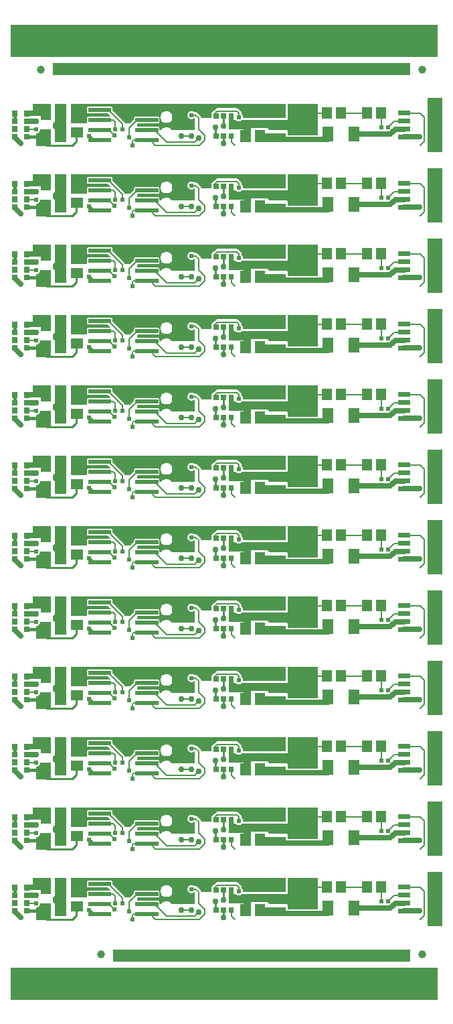
<source format=gbr>
G04 start of page 2 for group 0 idx 0 *
G04 Title: (unknown), top *
G04 Creator: pcb 4.2.2 *
G04 CreationDate: Tue Dec 31 20:20:16 2024 UTC *
G04 For: ndholmes *
G04 Format: Gerber/RS-274X *
G04 PCB-Dimensions (mil): 3000.00 5500.00 *
G04 PCB-Coordinate-Origin: lower left *
%MOIN*%
%FSLAX25Y25*%
%LNTOP*%
%ADD23C,0.0390*%
%ADD22C,0.0140*%
%ADD21C,0.0120*%
%ADD20C,0.0310*%
%ADD19C,0.0300*%
%ADD18C,0.0240*%
%ADD17C,0.0394*%
%ADD16C,0.0150*%
%ADD15C,0.0180*%
%ADD14C,0.0100*%
%ADD13C,0.0250*%
%ADD12C,0.0080*%
%ADD11C,0.0001*%
G54D11*G36*
X55000Y517500D02*X267500D01*
Y501500D01*
X55000D01*
Y517500D01*
G37*
G36*
X76000Y498500D02*X254000D01*
Y492500D01*
X76000D01*
Y498500D01*
G37*
G36*
X172000Y475500D02*X192000D01*
Y471000D01*
X172000D01*
Y475500D01*
G37*
G36*
Y470000D02*X196000D01*
Y466000D01*
X172000D01*
Y470000D01*
G37*
G36*
X183000Y467000D02*X194500D01*
Y465000D01*
X184000D01*
X183000Y466000D01*
Y467000D01*
G37*
G36*
X192000Y463500D02*Y459500D01*
X177500D01*
Y463500D01*
X192000D01*
G37*
G36*
Y471000D02*X170642D01*
X170680Y471155D01*
X170700Y471500D01*
X170680Y471845D01*
X170599Y472182D01*
X170466Y472502D01*
X170285Y472797D01*
X170060Y473060D01*
X169900Y473197D01*
Y473445D01*
X169904Y473500D01*
X169887Y473720D01*
X169836Y473934D01*
X169751Y474138D01*
X169636Y474325D01*
X169636Y474326D01*
X169493Y474493D01*
X169451Y474529D01*
X168529Y475451D01*
X168493Y475493D01*
X168326Y475636D01*
X168325Y475636D01*
X168138Y475751D01*
X167934Y475836D01*
X167720Y475887D01*
X167500Y475904D01*
X167445Y475900D01*
X158055D01*
X158000Y475904D01*
X157780Y475887D01*
X157566Y475836D01*
X157362Y475751D01*
X157175Y475636D01*
X157174Y475636D01*
X157007Y475493D01*
X156971Y475451D01*
X156149Y474629D01*
X156107Y474593D01*
X155964Y474425D01*
X155881Y474290D01*
X155729Y474253D01*
X155584Y474193D01*
X155450Y474111D01*
X155330Y474008D01*
X155228Y473889D01*
X155146Y473755D01*
X155085Y473609D01*
X155049Y473456D01*
X155039Y473299D01*
X155047Y471000D01*
X151000D01*
Y478000D01*
X192000D01*
Y471000D01*
G37*
G36*
X163500Y468500D02*Y472000D01*
X166000D01*
Y468500D01*
X163500D01*
G37*
G36*
X193000Y478000D02*X208000D01*
Y462500D01*
X193000D01*
Y478000D01*
G37*
G36*
X270000Y480000D02*Y455000D01*
X262500D01*
Y480000D01*
X270000D01*
G37*
G36*
X171000Y470000D02*X174500D01*
Y459000D01*
X171000D01*
Y470000D01*
G37*
G36*
X172000D02*Y465500D01*
X163500D01*
Y470000D01*
X166888D01*
X166940Y469940D01*
X167203Y469715D01*
X167498Y469534D01*
X167818Y469401D01*
X168155Y469320D01*
X168500Y469293D01*
X168845Y469320D01*
X169182Y469401D01*
X169502Y469534D01*
X169797Y469715D01*
X170060Y469940D01*
X170112Y470000D01*
X172000D01*
G37*
G36*
Y440500D02*X192000D01*
Y436000D01*
X172000D01*
Y440500D01*
G37*
G36*
X171000Y435000D02*X174500D01*
Y424000D01*
X171000D01*
Y435000D01*
G37*
G36*
X172000D02*Y430500D01*
X163500D01*
Y435000D01*
X166888D01*
X166940Y434940D01*
X167203Y434715D01*
X167498Y434534D01*
X167818Y434401D01*
X168155Y434320D01*
X168500Y434293D01*
X168845Y434320D01*
X169182Y434401D01*
X169502Y434534D01*
X169797Y434715D01*
X170060Y434940D01*
X170112Y435000D01*
X172000D01*
G37*
G36*
X196000D01*
Y431000D01*
X172000D01*
Y435000D01*
G37*
G36*
X192000Y428500D02*Y424500D01*
X177500D01*
Y428500D01*
X192000D01*
G37*
G36*
X163500Y433500D02*Y437000D01*
X166000D01*
Y433500D01*
X163500D01*
G37*
G36*
X193000Y443000D02*X208000D01*
Y427500D01*
X193000D01*
Y443000D01*
G37*
G36*
X183000Y432000D02*X194500D01*
Y430000D01*
X184000D01*
X183000Y431000D01*
Y432000D01*
G37*
G36*
X192000Y436000D02*X170642D01*
X170680Y436155D01*
X170700Y436500D01*
X170680Y436845D01*
X170599Y437182D01*
X170466Y437502D01*
X170285Y437797D01*
X170060Y438060D01*
X169900Y438197D01*
Y438445D01*
X169904Y438500D01*
X169887Y438720D01*
X169836Y438934D01*
X169751Y439138D01*
X169636Y439325D01*
X169636Y439326D01*
X169493Y439493D01*
X169451Y439529D01*
X168529Y440451D01*
X168493Y440493D01*
X168326Y440636D01*
X168325Y440636D01*
X168138Y440751D01*
X167934Y440836D01*
X167720Y440887D01*
X167500Y440904D01*
X167445Y440900D01*
X158055D01*
X158000Y440904D01*
X157780Y440887D01*
X157566Y440836D01*
X157362Y440751D01*
X157175Y440636D01*
X157174Y440636D01*
X157007Y440493D01*
X156971Y440451D01*
X156149Y439629D01*
X156107Y439593D01*
X155964Y439425D01*
X155881Y439290D01*
X155729Y439253D01*
X155584Y439193D01*
X155450Y439111D01*
X155330Y439008D01*
X155228Y438889D01*
X155146Y438755D01*
X155085Y438609D01*
X155049Y438456D01*
X155039Y438299D01*
X155047Y436000D01*
X151000D01*
Y443000D01*
X192000D01*
Y436000D01*
G37*
G36*
X270000Y445000D02*Y420000D01*
X262500D01*
Y445000D01*
X270000D01*
G37*
G36*
Y410000D02*Y385000D01*
X262500D01*
Y410000D01*
X270000D01*
G37*
G36*
Y375000D02*Y350000D01*
X262500D01*
Y375000D01*
X270000D01*
G37*
G36*
Y340000D02*Y315000D01*
X262500D01*
Y340000D01*
X270000D01*
G37*
G36*
Y305000D02*Y280000D01*
X262500D01*
Y305000D01*
X270000D01*
G37*
G36*
Y270000D02*Y245000D01*
X262500D01*
Y270000D01*
X270000D01*
G37*
G36*
Y235000D02*Y210000D01*
X262500D01*
Y235000D01*
X270000D01*
G37*
G36*
Y200000D02*Y175000D01*
X262500D01*
Y200000D01*
X270000D01*
G37*
G36*
Y165000D02*Y140000D01*
X262500D01*
Y165000D01*
X270000D01*
G37*
G36*
X75000Y352000D02*X67500D01*
Y358293D01*
X67845Y358320D01*
X68182Y358401D01*
X68502Y358534D01*
X68797Y358715D01*
X69060Y358940D01*
X69285Y359203D01*
X69466Y359498D01*
X69599Y359818D01*
X69680Y360155D01*
X69700Y360500D01*
X75000D01*
Y352000D01*
G37*
G36*
X163500Y363500D02*Y367000D01*
X166000D01*
Y363500D01*
X163500D01*
G37*
G36*
Y328500D02*Y332000D01*
X166000D01*
Y328500D01*
X163500D01*
G37*
G36*
Y293500D02*Y297000D01*
X166000D01*
Y293500D01*
X163500D01*
G37*
G36*
X78000Y325500D02*X77000D01*
X76000Y326500D01*
Y328500D01*
X77000Y329500D01*
X78000D01*
Y325500D01*
G37*
G36*
X75000Y338000D02*Y332000D01*
X66000D01*
Y338000D01*
X75000D01*
G37*
G36*
Y317000D02*X67500D01*
Y323293D01*
X67845Y323320D01*
X68182Y323401D01*
X68502Y323534D01*
X68797Y323715D01*
X69060Y323940D01*
X69285Y324203D01*
X69466Y324498D01*
X69599Y324818D01*
X69680Y325155D01*
X69700Y325500D01*
X75000D01*
Y317000D01*
G37*
G36*
X78000Y290500D02*X77000D01*
X76000Y291500D01*
Y293500D01*
X77000Y294500D01*
X78000D01*
Y290500D01*
G37*
G36*
X75000Y303000D02*Y297000D01*
X66000D01*
Y303000D01*
X75000D01*
G37*
G36*
Y282000D02*X67500D01*
Y288293D01*
X67845Y288320D01*
X68182Y288401D01*
X68502Y288534D01*
X68797Y288715D01*
X69060Y288940D01*
X69285Y289203D01*
X69466Y289498D01*
X69599Y289818D01*
X69680Y290155D01*
X69700Y290500D01*
X75000D01*
Y282000D01*
G37*
G36*
X78000Y255500D02*X77000D01*
X76000Y256500D01*
Y258500D01*
X77000Y259500D01*
X78000D01*
Y255500D01*
G37*
G36*
X75000Y268000D02*Y262000D01*
X66000D01*
Y268000D01*
X75000D01*
G37*
G36*
Y247000D02*X67500D01*
Y253293D01*
X67845Y253320D01*
X68182Y253401D01*
X68502Y253534D01*
X68797Y253715D01*
X69060Y253940D01*
X69285Y254203D01*
X69466Y254498D01*
X69599Y254818D01*
X69680Y255155D01*
X69700Y255500D01*
X75000D01*
Y247000D01*
G37*
G36*
X78000Y220500D02*X77000D01*
X76000Y221500D01*
Y223500D01*
X77000Y224500D01*
X78000D01*
Y220500D01*
G37*
G36*
X75000Y233000D02*Y227000D01*
X66000D01*
Y233000D01*
X75000D01*
G37*
G36*
X163500Y258500D02*Y262000D01*
X166000D01*
Y258500D01*
X163500D01*
G37*
G36*
Y223500D02*Y227000D01*
X166000D01*
Y223500D01*
X163500D01*
G37*
G36*
X75000Y212000D02*X67500D01*
Y218293D01*
X67845Y218320D01*
X68182Y218401D01*
X68502Y218534D01*
X68797Y218715D01*
X69060Y218940D01*
X69285Y219203D01*
X69466Y219498D01*
X69599Y219818D01*
X69680Y220155D01*
X69700Y220500D01*
X75000D01*
Y212000D01*
G37*
G36*
X78000Y185500D02*X77000D01*
X76000Y186500D01*
Y188500D01*
X77000Y189500D01*
X78000D01*
Y185500D01*
G37*
G36*
X75000Y198000D02*Y192000D01*
X66000D01*
Y198000D01*
X75000D01*
G37*
G36*
Y177000D02*X67500D01*
Y183293D01*
X67845Y183320D01*
X68182Y183401D01*
X68502Y183534D01*
X68797Y183715D01*
X69060Y183940D01*
X69285Y184203D01*
X69466Y184498D01*
X69599Y184818D01*
X69680Y185155D01*
X69700Y185500D01*
X75000D01*
Y177000D01*
G37*
G36*
X163500Y188500D02*Y192000D01*
X166000D01*
Y188500D01*
X163500D01*
G37*
G36*
Y153500D02*Y157000D01*
X166000D01*
Y153500D01*
X163500D01*
G37*
G36*
X78000Y150500D02*X77000D01*
X76000Y151500D01*
Y153500D01*
X77000Y154500D01*
X78000D01*
Y150500D01*
G37*
G36*
X75000Y163000D02*Y157000D01*
X66000D01*
Y163000D01*
X75000D01*
G37*
G36*
Y142000D02*X67500D01*
Y148293D01*
X67845Y148320D01*
X68182Y148401D01*
X68502Y148534D01*
X68797Y148715D01*
X69060Y148940D01*
X69285Y149203D01*
X69466Y149498D01*
X69599Y149818D01*
X69680Y150155D01*
X69700Y150500D01*
X75000D01*
Y142000D01*
G37*
G36*
Y478000D02*Y472000D01*
X66000D01*
Y478000D01*
X75000D01*
G37*
G36*
X77000D02*X82500D01*
Y459000D01*
X77000D01*
Y478000D01*
G37*
G36*
X85000D02*X92000D01*
Y468500D01*
X85000D01*
Y478000D01*
G37*
G36*
X78000Y465500D02*X77000D01*
X76000Y466500D01*
Y468500D01*
X77000Y469500D01*
X78000D01*
Y465500D01*
G37*
G36*
X75000Y478000D02*Y472000D01*
X66000D01*
Y478000D01*
X75000D01*
G37*
G36*
X96467Y473402D02*X96500Y473400D01*
X103116Y473404D01*
X104920Y471600D01*
X102033Y471598D01*
X102000Y471600D01*
X93406Y471594D01*
X93314Y471572D01*
X93227Y471536D01*
X93146Y471487D01*
X93074Y471426D01*
X93013Y471354D01*
X92964Y471273D01*
X92928Y471186D01*
X92906Y471094D01*
X92900Y471000D01*
X92906Y468906D01*
X92928Y468814D01*
X92964Y468727D01*
X93013Y468646D01*
X93074Y468574D01*
X93146Y468513D01*
X93168Y468500D01*
X86000D01*
Y478000D01*
X126500D01*
Y471599D01*
X125533Y471598D01*
X125500Y471600D01*
X116906Y471594D01*
X116814Y471572D01*
X116727Y471536D01*
X116646Y471487D01*
X116574Y471426D01*
X116513Y471354D01*
X116464Y471273D01*
X116428Y471186D01*
X116406Y471094D01*
X116400Y471000D01*
X116402Y470382D01*
X114520Y468500D01*
X111808D01*
X111751Y468638D01*
X111636Y468825D01*
X111636Y468826D01*
X111493Y468993D01*
X111451Y469029D01*
X105598Y474882D01*
X105594Y476094D01*
X105572Y476186D01*
X105536Y476273D01*
X105487Y476354D01*
X105426Y476426D01*
X105354Y476487D01*
X105273Y476536D01*
X105186Y476572D01*
X105094Y476594D01*
X105000Y476600D01*
X102033Y476598D01*
X102000Y476600D01*
X93406Y476594D01*
X93314Y476572D01*
X93227Y476536D01*
X93146Y476487D01*
X93074Y476426D01*
X93013Y476354D01*
X92964Y476273D01*
X92928Y476186D01*
X92906Y476094D01*
X92900Y476000D01*
X92906Y473906D01*
X92928Y473814D01*
X92964Y473727D01*
X93013Y473646D01*
X93074Y473574D01*
X93146Y473513D01*
X93227Y473464D01*
X93314Y473428D01*
X93406Y473406D01*
X93500Y473400D01*
X96467Y473402D01*
G37*
G36*
X126500Y468404D02*Y466599D01*
X125533Y466598D01*
X125500Y466600D01*
X118000Y466595D01*
Y468020D01*
X118381Y468401D01*
X119968Y468402D01*
X120000Y468400D01*
X126500Y468404D01*
G37*
G36*
X132495Y478000D02*X146500D01*
Y473900D01*
X146434D01*
X146419Y473919D01*
X146179Y474123D01*
X145911Y474288D01*
X145620Y474408D01*
X145314Y474481D01*
X145000Y474506D01*
X144686Y474481D01*
X144380Y474408D01*
X144089Y474288D01*
X143821Y474123D01*
X143581Y473919D01*
X143377Y473679D01*
X143212Y473411D01*
X143092Y473120D01*
X143019Y472814D01*
X142994Y472500D01*
X143019Y472186D01*
X143092Y471880D01*
X143212Y471589D01*
X143377Y471321D01*
X143581Y471081D01*
X143821Y470877D01*
X144089Y470712D01*
X144380Y470592D01*
X144686Y470519D01*
X145000Y470494D01*
X145314Y470519D01*
X145620Y470592D01*
X145911Y470712D01*
X146179Y470877D01*
X146419Y471081D01*
X146428Y471092D01*
X146500Y471020D01*
Y465000D01*
X135041D01*
X134894Y465239D01*
X134592Y465592D01*
X134239Y465894D01*
X133843Y466137D01*
X133414Y466314D01*
X132963Y466423D01*
X132500Y466459D01*
X132495Y466459D01*
Y468541D01*
X132500Y468541D01*
X132963Y468577D01*
X133414Y468686D01*
X133843Y468863D01*
X134239Y469106D01*
X134592Y469408D01*
X134894Y469761D01*
X135137Y470157D01*
X135314Y470586D01*
X135423Y471037D01*
X135450Y471500D01*
X135423Y471963D01*
X135314Y472414D01*
X135137Y472843D01*
X134894Y473239D01*
X134592Y473592D01*
X134239Y473894D01*
X133843Y474137D01*
X133414Y474314D01*
X132963Y474423D01*
X132500Y474459D01*
X132495Y474459D01*
Y478000D01*
G37*
G36*
X123000D02*X132495D01*
Y474459D01*
X132037Y474423D01*
X131586Y474314D01*
X131157Y474137D01*
X130761Y473894D01*
X130408Y473592D01*
X130106Y473239D01*
X129863Y472843D01*
X129686Y472414D01*
X129577Y471963D01*
X129541Y471500D01*
X129577Y471037D01*
X129686Y470586D01*
X129863Y470157D01*
X130106Y469761D01*
X130408Y469408D01*
X130761Y469106D01*
X131157Y468863D01*
X131586Y468686D01*
X132037Y468577D01*
X132495Y468541D01*
Y466459D01*
X132037Y466423D01*
X131586Y466314D01*
X131157Y466137D01*
X130761Y465894D01*
X130408Y465592D01*
X130106Y465239D01*
X129959Y465000D01*
X129097D01*
X129094Y466094D01*
X129072Y466186D01*
X129036Y466273D01*
X128987Y466354D01*
X128926Y466426D01*
X128854Y466487D01*
X128773Y466536D01*
X128686Y466572D01*
X128594Y466594D01*
X128500Y466600D01*
X125533Y466598D01*
X125500Y466600D01*
X123000Y466598D01*
Y468402D01*
X128594Y468406D01*
X128686Y468428D01*
X128773Y468464D01*
X128854Y468513D01*
X128926Y468574D01*
X128987Y468646D01*
X129036Y468727D01*
X129072Y468814D01*
X129094Y468906D01*
X129100Y469000D01*
X129094Y471094D01*
X129072Y471186D01*
X129036Y471273D01*
X128987Y471354D01*
X128926Y471426D01*
X128854Y471487D01*
X128773Y471536D01*
X128686Y471572D01*
X128594Y471594D01*
X128500Y471600D01*
X125533Y471598D01*
X125500Y471600D01*
X123000Y471598D01*
Y478000D01*
G37*
G36*
X143000D02*X154000D01*
Y471000D01*
X149904D01*
Y471000D01*
X149887Y471220D01*
X149836Y471434D01*
X149751Y471638D01*
X149636Y471825D01*
X149636Y471826D01*
X149493Y471993D01*
X149451Y472029D01*
X148029Y473451D01*
X147993Y473493D01*
X147826Y473636D01*
X147825Y473636D01*
X147638Y473751D01*
X147434Y473836D01*
X147220Y473887D01*
X147000Y473904D01*
X146945Y473900D01*
X146434D01*
X146419Y473919D01*
X146179Y474123D01*
X145911Y474288D01*
X145620Y474408D01*
X145314Y474481D01*
X145000Y474506D01*
X144686Y474481D01*
X144380Y474408D01*
X144089Y474288D01*
X143821Y474123D01*
X143581Y473919D01*
X143377Y473679D01*
X143212Y473411D01*
X143092Y473120D01*
X143019Y472814D01*
X143000Y472578D01*
Y478000D01*
G37*
G36*
X75000Y457000D02*X67500D01*
Y463293D01*
X67845Y463320D01*
X68182Y463401D01*
X68502Y463534D01*
X68797Y463715D01*
X69060Y463940D01*
X69285Y464203D01*
X69466Y464498D01*
X69599Y464818D01*
X69680Y465155D01*
X69700Y465500D01*
X75000D01*
Y457000D01*
G37*
G36*
Y443000D02*Y437000D01*
X66000D01*
Y443000D01*
X75000D01*
G37*
G36*
Y437000D01*
X66000D01*
Y443000D01*
X75000D01*
G37*
G36*
X77000D02*X82500D01*
Y424000D01*
X77000D01*
Y443000D01*
G37*
G36*
X78000Y430500D02*X77000D01*
X76000Y431500D01*
Y433500D01*
X77000Y434500D01*
X78000D01*
Y430500D01*
G37*
G36*
X77000Y408000D02*X82500D01*
Y389000D01*
X77000D01*
Y408000D01*
G37*
G36*
X78000Y395500D02*X77000D01*
X76000Y396500D01*
Y398500D01*
X77000Y399500D01*
X78000D01*
Y395500D01*
G37*
G36*
X85000Y443000D02*X92000D01*
Y433500D01*
X85000D01*
Y443000D01*
G37*
G36*
Y408000D02*X92000D01*
Y398500D01*
X85000D01*
Y408000D01*
G37*
G36*
X96467Y403402D02*X96500Y403400D01*
X103116Y403404D01*
X104920Y401600D01*
X102033Y401598D01*
X102000Y401600D01*
X93406Y401594D01*
X93314Y401572D01*
X93227Y401536D01*
X93146Y401487D01*
X93074Y401426D01*
X93013Y401354D01*
X92964Y401273D01*
X92928Y401186D01*
X92906Y401094D01*
X92900Y401000D01*
X92906Y398906D01*
X92928Y398814D01*
X92964Y398727D01*
X93013Y398646D01*
X93074Y398574D01*
X93146Y398513D01*
X93168Y398500D01*
X86000D01*
Y408000D01*
X126500D01*
Y401599D01*
X125533Y401598D01*
X125500Y401600D01*
X116906Y401594D01*
X116814Y401572D01*
X116727Y401536D01*
X116646Y401487D01*
X116574Y401426D01*
X116513Y401354D01*
X116464Y401273D01*
X116428Y401186D01*
X116406Y401094D01*
X116400Y401000D01*
X116402Y400382D01*
X114520Y398500D01*
X111808D01*
X111751Y398638D01*
X111636Y398825D01*
X111636Y398826D01*
X111493Y398993D01*
X111451Y399029D01*
X105598Y404882D01*
X105594Y406094D01*
X105572Y406186D01*
X105536Y406273D01*
X105487Y406354D01*
X105426Y406426D01*
X105354Y406487D01*
X105273Y406536D01*
X105186Y406572D01*
X105094Y406594D01*
X105000Y406600D01*
X102033Y406598D01*
X102000Y406600D01*
X93406Y406594D01*
X93314Y406572D01*
X93227Y406536D01*
X93146Y406487D01*
X93074Y406426D01*
X93013Y406354D01*
X92964Y406273D01*
X92928Y406186D01*
X92906Y406094D01*
X92900Y406000D01*
X92906Y403906D01*
X92928Y403814D01*
X92964Y403727D01*
X93013Y403646D01*
X93074Y403574D01*
X93146Y403513D01*
X93227Y403464D01*
X93314Y403428D01*
X93406Y403406D01*
X93500Y403400D01*
X96467Y403402D01*
G37*
G36*
X126500Y398404D02*Y396599D01*
X125533Y396598D01*
X125500Y396600D01*
X118000Y396595D01*
Y398020D01*
X118381Y398401D01*
X119968Y398402D01*
X120000Y398400D01*
X126500Y398404D01*
G37*
G36*
X132495Y408000D02*X146500D01*
Y403900D01*
X146434D01*
X146419Y403919D01*
X146179Y404123D01*
X145911Y404288D01*
X145620Y404408D01*
X145314Y404481D01*
X145000Y404506D01*
X144686Y404481D01*
X144380Y404408D01*
X144089Y404288D01*
X143821Y404123D01*
X143581Y403919D01*
X143377Y403679D01*
X143212Y403411D01*
X143092Y403120D01*
X143019Y402814D01*
X142994Y402500D01*
X143019Y402186D01*
X143092Y401880D01*
X143212Y401589D01*
X143377Y401321D01*
X143581Y401081D01*
X143821Y400877D01*
X144089Y400712D01*
X144380Y400592D01*
X144686Y400519D01*
X145000Y400494D01*
X145314Y400519D01*
X145620Y400592D01*
X145911Y400712D01*
X146179Y400877D01*
X146419Y401081D01*
X146428Y401092D01*
X146500Y401020D01*
Y395000D01*
X135041D01*
X134894Y395239D01*
X134592Y395592D01*
X134239Y395894D01*
X133843Y396137D01*
X133414Y396314D01*
X132963Y396423D01*
X132500Y396459D01*
X132495Y396459D01*
Y398541D01*
X132500Y398541D01*
X132963Y398577D01*
X133414Y398686D01*
X133843Y398863D01*
X134239Y399106D01*
X134592Y399408D01*
X134894Y399761D01*
X135137Y400157D01*
X135314Y400586D01*
X135423Y401037D01*
X135450Y401500D01*
X135423Y401963D01*
X135314Y402414D01*
X135137Y402843D01*
X134894Y403239D01*
X134592Y403592D01*
X134239Y403894D01*
X133843Y404137D01*
X133414Y404314D01*
X132963Y404423D01*
X132500Y404459D01*
X132495Y404459D01*
Y408000D01*
G37*
G36*
X123000D02*X132495D01*
Y404459D01*
X132037Y404423D01*
X131586Y404314D01*
X131157Y404137D01*
X130761Y403894D01*
X130408Y403592D01*
X130106Y403239D01*
X129863Y402843D01*
X129686Y402414D01*
X129577Y401963D01*
X129541Y401500D01*
X129577Y401037D01*
X129686Y400586D01*
X129863Y400157D01*
X130106Y399761D01*
X130408Y399408D01*
X130761Y399106D01*
X131157Y398863D01*
X131586Y398686D01*
X132037Y398577D01*
X132495Y398541D01*
Y396459D01*
X132037Y396423D01*
X131586Y396314D01*
X131157Y396137D01*
X130761Y395894D01*
X130408Y395592D01*
X130106Y395239D01*
X129959Y395000D01*
X129097D01*
X129094Y396094D01*
X129072Y396186D01*
X129036Y396273D01*
X128987Y396354D01*
X128926Y396426D01*
X128854Y396487D01*
X128773Y396536D01*
X128686Y396572D01*
X128594Y396594D01*
X128500Y396600D01*
X125533Y396598D01*
X125500Y396600D01*
X123000Y396598D01*
Y398402D01*
X128594Y398406D01*
X128686Y398428D01*
X128773Y398464D01*
X128854Y398513D01*
X128926Y398574D01*
X128987Y398646D01*
X129036Y398727D01*
X129072Y398814D01*
X129094Y398906D01*
X129100Y399000D01*
X129094Y401094D01*
X129072Y401186D01*
X129036Y401273D01*
X128987Y401354D01*
X128926Y401426D01*
X128854Y401487D01*
X128773Y401536D01*
X128686Y401572D01*
X128594Y401594D01*
X128500Y401600D01*
X125533Y401598D01*
X125500Y401600D01*
X123000Y401598D01*
Y408000D01*
G37*
G36*
X143000D02*X154000D01*
Y401000D01*
X149904D01*
Y401000D01*
X149887Y401220D01*
X149836Y401434D01*
X149751Y401638D01*
X149636Y401825D01*
X149636Y401826D01*
X149493Y401993D01*
X149451Y402029D01*
X148029Y403451D01*
X147993Y403493D01*
X147826Y403636D01*
X147825Y403636D01*
X147638Y403751D01*
X147434Y403836D01*
X147220Y403887D01*
X147000Y403904D01*
X146945Y403900D01*
X146434D01*
X146419Y403919D01*
X146179Y404123D01*
X145911Y404288D01*
X145620Y404408D01*
X145314Y404481D01*
X145000Y404506D01*
X144686Y404481D01*
X144380Y404408D01*
X144089Y404288D01*
X143821Y404123D01*
X143581Y403919D01*
X143377Y403679D01*
X143212Y403411D01*
X143092Y403120D01*
X143019Y402814D01*
X143000Y402578D01*
Y408000D01*
G37*
G36*
X96467Y438402D02*X96500Y438400D01*
X103116Y438404D01*
X104920Y436600D01*
X102033Y436598D01*
X102000Y436600D01*
X93406Y436594D01*
X93314Y436572D01*
X93227Y436536D01*
X93146Y436487D01*
X93074Y436426D01*
X93013Y436354D01*
X92964Y436273D01*
X92928Y436186D01*
X92906Y436094D01*
X92900Y436000D01*
X92906Y433906D01*
X92928Y433814D01*
X92964Y433727D01*
X93013Y433646D01*
X93074Y433574D01*
X93146Y433513D01*
X93168Y433500D01*
X86000D01*
Y443000D01*
X126500D01*
Y436599D01*
X125533Y436598D01*
X125500Y436600D01*
X116906Y436594D01*
X116814Y436572D01*
X116727Y436536D01*
X116646Y436487D01*
X116574Y436426D01*
X116513Y436354D01*
X116464Y436273D01*
X116428Y436186D01*
X116406Y436094D01*
X116400Y436000D01*
X116402Y435382D01*
X114520Y433500D01*
X111808D01*
X111751Y433638D01*
X111636Y433825D01*
X111636Y433826D01*
X111493Y433993D01*
X111451Y434029D01*
X105598Y439882D01*
X105594Y441094D01*
X105572Y441186D01*
X105536Y441273D01*
X105487Y441354D01*
X105426Y441426D01*
X105354Y441487D01*
X105273Y441536D01*
X105186Y441572D01*
X105094Y441594D01*
X105000Y441600D01*
X102033Y441598D01*
X102000Y441600D01*
X93406Y441594D01*
X93314Y441572D01*
X93227Y441536D01*
X93146Y441487D01*
X93074Y441426D01*
X93013Y441354D01*
X92964Y441273D01*
X92928Y441186D01*
X92906Y441094D01*
X92900Y441000D01*
X92906Y438906D01*
X92928Y438814D01*
X92964Y438727D01*
X93013Y438646D01*
X93074Y438574D01*
X93146Y438513D01*
X93227Y438464D01*
X93314Y438428D01*
X93406Y438406D01*
X93500Y438400D01*
X96467Y438402D01*
G37*
G36*
X126500Y433404D02*Y431599D01*
X125533Y431598D01*
X125500Y431600D01*
X118000Y431595D01*
Y433020D01*
X118381Y433401D01*
X119968Y433402D01*
X120000Y433400D01*
X126500Y433404D01*
G37*
G36*
X132495Y443000D02*X146500D01*
Y438900D01*
X146434D01*
X146419Y438919D01*
X146179Y439123D01*
X145911Y439288D01*
X145620Y439408D01*
X145314Y439481D01*
X145000Y439506D01*
X144686Y439481D01*
X144380Y439408D01*
X144089Y439288D01*
X143821Y439123D01*
X143581Y438919D01*
X143377Y438679D01*
X143212Y438411D01*
X143092Y438120D01*
X143019Y437814D01*
X142994Y437500D01*
X143019Y437186D01*
X143092Y436880D01*
X143212Y436589D01*
X143377Y436321D01*
X143581Y436081D01*
X143821Y435877D01*
X144089Y435712D01*
X144380Y435592D01*
X144686Y435519D01*
X145000Y435494D01*
X145314Y435519D01*
X145620Y435592D01*
X145911Y435712D01*
X146179Y435877D01*
X146419Y436081D01*
X146428Y436092D01*
X146500Y436020D01*
Y430000D01*
X135041D01*
X134894Y430239D01*
X134592Y430592D01*
X134239Y430894D01*
X133843Y431137D01*
X133414Y431314D01*
X132963Y431423D01*
X132500Y431459D01*
X132495Y431459D01*
Y433541D01*
X132500Y433541D01*
X132963Y433577D01*
X133414Y433686D01*
X133843Y433863D01*
X134239Y434106D01*
X134592Y434408D01*
X134894Y434761D01*
X135137Y435157D01*
X135314Y435586D01*
X135423Y436037D01*
X135450Y436500D01*
X135423Y436963D01*
X135314Y437414D01*
X135137Y437843D01*
X134894Y438239D01*
X134592Y438592D01*
X134239Y438894D01*
X133843Y439137D01*
X133414Y439314D01*
X132963Y439423D01*
X132500Y439459D01*
X132495Y439459D01*
Y443000D01*
G37*
G36*
X123000D02*X132495D01*
Y439459D01*
X132037Y439423D01*
X131586Y439314D01*
X131157Y439137D01*
X130761Y438894D01*
X130408Y438592D01*
X130106Y438239D01*
X129863Y437843D01*
X129686Y437414D01*
X129577Y436963D01*
X129541Y436500D01*
X129577Y436037D01*
X129686Y435586D01*
X129863Y435157D01*
X130106Y434761D01*
X130408Y434408D01*
X130761Y434106D01*
X131157Y433863D01*
X131586Y433686D01*
X132037Y433577D01*
X132495Y433541D01*
Y431459D01*
X132037Y431423D01*
X131586Y431314D01*
X131157Y431137D01*
X130761Y430894D01*
X130408Y430592D01*
X130106Y430239D01*
X129959Y430000D01*
X129097D01*
X129094Y431094D01*
X129072Y431186D01*
X129036Y431273D01*
X128987Y431354D01*
X128926Y431426D01*
X128854Y431487D01*
X128773Y431536D01*
X128686Y431572D01*
X128594Y431594D01*
X128500Y431600D01*
X125533Y431598D01*
X125500Y431600D01*
X123000Y431598D01*
Y433402D01*
X128594Y433406D01*
X128686Y433428D01*
X128773Y433464D01*
X128854Y433513D01*
X128926Y433574D01*
X128987Y433646D01*
X129036Y433727D01*
X129072Y433814D01*
X129094Y433906D01*
X129100Y434000D01*
X129094Y436094D01*
X129072Y436186D01*
X129036Y436273D01*
X128987Y436354D01*
X128926Y436426D01*
X128854Y436487D01*
X128773Y436536D01*
X128686Y436572D01*
X128594Y436594D01*
X128500Y436600D01*
X125533Y436598D01*
X125500Y436600D01*
X123000Y436598D01*
Y443000D01*
G37*
G36*
X143000D02*X154000D01*
Y436000D01*
X149904D01*
Y436000D01*
X149887Y436220D01*
X149836Y436434D01*
X149751Y436638D01*
X149636Y436825D01*
X149636Y436826D01*
X149493Y436993D01*
X149451Y437029D01*
X148029Y438451D01*
X147993Y438493D01*
X147826Y438636D01*
X147825Y438636D01*
X147638Y438751D01*
X147434Y438836D01*
X147220Y438887D01*
X147000Y438904D01*
X146945Y438900D01*
X146434D01*
X146419Y438919D01*
X146179Y439123D01*
X145911Y439288D01*
X145620Y439408D01*
X145314Y439481D01*
X145000Y439506D01*
X144686Y439481D01*
X144380Y439408D01*
X144089Y439288D01*
X143821Y439123D01*
X143581Y438919D01*
X143377Y438679D01*
X143212Y438411D01*
X143092Y438120D01*
X143019Y437814D01*
X143000Y437578D01*
Y443000D01*
G37*
G36*
X75000Y422000D02*X67500D01*
Y428293D01*
X67845Y428320D01*
X68182Y428401D01*
X68502Y428534D01*
X68797Y428715D01*
X69060Y428940D01*
X69285Y429203D01*
X69466Y429498D01*
X69599Y429818D01*
X69680Y430155D01*
X69700Y430500D01*
X75000D01*
Y422000D01*
G37*
G36*
Y408000D02*Y402000D01*
X66000D01*
Y408000D01*
X75000D01*
G37*
G36*
Y402000D01*
X66000D01*
Y408000D01*
X75000D01*
G37*
G36*
Y387000D02*X67500D01*
Y393293D01*
X67845Y393320D01*
X68182Y393401D01*
X68502Y393534D01*
X68797Y393715D01*
X69060Y393940D01*
X69285Y394203D01*
X69466Y394498D01*
X69599Y394818D01*
X69680Y395155D01*
X69700Y395500D01*
X75000D01*
Y387000D01*
G37*
G36*
X77000Y373000D02*X82500D01*
Y354000D01*
X77000D01*
Y373000D01*
G37*
G36*
X85000D02*X92000D01*
Y363500D01*
X85000D01*
Y373000D01*
G37*
G36*
X75000D02*Y367000D01*
X66000D01*
Y373000D01*
X75000D01*
G37*
G36*
X96467Y368402D02*X96500Y368400D01*
X103116Y368404D01*
X104920Y366600D01*
X102033Y366598D01*
X102000Y366600D01*
X93406Y366594D01*
X93314Y366572D01*
X93227Y366536D01*
X93146Y366487D01*
X93074Y366426D01*
X93013Y366354D01*
X92964Y366273D01*
X92928Y366186D01*
X92906Y366094D01*
X92900Y366000D01*
X92906Y363906D01*
X92928Y363814D01*
X92964Y363727D01*
X93013Y363646D01*
X93074Y363574D01*
X93146Y363513D01*
X93168Y363500D01*
X86000D01*
Y373000D01*
X126500D01*
Y366599D01*
X125533Y366598D01*
X125500Y366600D01*
X116906Y366594D01*
X116814Y366572D01*
X116727Y366536D01*
X116646Y366487D01*
X116574Y366426D01*
X116513Y366354D01*
X116464Y366273D01*
X116428Y366186D01*
X116406Y366094D01*
X116400Y366000D01*
X116402Y365382D01*
X114520Y363500D01*
X111808D01*
X111751Y363638D01*
X111636Y363825D01*
X111636Y363826D01*
X111493Y363993D01*
X111451Y364029D01*
X105598Y369882D01*
X105594Y371094D01*
X105572Y371186D01*
X105536Y371273D01*
X105487Y371354D01*
X105426Y371426D01*
X105354Y371487D01*
X105273Y371536D01*
X105186Y371572D01*
X105094Y371594D01*
X105000Y371600D01*
X102033Y371598D01*
X102000Y371600D01*
X93406Y371594D01*
X93314Y371572D01*
X93227Y371536D01*
X93146Y371487D01*
X93074Y371426D01*
X93013Y371354D01*
X92964Y371273D01*
X92928Y371186D01*
X92906Y371094D01*
X92900Y371000D01*
X92906Y368906D01*
X92928Y368814D01*
X92964Y368727D01*
X93013Y368646D01*
X93074Y368574D01*
X93146Y368513D01*
X93227Y368464D01*
X93314Y368428D01*
X93406Y368406D01*
X93500Y368400D01*
X96467Y368402D01*
G37*
G36*
X78000Y360500D02*X77000D01*
X76000Y361500D01*
Y363500D01*
X77000Y364500D01*
X78000D01*
Y360500D01*
G37*
G36*
X75000Y373000D02*Y367000D01*
X66000D01*
Y373000D01*
X75000D01*
G37*
G36*
X172000Y405500D02*X192000D01*
Y401000D01*
X172000D01*
Y405500D01*
G37*
G36*
Y400000D02*X196000D01*
Y396000D01*
X172000D01*
Y400000D01*
G37*
G36*
X183000Y397000D02*X194500D01*
Y395000D01*
X184000D01*
X183000Y396000D01*
Y397000D01*
G37*
G36*
X192000Y393500D02*Y389500D01*
X177500D01*
Y393500D01*
X192000D01*
G37*
G36*
X193000Y408000D02*X208000D01*
Y392500D01*
X193000D01*
Y408000D01*
G37*
G36*
X171000Y400000D02*X174500D01*
Y389000D01*
X171000D01*
Y400000D01*
G37*
G36*
X172000D02*Y395500D01*
X163500D01*
Y400000D01*
X166888D01*
X166940Y399940D01*
X167203Y399715D01*
X167498Y399534D01*
X167818Y399401D01*
X168155Y399320D01*
X168500Y399293D01*
X168845Y399320D01*
X169182Y399401D01*
X169502Y399534D01*
X169797Y399715D01*
X170060Y399940D01*
X170112Y400000D01*
X172000D01*
G37*
G36*
X192000Y401000D02*X170642D01*
X170680Y401155D01*
X170700Y401500D01*
X170680Y401845D01*
X170599Y402182D01*
X170466Y402502D01*
X170285Y402797D01*
X170060Y403060D01*
X169900Y403197D01*
Y403445D01*
X169904Y403500D01*
X169887Y403720D01*
X169836Y403934D01*
X169751Y404138D01*
X169636Y404325D01*
X169636Y404326D01*
X169493Y404493D01*
X169451Y404529D01*
X168529Y405451D01*
X168493Y405493D01*
X168326Y405636D01*
X168325Y405636D01*
X168138Y405751D01*
X167934Y405836D01*
X167720Y405887D01*
X167500Y405904D01*
X167445Y405900D01*
X158055D01*
X158000Y405904D01*
X157780Y405887D01*
X157566Y405836D01*
X157362Y405751D01*
X157175Y405636D01*
X157174Y405636D01*
X157007Y405493D01*
X156971Y405451D01*
X156149Y404629D01*
X156107Y404593D01*
X155964Y404425D01*
X155881Y404290D01*
X155729Y404253D01*
X155584Y404193D01*
X155450Y404111D01*
X155330Y404008D01*
X155228Y403889D01*
X155146Y403755D01*
X155085Y403609D01*
X155049Y403456D01*
X155039Y403299D01*
X155047Y401000D01*
X151000D01*
Y408000D01*
X192000D01*
Y401000D01*
G37*
G36*
X163500Y398500D02*Y402000D01*
X166000D01*
Y398500D01*
X163500D01*
G37*
G36*
X172000Y370500D02*X192000D01*
Y366000D01*
X172000D01*
Y370500D01*
G37*
G36*
X171000Y365000D02*X174500D01*
Y354000D01*
X171000D01*
Y365000D01*
G37*
G36*
X172000D02*Y360500D01*
X163500D01*
Y365000D01*
X166888D01*
X166940Y364940D01*
X167203Y364715D01*
X167498Y364534D01*
X167818Y364401D01*
X168155Y364320D01*
X168500Y364293D01*
X168845Y364320D01*
X169182Y364401D01*
X169502Y364534D01*
X169797Y364715D01*
X170060Y364940D01*
X170112Y365000D01*
X172000D01*
G37*
G36*
X196000D01*
Y361000D01*
X172000D01*
Y365000D01*
G37*
G36*
X192000Y358500D02*Y354500D01*
X177500D01*
Y358500D01*
X192000D01*
G37*
G36*
X193000Y373000D02*X208000D01*
Y357500D01*
X193000D01*
Y373000D01*
G37*
G36*
X183000Y362000D02*X194500D01*
Y360000D01*
X184000D01*
X183000Y361000D01*
Y362000D01*
G37*
G36*
X192000Y366000D02*X170642D01*
X170680Y366155D01*
X170700Y366500D01*
X170680Y366845D01*
X170599Y367182D01*
X170466Y367502D01*
X170285Y367797D01*
X170060Y368060D01*
X169900Y368197D01*
Y368445D01*
X169904Y368500D01*
X169887Y368720D01*
X169836Y368934D01*
X169751Y369138D01*
X169636Y369325D01*
X169636Y369326D01*
X169493Y369493D01*
X169451Y369529D01*
X168529Y370451D01*
X168493Y370493D01*
X168326Y370636D01*
X168325Y370636D01*
X168138Y370751D01*
X167934Y370836D01*
X167720Y370887D01*
X167500Y370904D01*
X167445Y370900D01*
X158055D01*
X158000Y370904D01*
X157780Y370887D01*
X157566Y370836D01*
X157362Y370751D01*
X157175Y370636D01*
X157174Y370636D01*
X157007Y370493D01*
X156971Y370451D01*
X156149Y369629D01*
X156107Y369593D01*
X155964Y369425D01*
X155881Y369290D01*
X155729Y369253D01*
X155584Y369193D01*
X155450Y369111D01*
X155330Y369008D01*
X155228Y368889D01*
X155146Y368755D01*
X155085Y368609D01*
X155049Y368456D01*
X155039Y368299D01*
X155047Y366000D01*
X151000D01*
Y373000D01*
X192000D01*
Y366000D01*
G37*
G36*
X126500Y363404D02*Y361599D01*
X125533Y361598D01*
X125500Y361600D01*
X118000Y361595D01*
Y363020D01*
X118381Y363401D01*
X119968Y363402D01*
X120000Y363400D01*
X126500Y363404D01*
G37*
G36*
X132495Y373000D02*X146500D01*
Y368900D01*
X146434D01*
X146419Y368919D01*
X146179Y369123D01*
X145911Y369288D01*
X145620Y369408D01*
X145314Y369481D01*
X145000Y369506D01*
X144686Y369481D01*
X144380Y369408D01*
X144089Y369288D01*
X143821Y369123D01*
X143581Y368919D01*
X143377Y368679D01*
X143212Y368411D01*
X143092Y368120D01*
X143019Y367814D01*
X142994Y367500D01*
X143019Y367186D01*
X143092Y366880D01*
X143212Y366589D01*
X143377Y366321D01*
X143581Y366081D01*
X143821Y365877D01*
X144089Y365712D01*
X144380Y365592D01*
X144686Y365519D01*
X145000Y365494D01*
X145314Y365519D01*
X145620Y365592D01*
X145911Y365712D01*
X146179Y365877D01*
X146419Y366081D01*
X146428Y366092D01*
X146500Y366020D01*
Y360000D01*
X135041D01*
X134894Y360239D01*
X134592Y360592D01*
X134239Y360894D01*
X133843Y361137D01*
X133414Y361314D01*
X132963Y361423D01*
X132500Y361459D01*
X132495Y361459D01*
Y363541D01*
X132500Y363541D01*
X132963Y363577D01*
X133414Y363686D01*
X133843Y363863D01*
X134239Y364106D01*
X134592Y364408D01*
X134894Y364761D01*
X135137Y365157D01*
X135314Y365586D01*
X135423Y366037D01*
X135450Y366500D01*
X135423Y366963D01*
X135314Y367414D01*
X135137Y367843D01*
X134894Y368239D01*
X134592Y368592D01*
X134239Y368894D01*
X133843Y369137D01*
X133414Y369314D01*
X132963Y369423D01*
X132500Y369459D01*
X132495Y369459D01*
Y373000D01*
G37*
G36*
X123000D02*X132495D01*
Y369459D01*
X132037Y369423D01*
X131586Y369314D01*
X131157Y369137D01*
X130761Y368894D01*
X130408Y368592D01*
X130106Y368239D01*
X129863Y367843D01*
X129686Y367414D01*
X129577Y366963D01*
X129541Y366500D01*
X129577Y366037D01*
X129686Y365586D01*
X129863Y365157D01*
X130106Y364761D01*
X130408Y364408D01*
X130761Y364106D01*
X131157Y363863D01*
X131586Y363686D01*
X132037Y363577D01*
X132495Y363541D01*
Y361459D01*
X132037Y361423D01*
X131586Y361314D01*
X131157Y361137D01*
X130761Y360894D01*
X130408Y360592D01*
X130106Y360239D01*
X129959Y360000D01*
X129097D01*
X129094Y361094D01*
X129072Y361186D01*
X129036Y361273D01*
X128987Y361354D01*
X128926Y361426D01*
X128854Y361487D01*
X128773Y361536D01*
X128686Y361572D01*
X128594Y361594D01*
X128500Y361600D01*
X125533Y361598D01*
X125500Y361600D01*
X123000Y361598D01*
Y363402D01*
X128594Y363406D01*
X128686Y363428D01*
X128773Y363464D01*
X128854Y363513D01*
X128926Y363574D01*
X128987Y363646D01*
X129036Y363727D01*
X129072Y363814D01*
X129094Y363906D01*
X129100Y364000D01*
X129094Y366094D01*
X129072Y366186D01*
X129036Y366273D01*
X128987Y366354D01*
X128926Y366426D01*
X128854Y366487D01*
X128773Y366536D01*
X128686Y366572D01*
X128594Y366594D01*
X128500Y366600D01*
X125533Y366598D01*
X125500Y366600D01*
X123000Y366598D01*
Y373000D01*
G37*
G36*
X143000D02*X154000D01*
Y366000D01*
X149904D01*
Y366000D01*
X149887Y366220D01*
X149836Y366434D01*
X149751Y366638D01*
X149636Y366825D01*
X149636Y366826D01*
X149493Y366993D01*
X149451Y367029D01*
X148029Y368451D01*
X147993Y368493D01*
X147826Y368636D01*
X147825Y368636D01*
X147638Y368751D01*
X147434Y368836D01*
X147220Y368887D01*
X147000Y368904D01*
X146945Y368900D01*
X146434D01*
X146419Y368919D01*
X146179Y369123D01*
X145911Y369288D01*
X145620Y369408D01*
X145314Y369481D01*
X145000Y369506D01*
X144686Y369481D01*
X144380Y369408D01*
X144089Y369288D01*
X143821Y369123D01*
X143581Y368919D01*
X143377Y368679D01*
X143212Y368411D01*
X143092Y368120D01*
X143019Y367814D01*
X143000Y367578D01*
Y373000D01*
G37*
G36*
X172000Y335500D02*X192000D01*
Y331000D01*
X172000D01*
Y335500D01*
G37*
G36*
X193000Y338000D02*X208000D01*
Y322500D01*
X193000D01*
Y338000D01*
G37*
G36*
X172000Y330000D02*X196000D01*
Y326000D01*
X172000D01*
Y330000D01*
G37*
G36*
X183000Y327000D02*X194500D01*
Y325000D01*
X184000D01*
X183000Y326000D01*
Y327000D01*
G37*
G36*
X192000Y323500D02*Y319500D01*
X177500D01*
Y323500D01*
X192000D01*
G37*
G36*
Y331000D02*X170642D01*
X170680Y331155D01*
X170700Y331500D01*
X170680Y331845D01*
X170599Y332182D01*
X170466Y332502D01*
X170285Y332797D01*
X170060Y333060D01*
X169900Y333197D01*
Y333445D01*
X169904Y333500D01*
X169887Y333720D01*
X169836Y333934D01*
X169751Y334138D01*
X169636Y334325D01*
X169636Y334326D01*
X169493Y334493D01*
X169451Y334529D01*
X168529Y335451D01*
X168493Y335493D01*
X168326Y335636D01*
X168325Y335636D01*
X168138Y335751D01*
X167934Y335836D01*
X167720Y335887D01*
X167500Y335904D01*
X167445Y335900D01*
X158055D01*
X158000Y335904D01*
X157780Y335887D01*
X157566Y335836D01*
X157362Y335751D01*
X157175Y335636D01*
X157174Y335636D01*
X157007Y335493D01*
X156971Y335451D01*
X156149Y334629D01*
X156107Y334593D01*
X155964Y334425D01*
X155881Y334290D01*
X155729Y334253D01*
X155584Y334193D01*
X155450Y334111D01*
X155330Y334008D01*
X155228Y333889D01*
X155146Y333755D01*
X155085Y333609D01*
X155049Y333456D01*
X155039Y333299D01*
X155047Y331000D01*
X151000D01*
Y338000D01*
X192000D01*
Y331000D01*
G37*
G36*
X171000Y330000D02*X174500D01*
Y319000D01*
X171000D01*
Y330000D01*
G37*
G36*
X172000D02*Y325500D01*
X163500D01*
Y330000D01*
X166888D01*
X166940Y329940D01*
X167203Y329715D01*
X167498Y329534D01*
X167818Y329401D01*
X168155Y329320D01*
X168500Y329293D01*
X168845Y329320D01*
X169182Y329401D01*
X169502Y329534D01*
X169797Y329715D01*
X170060Y329940D01*
X170112Y330000D01*
X172000D01*
G37*
G36*
Y295000D02*Y290500D01*
X163500D01*
Y295000D01*
X166888D01*
X166940Y294940D01*
X167203Y294715D01*
X167498Y294534D01*
X167818Y294401D01*
X168155Y294320D01*
X168500Y294293D01*
X168845Y294320D01*
X169182Y294401D01*
X169502Y294534D01*
X169797Y294715D01*
X170060Y294940D01*
X170112Y295000D01*
X172000D01*
G37*
G36*
X192000Y296000D02*X170642D01*
X170680Y296155D01*
X170700Y296500D01*
X170680Y296845D01*
X170599Y297182D01*
X170466Y297502D01*
X170285Y297797D01*
X170060Y298060D01*
X169900Y298197D01*
Y298445D01*
X169904Y298500D01*
X169887Y298720D01*
X169836Y298934D01*
X169751Y299138D01*
X169636Y299325D01*
X169636Y299326D01*
X169493Y299493D01*
X169451Y299529D01*
X168529Y300451D01*
X168493Y300493D01*
X168326Y300636D01*
X168325Y300636D01*
X168138Y300751D01*
X167934Y300836D01*
X167720Y300887D01*
X167500Y300904D01*
X167445Y300900D01*
X158055D01*
X158000Y300904D01*
X157780Y300887D01*
X157566Y300836D01*
X157362Y300751D01*
X157175Y300636D01*
X157174Y300636D01*
X157007Y300493D01*
X156971Y300451D01*
X156149Y299629D01*
X156107Y299593D01*
X155964Y299425D01*
X155881Y299290D01*
X155729Y299253D01*
X155584Y299193D01*
X155450Y299111D01*
X155330Y299008D01*
X155228Y298889D01*
X155146Y298755D01*
X155085Y298609D01*
X155049Y298456D01*
X155039Y298299D01*
X155047Y296000D01*
X151000D01*
Y303000D01*
X192000D01*
Y296000D01*
G37*
G36*
X75000Y338000D02*Y332000D01*
X66000D01*
Y338000D01*
X75000D01*
G37*
G36*
X96467Y333402D02*X96500Y333400D01*
X103116Y333404D01*
X104920Y331600D01*
X102033Y331598D01*
X102000Y331600D01*
X93406Y331594D01*
X93314Y331572D01*
X93227Y331536D01*
X93146Y331487D01*
X93074Y331426D01*
X93013Y331354D01*
X92964Y331273D01*
X92928Y331186D01*
X92906Y331094D01*
X92900Y331000D01*
X92906Y328906D01*
X92928Y328814D01*
X92964Y328727D01*
X93013Y328646D01*
X93074Y328574D01*
X93146Y328513D01*
X93168Y328500D01*
X86000D01*
Y338000D01*
X126500D01*
Y331599D01*
X125533Y331598D01*
X125500Y331600D01*
X116906Y331594D01*
X116814Y331572D01*
X116727Y331536D01*
X116646Y331487D01*
X116574Y331426D01*
X116513Y331354D01*
X116464Y331273D01*
X116428Y331186D01*
X116406Y331094D01*
X116400Y331000D01*
X116402Y330382D01*
X114520Y328500D01*
X111808D01*
X111751Y328638D01*
X111636Y328825D01*
X111636Y328826D01*
X111493Y328993D01*
X111451Y329029D01*
X105598Y334882D01*
X105594Y336094D01*
X105572Y336186D01*
X105536Y336273D01*
X105487Y336354D01*
X105426Y336426D01*
X105354Y336487D01*
X105273Y336536D01*
X105186Y336572D01*
X105094Y336594D01*
X105000Y336600D01*
X102033Y336598D01*
X102000Y336600D01*
X93406Y336594D01*
X93314Y336572D01*
X93227Y336536D01*
X93146Y336487D01*
X93074Y336426D01*
X93013Y336354D01*
X92964Y336273D01*
X92928Y336186D01*
X92906Y336094D01*
X92900Y336000D01*
X92906Y333906D01*
X92928Y333814D01*
X92964Y333727D01*
X93013Y333646D01*
X93074Y333574D01*
X93146Y333513D01*
X93227Y333464D01*
X93314Y333428D01*
X93406Y333406D01*
X93500Y333400D01*
X96467Y333402D01*
G37*
G36*
X126500Y328404D02*Y326599D01*
X125533Y326598D01*
X125500Y326600D01*
X118000Y326595D01*
Y328020D01*
X118381Y328401D01*
X119968Y328402D01*
X120000Y328400D01*
X126500Y328404D01*
G37*
G36*
X132495Y338000D02*X146500D01*
Y333900D01*
X146434D01*
X146419Y333919D01*
X146179Y334123D01*
X145911Y334288D01*
X145620Y334408D01*
X145314Y334481D01*
X145000Y334506D01*
X144686Y334481D01*
X144380Y334408D01*
X144089Y334288D01*
X143821Y334123D01*
X143581Y333919D01*
X143377Y333679D01*
X143212Y333411D01*
X143092Y333120D01*
X143019Y332814D01*
X142994Y332500D01*
X143019Y332186D01*
X143092Y331880D01*
X143212Y331589D01*
X143377Y331321D01*
X143581Y331081D01*
X143821Y330877D01*
X144089Y330712D01*
X144380Y330592D01*
X144686Y330519D01*
X145000Y330494D01*
X145314Y330519D01*
X145620Y330592D01*
X145911Y330712D01*
X146179Y330877D01*
X146419Y331081D01*
X146428Y331092D01*
X146500Y331020D01*
Y325000D01*
X135041D01*
X134894Y325239D01*
X134592Y325592D01*
X134239Y325894D01*
X133843Y326137D01*
X133414Y326314D01*
X132963Y326423D01*
X132500Y326459D01*
X132495Y326459D01*
Y328541D01*
X132500Y328541D01*
X132963Y328577D01*
X133414Y328686D01*
X133843Y328863D01*
X134239Y329106D01*
X134592Y329408D01*
X134894Y329761D01*
X135137Y330157D01*
X135314Y330586D01*
X135423Y331037D01*
X135450Y331500D01*
X135423Y331963D01*
X135314Y332414D01*
X135137Y332843D01*
X134894Y333239D01*
X134592Y333592D01*
X134239Y333894D01*
X133843Y334137D01*
X133414Y334314D01*
X132963Y334423D01*
X132500Y334459D01*
X132495Y334459D01*
Y338000D01*
G37*
G36*
X123000D02*X132495D01*
Y334459D01*
X132037Y334423D01*
X131586Y334314D01*
X131157Y334137D01*
X130761Y333894D01*
X130408Y333592D01*
X130106Y333239D01*
X129863Y332843D01*
X129686Y332414D01*
X129577Y331963D01*
X129541Y331500D01*
X129577Y331037D01*
X129686Y330586D01*
X129863Y330157D01*
X130106Y329761D01*
X130408Y329408D01*
X130761Y329106D01*
X131157Y328863D01*
X131586Y328686D01*
X132037Y328577D01*
X132495Y328541D01*
Y326459D01*
X132037Y326423D01*
X131586Y326314D01*
X131157Y326137D01*
X130761Y325894D01*
X130408Y325592D01*
X130106Y325239D01*
X129959Y325000D01*
X129097D01*
X129094Y326094D01*
X129072Y326186D01*
X129036Y326273D01*
X128987Y326354D01*
X128926Y326426D01*
X128854Y326487D01*
X128773Y326536D01*
X128686Y326572D01*
X128594Y326594D01*
X128500Y326600D01*
X125533Y326598D01*
X125500Y326600D01*
X123000Y326598D01*
Y328402D01*
X128594Y328406D01*
X128686Y328428D01*
X128773Y328464D01*
X128854Y328513D01*
X128926Y328574D01*
X128987Y328646D01*
X129036Y328727D01*
X129072Y328814D01*
X129094Y328906D01*
X129100Y329000D01*
X129094Y331094D01*
X129072Y331186D01*
X129036Y331273D01*
X128987Y331354D01*
X128926Y331426D01*
X128854Y331487D01*
X128773Y331536D01*
X128686Y331572D01*
X128594Y331594D01*
X128500Y331600D01*
X125533Y331598D01*
X125500Y331600D01*
X123000Y331598D01*
Y338000D01*
G37*
G36*
X143000D02*X154000D01*
Y331000D01*
X149904D01*
Y331000D01*
X149887Y331220D01*
X149836Y331434D01*
X149751Y331638D01*
X149636Y331825D01*
X149636Y331826D01*
X149493Y331993D01*
X149451Y332029D01*
X148029Y333451D01*
X147993Y333493D01*
X147826Y333636D01*
X147825Y333636D01*
X147638Y333751D01*
X147434Y333836D01*
X147220Y333887D01*
X147000Y333904D01*
X146945Y333900D01*
X146434D01*
X146419Y333919D01*
X146179Y334123D01*
X145911Y334288D01*
X145620Y334408D01*
X145314Y334481D01*
X145000Y334506D01*
X144686Y334481D01*
X144380Y334408D01*
X144089Y334288D01*
X143821Y334123D01*
X143581Y333919D01*
X143377Y333679D01*
X143212Y333411D01*
X143092Y333120D01*
X143019Y332814D01*
X143000Y332578D01*
Y338000D01*
G37*
G36*
X77000D02*X82500D01*
Y319000D01*
X77000D01*
Y338000D01*
G37*
G36*
X85000D02*X92000D01*
Y328500D01*
X85000D01*
Y338000D01*
G37*
G36*
X132495Y303000D02*X146500D01*
Y298900D01*
X146434D01*
X146419Y298919D01*
X146179Y299123D01*
X145911Y299288D01*
X145620Y299408D01*
X145314Y299481D01*
X145000Y299506D01*
X144686Y299481D01*
X144380Y299408D01*
X144089Y299288D01*
X143821Y299123D01*
X143581Y298919D01*
X143377Y298679D01*
X143212Y298411D01*
X143092Y298120D01*
X143019Y297814D01*
X142994Y297500D01*
X143019Y297186D01*
X143092Y296880D01*
X143212Y296589D01*
X143377Y296321D01*
X143581Y296081D01*
X143821Y295877D01*
X144089Y295712D01*
X144380Y295592D01*
X144686Y295519D01*
X145000Y295494D01*
X145314Y295519D01*
X145620Y295592D01*
X145911Y295712D01*
X146179Y295877D01*
X146419Y296081D01*
X146428Y296092D01*
X146500Y296020D01*
Y290000D01*
X135041D01*
X134894Y290239D01*
X134592Y290592D01*
X134239Y290894D01*
X133843Y291137D01*
X133414Y291314D01*
X132963Y291423D01*
X132500Y291459D01*
X132495Y291459D01*
Y293541D01*
X132500Y293541D01*
X132963Y293577D01*
X133414Y293686D01*
X133843Y293863D01*
X134239Y294106D01*
X134592Y294408D01*
X134894Y294761D01*
X135137Y295157D01*
X135314Y295586D01*
X135423Y296037D01*
X135450Y296500D01*
X135423Y296963D01*
X135314Y297414D01*
X135137Y297843D01*
X134894Y298239D01*
X134592Y298592D01*
X134239Y298894D01*
X133843Y299137D01*
X133414Y299314D01*
X132963Y299423D01*
X132500Y299459D01*
X132495Y299459D01*
Y303000D01*
G37*
G36*
X123000D02*X132495D01*
Y299459D01*
X132037Y299423D01*
X131586Y299314D01*
X131157Y299137D01*
X130761Y298894D01*
X130408Y298592D01*
X130106Y298239D01*
X129863Y297843D01*
X129686Y297414D01*
X129577Y296963D01*
X129541Y296500D01*
X129577Y296037D01*
X129686Y295586D01*
X129863Y295157D01*
X130106Y294761D01*
X130408Y294408D01*
X130761Y294106D01*
X131157Y293863D01*
X131586Y293686D01*
X132037Y293577D01*
X132495Y293541D01*
Y291459D01*
X132037Y291423D01*
X131586Y291314D01*
X131157Y291137D01*
X130761Y290894D01*
X130408Y290592D01*
X130106Y290239D01*
X129959Y290000D01*
X129097D01*
X129094Y291094D01*
X129072Y291186D01*
X129036Y291273D01*
X128987Y291354D01*
X128926Y291426D01*
X128854Y291487D01*
X128773Y291536D01*
X128686Y291572D01*
X128594Y291594D01*
X128500Y291600D01*
X125533Y291598D01*
X125500Y291600D01*
X123000Y291598D01*
Y293402D01*
X128594Y293406D01*
X128686Y293428D01*
X128773Y293464D01*
X128854Y293513D01*
X128926Y293574D01*
X128987Y293646D01*
X129036Y293727D01*
X129072Y293814D01*
X129094Y293906D01*
X129100Y294000D01*
X129094Y296094D01*
X129072Y296186D01*
X129036Y296273D01*
X128987Y296354D01*
X128926Y296426D01*
X128854Y296487D01*
X128773Y296536D01*
X128686Y296572D01*
X128594Y296594D01*
X128500Y296600D01*
X125533Y296598D01*
X125500Y296600D01*
X123000Y296598D01*
Y303000D01*
G37*
G36*
X132495Y268000D02*X146500D01*
Y263900D01*
X146434D01*
X146419Y263919D01*
X146179Y264123D01*
X145911Y264288D01*
X145620Y264408D01*
X145314Y264481D01*
X145000Y264506D01*
X144686Y264481D01*
X144380Y264408D01*
X144089Y264288D01*
X143821Y264123D01*
X143581Y263919D01*
X143377Y263679D01*
X143212Y263411D01*
X143092Y263120D01*
X143019Y262814D01*
X142994Y262500D01*
X143019Y262186D01*
X143092Y261880D01*
X143212Y261589D01*
X143377Y261321D01*
X143581Y261081D01*
X143821Y260877D01*
X144089Y260712D01*
X144380Y260592D01*
X144686Y260519D01*
X145000Y260494D01*
X145314Y260519D01*
X145620Y260592D01*
X145911Y260712D01*
X146179Y260877D01*
X146419Y261081D01*
X146428Y261092D01*
X146500Y261020D01*
Y255000D01*
X135041D01*
X134894Y255239D01*
X134592Y255592D01*
X134239Y255894D01*
X133843Y256137D01*
X133414Y256314D01*
X132963Y256423D01*
X132500Y256459D01*
X132495Y256459D01*
Y258541D01*
X132500Y258541D01*
X132963Y258577D01*
X133414Y258686D01*
X133843Y258863D01*
X134239Y259106D01*
X134592Y259408D01*
X134894Y259761D01*
X135137Y260157D01*
X135314Y260586D01*
X135423Y261037D01*
X135450Y261500D01*
X135423Y261963D01*
X135314Y262414D01*
X135137Y262843D01*
X134894Y263239D01*
X134592Y263592D01*
X134239Y263894D01*
X133843Y264137D01*
X133414Y264314D01*
X132963Y264423D01*
X132500Y264459D01*
X132495Y264459D01*
Y268000D01*
G37*
G36*
X123000D02*X132495D01*
Y264459D01*
X132037Y264423D01*
X131586Y264314D01*
X131157Y264137D01*
X130761Y263894D01*
X130408Y263592D01*
X130106Y263239D01*
X129863Y262843D01*
X129686Y262414D01*
X129577Y261963D01*
X129541Y261500D01*
X129577Y261037D01*
X129686Y260586D01*
X129863Y260157D01*
X130106Y259761D01*
X130408Y259408D01*
X130761Y259106D01*
X131157Y258863D01*
X131586Y258686D01*
X132037Y258577D01*
X132495Y258541D01*
Y256459D01*
X132037Y256423D01*
X131586Y256314D01*
X131157Y256137D01*
X130761Y255894D01*
X130408Y255592D01*
X130106Y255239D01*
X129959Y255000D01*
X129097D01*
X129094Y256094D01*
X129072Y256186D01*
X129036Y256273D01*
X128987Y256354D01*
X128926Y256426D01*
X128854Y256487D01*
X128773Y256536D01*
X128686Y256572D01*
X128594Y256594D01*
X128500Y256600D01*
X125533Y256598D01*
X125500Y256600D01*
X123000Y256598D01*
Y258402D01*
X128594Y258406D01*
X128686Y258428D01*
X128773Y258464D01*
X128854Y258513D01*
X128926Y258574D01*
X128987Y258646D01*
X129036Y258727D01*
X129072Y258814D01*
X129094Y258906D01*
X129100Y259000D01*
X129094Y261094D01*
X129072Y261186D01*
X129036Y261273D01*
X128987Y261354D01*
X128926Y261426D01*
X128854Y261487D01*
X128773Y261536D01*
X128686Y261572D01*
X128594Y261594D01*
X128500Y261600D01*
X125533Y261598D01*
X125500Y261600D01*
X123000Y261598D01*
Y268000D01*
G37*
G36*
X143000D02*X154000D01*
Y261000D01*
X149904D01*
Y261000D01*
X149887Y261220D01*
X149836Y261434D01*
X149751Y261638D01*
X149636Y261825D01*
X149636Y261826D01*
X149493Y261993D01*
X149451Y262029D01*
X148029Y263451D01*
X147993Y263493D01*
X147826Y263636D01*
X147825Y263636D01*
X147638Y263751D01*
X147434Y263836D01*
X147220Y263887D01*
X147000Y263904D01*
X146945Y263900D01*
X146434D01*
X146419Y263919D01*
X146179Y264123D01*
X145911Y264288D01*
X145620Y264408D01*
X145314Y264481D01*
X145000Y264506D01*
X144686Y264481D01*
X144380Y264408D01*
X144089Y264288D01*
X143821Y264123D01*
X143581Y263919D01*
X143377Y263679D01*
X143212Y263411D01*
X143092Y263120D01*
X143019Y262814D01*
X143000Y262578D01*
Y268000D01*
G37*
G36*
Y303000D02*X154000D01*
Y296000D01*
X149904D01*
Y296000D01*
X149887Y296220D01*
X149836Y296434D01*
X149751Y296638D01*
X149636Y296825D01*
X149636Y296826D01*
X149493Y296993D01*
X149451Y297029D01*
X148029Y298451D01*
X147993Y298493D01*
X147826Y298636D01*
X147825Y298636D01*
X147638Y298751D01*
X147434Y298836D01*
X147220Y298887D01*
X147000Y298904D01*
X146945Y298900D01*
X146434D01*
X146419Y298919D01*
X146179Y299123D01*
X145911Y299288D01*
X145620Y299408D01*
X145314Y299481D01*
X145000Y299506D01*
X144686Y299481D01*
X144380Y299408D01*
X144089Y299288D01*
X143821Y299123D01*
X143581Y298919D01*
X143377Y298679D01*
X143212Y298411D01*
X143092Y298120D01*
X143019Y297814D01*
X143000Y297578D01*
Y303000D01*
G37*
G36*
X172000Y300500D02*X192000D01*
Y296000D01*
X172000D01*
Y300500D01*
G37*
G36*
X193000Y303000D02*X208000D01*
Y287500D01*
X193000D01*
Y303000D01*
G37*
G36*
X171000Y295000D02*X174500D01*
Y284000D01*
X171000D01*
Y295000D01*
G37*
G36*
X172000D02*X196000D01*
Y291000D01*
X172000D01*
Y295000D01*
G37*
G36*
X183000Y292000D02*X194500D01*
Y290000D01*
X184000D01*
X183000Y291000D01*
Y292000D01*
G37*
G36*
X192000Y288500D02*Y284500D01*
X177500D01*
Y288500D01*
X192000D01*
G37*
G36*
X193000Y268000D02*X208000D01*
Y252500D01*
X193000D01*
Y268000D01*
G37*
G36*
X183000Y257000D02*X194500D01*
Y255000D01*
X184000D01*
X183000Y256000D01*
Y257000D01*
G37*
G36*
X192000Y261000D02*X170642D01*
X170680Y261155D01*
X170700Y261500D01*
X170680Y261845D01*
X170599Y262182D01*
X170466Y262502D01*
X170285Y262797D01*
X170060Y263060D01*
X169900Y263197D01*
Y263445D01*
X169904Y263500D01*
X169887Y263720D01*
X169836Y263934D01*
X169751Y264138D01*
X169636Y264325D01*
X169636Y264326D01*
X169493Y264493D01*
X169451Y264529D01*
X168529Y265451D01*
X168493Y265493D01*
X168326Y265636D01*
X168325Y265636D01*
X168138Y265751D01*
X167934Y265836D01*
X167720Y265887D01*
X167500Y265904D01*
X167445Y265900D01*
X158055D01*
X158000Y265904D01*
X157780Y265887D01*
X157566Y265836D01*
X157362Y265751D01*
X157175Y265636D01*
X157174Y265636D01*
X157007Y265493D01*
X156971Y265451D01*
X156149Y264629D01*
X156107Y264593D01*
X155964Y264425D01*
X155881Y264290D01*
X155729Y264253D01*
X155584Y264193D01*
X155450Y264111D01*
X155330Y264008D01*
X155228Y263889D01*
X155146Y263755D01*
X155085Y263609D01*
X155049Y263456D01*
X155039Y263299D01*
X155047Y261000D01*
X151000D01*
Y268000D01*
X192000D01*
Y261000D01*
G37*
G36*
X75000Y303000D02*Y297000D01*
X66000D01*
Y303000D01*
X75000D01*
G37*
G36*
X77000D02*X82500D01*
Y284000D01*
X77000D01*
Y303000D01*
G37*
G36*
X85000D02*X92000D01*
Y293500D01*
X85000D01*
Y303000D01*
G37*
G36*
X96467Y298402D02*X96500Y298400D01*
X103116Y298404D01*
X104920Y296600D01*
X102033Y296598D01*
X102000Y296600D01*
X93406Y296594D01*
X93314Y296572D01*
X93227Y296536D01*
X93146Y296487D01*
X93074Y296426D01*
X93013Y296354D01*
X92964Y296273D01*
X92928Y296186D01*
X92906Y296094D01*
X92900Y296000D01*
X92906Y293906D01*
X92928Y293814D01*
X92964Y293727D01*
X93013Y293646D01*
X93074Y293574D01*
X93146Y293513D01*
X93168Y293500D01*
X86000D01*
Y303000D01*
X126500D01*
Y296599D01*
X125533Y296598D01*
X125500Y296600D01*
X116906Y296594D01*
X116814Y296572D01*
X116727Y296536D01*
X116646Y296487D01*
X116574Y296426D01*
X116513Y296354D01*
X116464Y296273D01*
X116428Y296186D01*
X116406Y296094D01*
X116400Y296000D01*
X116402Y295382D01*
X114520Y293500D01*
X111808D01*
X111751Y293638D01*
X111636Y293825D01*
X111636Y293826D01*
X111493Y293993D01*
X111451Y294029D01*
X105598Y299882D01*
X105594Y301094D01*
X105572Y301186D01*
X105536Y301273D01*
X105487Y301354D01*
X105426Y301426D01*
X105354Y301487D01*
X105273Y301536D01*
X105186Y301572D01*
X105094Y301594D01*
X105000Y301600D01*
X102033Y301598D01*
X102000Y301600D01*
X93406Y301594D01*
X93314Y301572D01*
X93227Y301536D01*
X93146Y301487D01*
X93074Y301426D01*
X93013Y301354D01*
X92964Y301273D01*
X92928Y301186D01*
X92906Y301094D01*
X92900Y301000D01*
X92906Y298906D01*
X92928Y298814D01*
X92964Y298727D01*
X93013Y298646D01*
X93074Y298574D01*
X93146Y298513D01*
X93227Y298464D01*
X93314Y298428D01*
X93406Y298406D01*
X93500Y298400D01*
X96467Y298402D01*
G37*
G36*
X126500Y293404D02*Y291599D01*
X125533Y291598D01*
X125500Y291600D01*
X118000Y291595D01*
Y293020D01*
X118381Y293401D01*
X119968Y293402D01*
X120000Y293400D01*
X126500Y293404D01*
G37*
G36*
X96467Y263402D02*X96500Y263400D01*
X103116Y263404D01*
X104920Y261600D01*
X102033Y261598D01*
X102000Y261600D01*
X93406Y261594D01*
X93314Y261572D01*
X93227Y261536D01*
X93146Y261487D01*
X93074Y261426D01*
X93013Y261354D01*
X92964Y261273D01*
X92928Y261186D01*
X92906Y261094D01*
X92900Y261000D01*
X92906Y258906D01*
X92928Y258814D01*
X92964Y258727D01*
X93013Y258646D01*
X93074Y258574D01*
X93146Y258513D01*
X93168Y258500D01*
X86000D01*
Y268000D01*
X126500D01*
Y261599D01*
X125533Y261598D01*
X125500Y261600D01*
X116906Y261594D01*
X116814Y261572D01*
X116727Y261536D01*
X116646Y261487D01*
X116574Y261426D01*
X116513Y261354D01*
X116464Y261273D01*
X116428Y261186D01*
X116406Y261094D01*
X116400Y261000D01*
X116402Y260382D01*
X114520Y258500D01*
X111808D01*
X111751Y258638D01*
X111636Y258825D01*
X111636Y258826D01*
X111493Y258993D01*
X111451Y259029D01*
X105598Y264882D01*
X105594Y266094D01*
X105572Y266186D01*
X105536Y266273D01*
X105487Y266354D01*
X105426Y266426D01*
X105354Y266487D01*
X105273Y266536D01*
X105186Y266572D01*
X105094Y266594D01*
X105000Y266600D01*
X102033Y266598D01*
X102000Y266600D01*
X93406Y266594D01*
X93314Y266572D01*
X93227Y266536D01*
X93146Y266487D01*
X93074Y266426D01*
X93013Y266354D01*
X92964Y266273D01*
X92928Y266186D01*
X92906Y266094D01*
X92900Y266000D01*
X92906Y263906D01*
X92928Y263814D01*
X92964Y263727D01*
X93013Y263646D01*
X93074Y263574D01*
X93146Y263513D01*
X93227Y263464D01*
X93314Y263428D01*
X93406Y263406D01*
X93500Y263400D01*
X96467Y263402D01*
G37*
G36*
X126500Y258404D02*Y256599D01*
X125533Y256598D01*
X125500Y256600D01*
X118000Y256595D01*
Y258020D01*
X118381Y258401D01*
X119968Y258402D01*
X120000Y258400D01*
X126500Y258404D01*
G37*
G36*
X172000Y265500D02*X192000D01*
Y261000D01*
X172000D01*
Y265500D01*
G37*
G36*
X171000Y260000D02*X174500D01*
Y249000D01*
X171000D01*
Y260000D01*
G37*
G36*
X172000D02*Y255500D01*
X163500D01*
Y260000D01*
X166888D01*
X166940Y259940D01*
X167203Y259715D01*
X167498Y259534D01*
X167818Y259401D01*
X168155Y259320D01*
X168500Y259293D01*
X168845Y259320D01*
X169182Y259401D01*
X169502Y259534D01*
X169797Y259715D01*
X170060Y259940D01*
X170112Y260000D01*
X172000D01*
G37*
G36*
X196000D01*
Y256000D01*
X172000D01*
Y260000D01*
G37*
G36*
X192000Y253500D02*Y249500D01*
X177500D01*
Y253500D01*
X192000D01*
G37*
G36*
X171000Y225000D02*X174500D01*
Y214000D01*
X171000D01*
Y225000D01*
G37*
G36*
X172000D02*Y220500D01*
X163500D01*
Y225000D01*
X166888D01*
X166940Y224940D01*
X167203Y224715D01*
X167498Y224534D01*
X167818Y224401D01*
X168155Y224320D01*
X168500Y224293D01*
X168845Y224320D01*
X169182Y224401D01*
X169502Y224534D01*
X169797Y224715D01*
X170060Y224940D01*
X170112Y225000D01*
X172000D01*
G37*
G36*
X192000Y226000D02*X170642D01*
X170680Y226155D01*
X170700Y226500D01*
X170680Y226845D01*
X170599Y227182D01*
X170466Y227502D01*
X170285Y227797D01*
X170060Y228060D01*
X169900Y228197D01*
Y228445D01*
X169904Y228500D01*
X169887Y228720D01*
X169836Y228934D01*
X169751Y229138D01*
X169636Y229325D01*
X169636Y229326D01*
X169493Y229493D01*
X169451Y229529D01*
X168529Y230451D01*
X168493Y230493D01*
X168326Y230636D01*
X168325Y230636D01*
X168138Y230751D01*
X167934Y230836D01*
X167720Y230887D01*
X167500Y230904D01*
X167445Y230900D01*
X158055D01*
X158000Y230904D01*
X157780Y230887D01*
X157566Y230836D01*
X157362Y230751D01*
X157175Y230636D01*
X157174Y230636D01*
X157007Y230493D01*
X156971Y230451D01*
X156149Y229629D01*
X156107Y229593D01*
X155964Y229425D01*
X155881Y229290D01*
X155729Y229253D01*
X155584Y229193D01*
X155450Y229111D01*
X155330Y229008D01*
X155228Y228889D01*
X155146Y228755D01*
X155085Y228609D01*
X155049Y228456D01*
X155039Y228299D01*
X155047Y226000D01*
X151000D01*
Y233000D01*
X192000D01*
Y226000D01*
G37*
G36*
X132495Y233000D02*X146500D01*
Y228900D01*
X146434D01*
X146419Y228919D01*
X146179Y229123D01*
X145911Y229288D01*
X145620Y229408D01*
X145314Y229481D01*
X145000Y229506D01*
X144686Y229481D01*
X144380Y229408D01*
X144089Y229288D01*
X143821Y229123D01*
X143581Y228919D01*
X143377Y228679D01*
X143212Y228411D01*
X143092Y228120D01*
X143019Y227814D01*
X142994Y227500D01*
X143019Y227186D01*
X143092Y226880D01*
X143212Y226589D01*
X143377Y226321D01*
X143581Y226081D01*
X143821Y225877D01*
X144089Y225712D01*
X144380Y225592D01*
X144686Y225519D01*
X145000Y225494D01*
X145314Y225519D01*
X145620Y225592D01*
X145911Y225712D01*
X146179Y225877D01*
X146419Y226081D01*
X146428Y226092D01*
X146500Y226020D01*
Y220000D01*
X135041D01*
X134894Y220239D01*
X134592Y220592D01*
X134239Y220894D01*
X133843Y221137D01*
X133414Y221314D01*
X132963Y221423D01*
X132500Y221459D01*
X132495Y221459D01*
Y223541D01*
X132500Y223541D01*
X132963Y223577D01*
X133414Y223686D01*
X133843Y223863D01*
X134239Y224106D01*
X134592Y224408D01*
X134894Y224761D01*
X135137Y225157D01*
X135314Y225586D01*
X135423Y226037D01*
X135450Y226500D01*
X135423Y226963D01*
X135314Y227414D01*
X135137Y227843D01*
X134894Y228239D01*
X134592Y228592D01*
X134239Y228894D01*
X133843Y229137D01*
X133414Y229314D01*
X132963Y229423D01*
X132500Y229459D01*
X132495Y229459D01*
Y233000D01*
G37*
G36*
X123000D02*X132495D01*
Y229459D01*
X132037Y229423D01*
X131586Y229314D01*
X131157Y229137D01*
X130761Y228894D01*
X130408Y228592D01*
X130106Y228239D01*
X129863Y227843D01*
X129686Y227414D01*
X129577Y226963D01*
X129541Y226500D01*
X129577Y226037D01*
X129686Y225586D01*
X129863Y225157D01*
X130106Y224761D01*
X130408Y224408D01*
X130761Y224106D01*
X131157Y223863D01*
X131586Y223686D01*
X132037Y223577D01*
X132495Y223541D01*
Y221459D01*
X132037Y221423D01*
X131586Y221314D01*
X131157Y221137D01*
X130761Y220894D01*
X130408Y220592D01*
X130106Y220239D01*
X129959Y220000D01*
X129097D01*
X129094Y221094D01*
X129072Y221186D01*
X129036Y221273D01*
X128987Y221354D01*
X128926Y221426D01*
X128854Y221487D01*
X128773Y221536D01*
X128686Y221572D01*
X128594Y221594D01*
X128500Y221600D01*
X125533Y221598D01*
X125500Y221600D01*
X123000Y221598D01*
Y223402D01*
X128594Y223406D01*
X128686Y223428D01*
X128773Y223464D01*
X128854Y223513D01*
X128926Y223574D01*
X128987Y223646D01*
X129036Y223727D01*
X129072Y223814D01*
X129094Y223906D01*
X129100Y224000D01*
X129094Y226094D01*
X129072Y226186D01*
X129036Y226273D01*
X128987Y226354D01*
X128926Y226426D01*
X128854Y226487D01*
X128773Y226536D01*
X128686Y226572D01*
X128594Y226594D01*
X128500Y226600D01*
X125533Y226598D01*
X125500Y226600D01*
X123000Y226598D01*
Y233000D01*
G37*
G36*
X143000D02*X154000D01*
Y226000D01*
X149904D01*
Y226000D01*
X149887Y226220D01*
X149836Y226434D01*
X149751Y226638D01*
X149636Y226825D01*
X149636Y226826D01*
X149493Y226993D01*
X149451Y227029D01*
X148029Y228451D01*
X147993Y228493D01*
X147826Y228636D01*
X147825Y228636D01*
X147638Y228751D01*
X147434Y228836D01*
X147220Y228887D01*
X147000Y228904D01*
X146945Y228900D01*
X146434D01*
X146419Y228919D01*
X146179Y229123D01*
X145911Y229288D01*
X145620Y229408D01*
X145314Y229481D01*
X145000Y229506D01*
X144686Y229481D01*
X144380Y229408D01*
X144089Y229288D01*
X143821Y229123D01*
X143581Y228919D01*
X143377Y228679D01*
X143212Y228411D01*
X143092Y228120D01*
X143019Y227814D01*
X143000Y227578D01*
Y233000D01*
G37*
G36*
X75000Y268000D02*Y262000D01*
X66000D01*
Y268000D01*
X75000D01*
G37*
G36*
X77000D02*X82500D01*
Y249000D01*
X77000D01*
Y268000D01*
G37*
G36*
X85000D02*X92000D01*
Y258500D01*
X85000D01*
Y268000D01*
G37*
G36*
X75000Y233000D02*Y227000D01*
X66000D01*
Y233000D01*
X75000D01*
G37*
G36*
X77000D02*X82500D01*
Y214000D01*
X77000D01*
Y233000D01*
G37*
G36*
X85000D02*X92000D01*
Y223500D01*
X85000D01*
Y233000D01*
G37*
G36*
X96467Y228402D02*X96500Y228400D01*
X103116Y228404D01*
X104920Y226600D01*
X102033Y226598D01*
X102000Y226600D01*
X93406Y226594D01*
X93314Y226572D01*
X93227Y226536D01*
X93146Y226487D01*
X93074Y226426D01*
X93013Y226354D01*
X92964Y226273D01*
X92928Y226186D01*
X92906Y226094D01*
X92900Y226000D01*
X92906Y223906D01*
X92928Y223814D01*
X92964Y223727D01*
X93013Y223646D01*
X93074Y223574D01*
X93146Y223513D01*
X93168Y223500D01*
X86000D01*
Y233000D01*
X126500D01*
Y226599D01*
X125533Y226598D01*
X125500Y226600D01*
X116906Y226594D01*
X116814Y226572D01*
X116727Y226536D01*
X116646Y226487D01*
X116574Y226426D01*
X116513Y226354D01*
X116464Y226273D01*
X116428Y226186D01*
X116406Y226094D01*
X116400Y226000D01*
X116402Y225382D01*
X114520Y223500D01*
X111808D01*
X111751Y223638D01*
X111636Y223825D01*
X111636Y223826D01*
X111493Y223993D01*
X111451Y224029D01*
X105598Y229882D01*
X105594Y231094D01*
X105572Y231186D01*
X105536Y231273D01*
X105487Y231354D01*
X105426Y231426D01*
X105354Y231487D01*
X105273Y231536D01*
X105186Y231572D01*
X105094Y231594D01*
X105000Y231600D01*
X102033Y231598D01*
X102000Y231600D01*
X93406Y231594D01*
X93314Y231572D01*
X93227Y231536D01*
X93146Y231487D01*
X93074Y231426D01*
X93013Y231354D01*
X92964Y231273D01*
X92928Y231186D01*
X92906Y231094D01*
X92900Y231000D01*
X92906Y228906D01*
X92928Y228814D01*
X92964Y228727D01*
X93013Y228646D01*
X93074Y228574D01*
X93146Y228513D01*
X93227Y228464D01*
X93314Y228428D01*
X93406Y228406D01*
X93500Y228400D01*
X96467Y228402D01*
G37*
G36*
X126500Y223404D02*Y221599D01*
X125533Y221598D01*
X125500Y221600D01*
X118000Y221595D01*
Y223020D01*
X118381Y223401D01*
X119968Y223402D01*
X120000Y223400D01*
X126500Y223404D01*
G37*
G36*
X55000Y32500D02*Y48500D01*
X267500D01*
Y32500D01*
X55000D01*
G37*
G36*
X106000Y51500D02*Y57500D01*
X254000D01*
Y51500D01*
X106000D01*
G37*
G36*
X172000Y230500D02*X192000D01*
Y226000D01*
X172000D01*
Y230500D01*
G37*
G36*
Y225000D02*X196000D01*
Y221000D01*
X172000D01*
Y225000D01*
G37*
G36*
X183000Y222000D02*X194500D01*
Y220000D01*
X184000D01*
X183000Y221000D01*
Y222000D01*
G37*
G36*
X192000Y218500D02*Y214500D01*
X177500D01*
Y218500D01*
X192000D01*
G37*
G36*
X193000Y233000D02*X208000D01*
Y217500D01*
X193000D01*
Y233000D01*
G37*
G36*
Y198000D02*X208000D01*
Y182500D01*
X193000D01*
Y198000D01*
G37*
G36*
Y163000D02*X208000D01*
Y147500D01*
X193000D01*
Y163000D01*
G37*
G36*
X172000Y190000D02*X196000D01*
Y186000D01*
X172000D01*
Y190000D01*
G37*
G36*
X183000Y187000D02*X194500D01*
Y185000D01*
X184000D01*
X183000Y186000D01*
Y187000D01*
G37*
G36*
X172000Y195500D02*X192000D01*
Y191000D01*
X172000D01*
Y195500D01*
G37*
G36*
X171000Y190000D02*X174500D01*
Y179000D01*
X171000D01*
Y190000D01*
G37*
G36*
X172000D02*Y185500D01*
X163500D01*
Y190000D01*
X166888D01*
X166940Y189940D01*
X167203Y189715D01*
X167498Y189534D01*
X167818Y189401D01*
X168155Y189320D01*
X168500Y189293D01*
X168845Y189320D01*
X169182Y189401D01*
X169502Y189534D01*
X169797Y189715D01*
X170060Y189940D01*
X170112Y190000D01*
X172000D01*
G37*
G36*
X192000Y191000D02*X170642D01*
X170680Y191155D01*
X170700Y191500D01*
X170680Y191845D01*
X170599Y192182D01*
X170466Y192502D01*
X170285Y192797D01*
X170060Y193060D01*
X169900Y193197D01*
Y193445D01*
X169904Y193500D01*
X169887Y193720D01*
X169836Y193934D01*
X169751Y194138D01*
X169636Y194325D01*
X169636Y194326D01*
X169493Y194493D01*
X169451Y194529D01*
X168529Y195451D01*
X168493Y195493D01*
X168326Y195636D01*
X168325Y195636D01*
X168138Y195751D01*
X167934Y195836D01*
X167720Y195887D01*
X167500Y195904D01*
X167445Y195900D01*
X158055D01*
X158000Y195904D01*
X157780Y195887D01*
X157566Y195836D01*
X157362Y195751D01*
X157175Y195636D01*
X157174Y195636D01*
X157007Y195493D01*
X156971Y195451D01*
X156149Y194629D01*
X156107Y194593D01*
X155964Y194425D01*
X155881Y194290D01*
X155729Y194253D01*
X155584Y194193D01*
X155450Y194111D01*
X155330Y194008D01*
X155228Y193889D01*
X155146Y193755D01*
X155085Y193609D01*
X155049Y193456D01*
X155039Y193299D01*
X155047Y191000D01*
X151000D01*
Y198000D01*
X192000D01*
Y191000D01*
G37*
G36*
X132495Y198000D02*X146500D01*
Y193900D01*
X146434D01*
X146419Y193919D01*
X146179Y194123D01*
X145911Y194288D01*
X145620Y194408D01*
X145314Y194481D01*
X145000Y194506D01*
X144686Y194481D01*
X144380Y194408D01*
X144089Y194288D01*
X143821Y194123D01*
X143581Y193919D01*
X143377Y193679D01*
X143212Y193411D01*
X143092Y193120D01*
X143019Y192814D01*
X142994Y192500D01*
X143019Y192186D01*
X143092Y191880D01*
X143212Y191589D01*
X143377Y191321D01*
X143581Y191081D01*
X143821Y190877D01*
X144089Y190712D01*
X144380Y190592D01*
X144686Y190519D01*
X145000Y190494D01*
X145314Y190519D01*
X145620Y190592D01*
X145911Y190712D01*
X146179Y190877D01*
X146419Y191081D01*
X146428Y191092D01*
X146500Y191020D01*
Y185000D01*
X135041D01*
X134894Y185239D01*
X134592Y185592D01*
X134239Y185894D01*
X133843Y186137D01*
X133414Y186314D01*
X132963Y186423D01*
X132500Y186459D01*
X132495Y186459D01*
Y188541D01*
X132500Y188541D01*
X132963Y188577D01*
X133414Y188686D01*
X133843Y188863D01*
X134239Y189106D01*
X134592Y189408D01*
X134894Y189761D01*
X135137Y190157D01*
X135314Y190586D01*
X135423Y191037D01*
X135450Y191500D01*
X135423Y191963D01*
X135314Y192414D01*
X135137Y192843D01*
X134894Y193239D01*
X134592Y193592D01*
X134239Y193894D01*
X133843Y194137D01*
X133414Y194314D01*
X132963Y194423D01*
X132500Y194459D01*
X132495Y194459D01*
Y198000D01*
G37*
G36*
X123000D02*X132495D01*
Y194459D01*
X132037Y194423D01*
X131586Y194314D01*
X131157Y194137D01*
X130761Y193894D01*
X130408Y193592D01*
X130106Y193239D01*
X129863Y192843D01*
X129686Y192414D01*
X129577Y191963D01*
X129541Y191500D01*
X129577Y191037D01*
X129686Y190586D01*
X129863Y190157D01*
X130106Y189761D01*
X130408Y189408D01*
X130761Y189106D01*
X131157Y188863D01*
X131586Y188686D01*
X132037Y188577D01*
X132495Y188541D01*
Y186459D01*
X132037Y186423D01*
X131586Y186314D01*
X131157Y186137D01*
X130761Y185894D01*
X130408Y185592D01*
X130106Y185239D01*
X129959Y185000D01*
X129097D01*
X129094Y186094D01*
X129072Y186186D01*
X129036Y186273D01*
X128987Y186354D01*
X128926Y186426D01*
X128854Y186487D01*
X128773Y186536D01*
X128686Y186572D01*
X128594Y186594D01*
X128500Y186600D01*
X125533Y186598D01*
X125500Y186600D01*
X123000Y186598D01*
Y188402D01*
X128594Y188406D01*
X128686Y188428D01*
X128773Y188464D01*
X128854Y188513D01*
X128926Y188574D01*
X128987Y188646D01*
X129036Y188727D01*
X129072Y188814D01*
X129094Y188906D01*
X129100Y189000D01*
X129094Y191094D01*
X129072Y191186D01*
X129036Y191273D01*
X128987Y191354D01*
X128926Y191426D01*
X128854Y191487D01*
X128773Y191536D01*
X128686Y191572D01*
X128594Y191594D01*
X128500Y191600D01*
X125533Y191598D01*
X125500Y191600D01*
X123000Y191598D01*
Y198000D01*
G37*
G36*
X143000D02*X154000D01*
Y191000D01*
X149904D01*
Y191000D01*
X149887Y191220D01*
X149836Y191434D01*
X149751Y191638D01*
X149636Y191825D01*
X149636Y191826D01*
X149493Y191993D01*
X149451Y192029D01*
X148029Y193451D01*
X147993Y193493D01*
X147826Y193636D01*
X147825Y193636D01*
X147638Y193751D01*
X147434Y193836D01*
X147220Y193887D01*
X147000Y193904D01*
X146945Y193900D01*
X146434D01*
X146419Y193919D01*
X146179Y194123D01*
X145911Y194288D01*
X145620Y194408D01*
X145314Y194481D01*
X145000Y194506D01*
X144686Y194481D01*
X144380Y194408D01*
X144089Y194288D01*
X143821Y194123D01*
X143581Y193919D01*
X143377Y193679D01*
X143212Y193411D01*
X143092Y193120D01*
X143019Y192814D01*
X143000Y192578D01*
Y198000D01*
G37*
G36*
X192000Y183500D02*Y179500D01*
X177500D01*
Y183500D01*
X192000D01*
G37*
G36*
X172000Y160500D02*X192000D01*
Y156000D01*
X172000D01*
Y160500D01*
G37*
G36*
X171000Y155000D02*X174500D01*
Y144000D01*
X171000D01*
Y155000D01*
G37*
G36*
X172000D02*Y150500D01*
X163500D01*
Y155000D01*
X166888D01*
X166940Y154940D01*
X167203Y154715D01*
X167498Y154534D01*
X167818Y154401D01*
X168155Y154320D01*
X168500Y154293D01*
X168845Y154320D01*
X169182Y154401D01*
X169502Y154534D01*
X169797Y154715D01*
X170060Y154940D01*
X170112Y155000D01*
X172000D01*
G37*
G36*
X196000D01*
Y151000D01*
X172000D01*
Y155000D01*
G37*
G36*
X183000Y152000D02*X194500D01*
Y150000D01*
X184000D01*
X183000Y151000D01*
Y152000D01*
G37*
G36*
X192000Y148500D02*Y144500D01*
X177500D01*
Y148500D01*
X192000D01*
G37*
G36*
Y156000D02*X170642D01*
X170680Y156155D01*
X170700Y156500D01*
X170680Y156845D01*
X170599Y157182D01*
X170466Y157502D01*
X170285Y157797D01*
X170060Y158060D01*
X169900Y158197D01*
Y158445D01*
X169904Y158500D01*
X169887Y158720D01*
X169836Y158934D01*
X169751Y159138D01*
X169636Y159325D01*
X169636Y159326D01*
X169493Y159493D01*
X169451Y159529D01*
X168529Y160451D01*
X168493Y160493D01*
X168326Y160636D01*
X168325Y160636D01*
X168138Y160751D01*
X167934Y160836D01*
X167720Y160887D01*
X167500Y160904D01*
X167445Y160900D01*
X158055D01*
X158000Y160904D01*
X157780Y160887D01*
X157566Y160836D01*
X157362Y160751D01*
X157175Y160636D01*
X157174Y160636D01*
X157007Y160493D01*
X156971Y160451D01*
X156149Y159629D01*
X156107Y159593D01*
X155964Y159425D01*
X155881Y159290D01*
X155729Y159253D01*
X155584Y159193D01*
X155450Y159111D01*
X155330Y159008D01*
X155228Y158889D01*
X155146Y158755D01*
X155085Y158609D01*
X155049Y158456D01*
X155039Y158299D01*
X155047Y156000D01*
X151000D01*
Y163000D01*
X192000D01*
Y156000D01*
G37*
G36*
X132495Y163000D02*X146500D01*
Y158900D01*
X146434D01*
X146419Y158919D01*
X146179Y159123D01*
X145911Y159288D01*
X145620Y159408D01*
X145314Y159481D01*
X145000Y159506D01*
X144686Y159481D01*
X144380Y159408D01*
X144089Y159288D01*
X143821Y159123D01*
X143581Y158919D01*
X143377Y158679D01*
X143212Y158411D01*
X143092Y158120D01*
X143019Y157814D01*
X142994Y157500D01*
X143019Y157186D01*
X143092Y156880D01*
X143212Y156589D01*
X143377Y156321D01*
X143581Y156081D01*
X143821Y155877D01*
X144089Y155712D01*
X144380Y155592D01*
X144686Y155519D01*
X145000Y155494D01*
X145314Y155519D01*
X145620Y155592D01*
X145911Y155712D01*
X146179Y155877D01*
X146419Y156081D01*
X146428Y156092D01*
X146500Y156020D01*
Y150000D01*
X135041D01*
X134894Y150239D01*
X134592Y150592D01*
X134239Y150894D01*
X133843Y151137D01*
X133414Y151314D01*
X132963Y151423D01*
X132500Y151459D01*
X132495Y151459D01*
Y153541D01*
X132500Y153541D01*
X132963Y153577D01*
X133414Y153686D01*
X133843Y153863D01*
X134239Y154106D01*
X134592Y154408D01*
X134894Y154761D01*
X135137Y155157D01*
X135314Y155586D01*
X135423Y156037D01*
X135450Y156500D01*
X135423Y156963D01*
X135314Y157414D01*
X135137Y157843D01*
X134894Y158239D01*
X134592Y158592D01*
X134239Y158894D01*
X133843Y159137D01*
X133414Y159314D01*
X132963Y159423D01*
X132500Y159459D01*
X132495Y159459D01*
Y163000D01*
G37*
G36*
X123000D02*X132495D01*
Y159459D01*
X132037Y159423D01*
X131586Y159314D01*
X131157Y159137D01*
X130761Y158894D01*
X130408Y158592D01*
X130106Y158239D01*
X129863Y157843D01*
X129686Y157414D01*
X129577Y156963D01*
X129541Y156500D01*
X129577Y156037D01*
X129686Y155586D01*
X129863Y155157D01*
X130106Y154761D01*
X130408Y154408D01*
X130761Y154106D01*
X131157Y153863D01*
X131586Y153686D01*
X132037Y153577D01*
X132495Y153541D01*
Y151459D01*
X132037Y151423D01*
X131586Y151314D01*
X131157Y151137D01*
X130761Y150894D01*
X130408Y150592D01*
X130106Y150239D01*
X129959Y150000D01*
X129097D01*
X129094Y151094D01*
X129072Y151186D01*
X129036Y151273D01*
X128987Y151354D01*
X128926Y151426D01*
X128854Y151487D01*
X128773Y151536D01*
X128686Y151572D01*
X128594Y151594D01*
X128500Y151600D01*
X125533Y151598D01*
X125500Y151600D01*
X123000Y151598D01*
Y153402D01*
X128594Y153406D01*
X128686Y153428D01*
X128773Y153464D01*
X128854Y153513D01*
X128926Y153574D01*
X128987Y153646D01*
X129036Y153727D01*
X129072Y153814D01*
X129094Y153906D01*
X129100Y154000D01*
X129094Y156094D01*
X129072Y156186D01*
X129036Y156273D01*
X128987Y156354D01*
X128926Y156426D01*
X128854Y156487D01*
X128773Y156536D01*
X128686Y156572D01*
X128594Y156594D01*
X128500Y156600D01*
X125533Y156598D01*
X125500Y156600D01*
X123000Y156598D01*
Y163000D01*
G37*
G36*
X143000D02*X154000D01*
Y156000D01*
X149904D01*
Y156000D01*
X149887Y156220D01*
X149836Y156434D01*
X149751Y156638D01*
X149636Y156825D01*
X149636Y156826D01*
X149493Y156993D01*
X149451Y157029D01*
X148029Y158451D01*
X147993Y158493D01*
X147826Y158636D01*
X147825Y158636D01*
X147638Y158751D01*
X147434Y158836D01*
X147220Y158887D01*
X147000Y158904D01*
X146945Y158900D01*
X146434D01*
X146419Y158919D01*
X146179Y159123D01*
X145911Y159288D01*
X145620Y159408D01*
X145314Y159481D01*
X145000Y159506D01*
X144686Y159481D01*
X144380Y159408D01*
X144089Y159288D01*
X143821Y159123D01*
X143581Y158919D01*
X143377Y158679D01*
X143212Y158411D01*
X143092Y158120D01*
X143019Y157814D01*
X143000Y157578D01*
Y163000D01*
G37*
G36*
X172000Y125500D02*X192000D01*
Y121000D01*
X172000D01*
Y125500D01*
G37*
G36*
Y120000D02*X196000D01*
Y116000D01*
X172000D01*
Y120000D01*
G37*
G36*
X183000Y117000D02*X194500D01*
Y115000D01*
X184000D01*
X183000Y116000D01*
Y117000D01*
G37*
G36*
X192000Y113500D02*Y109500D01*
X177500D01*
Y113500D01*
X192000D01*
G37*
G36*
X193000Y128000D02*X208000D01*
Y112500D01*
X193000D01*
Y128000D01*
G37*
G36*
X171000Y120000D02*X174500D01*
Y109000D01*
X171000D01*
Y120000D01*
G37*
G36*
X172000D02*Y115500D01*
X163500D01*
Y120000D01*
X166888D01*
X166940Y119940D01*
X167203Y119715D01*
X167498Y119534D01*
X167818Y119401D01*
X168155Y119320D01*
X168500Y119293D01*
X168845Y119320D01*
X169182Y119401D01*
X169502Y119534D01*
X169797Y119715D01*
X170060Y119940D01*
X170112Y120000D01*
X172000D01*
G37*
G36*
X192000Y121000D02*X170642D01*
X170680Y121155D01*
X170700Y121500D01*
X170680Y121845D01*
X170599Y122182D01*
X170466Y122502D01*
X170285Y122797D01*
X170060Y123060D01*
X169900Y123197D01*
Y123445D01*
X169904Y123500D01*
X169887Y123720D01*
X169836Y123934D01*
X169751Y124138D01*
X169636Y124325D01*
X169636Y124326D01*
X169493Y124493D01*
X169451Y124529D01*
X168529Y125451D01*
X168493Y125493D01*
X168326Y125636D01*
X168325Y125636D01*
X168138Y125751D01*
X167934Y125836D01*
X167720Y125887D01*
X167500Y125904D01*
X167445Y125900D01*
X158055D01*
X158000Y125904D01*
X157780Y125887D01*
X157566Y125836D01*
X157362Y125751D01*
X157175Y125636D01*
X157174Y125636D01*
X157007Y125493D01*
X156971Y125451D01*
X156149Y124629D01*
X156107Y124593D01*
X155964Y124425D01*
X155881Y124290D01*
X155729Y124253D01*
X155584Y124193D01*
X155450Y124111D01*
X155330Y124008D01*
X155228Y123889D01*
X155146Y123755D01*
X155085Y123609D01*
X155049Y123456D01*
X155039Y123299D01*
X155047Y121000D01*
X151000D01*
Y128000D01*
X192000D01*
Y121000D01*
G37*
G36*
X163500Y118500D02*Y122000D01*
X166000D01*
Y118500D01*
X163500D01*
G37*
G36*
X132495Y128000D02*X146500D01*
Y123900D01*
X146434D01*
X146419Y123919D01*
X146179Y124123D01*
X145911Y124288D01*
X145620Y124408D01*
X145314Y124481D01*
X145000Y124506D01*
X144686Y124481D01*
X144380Y124408D01*
X144089Y124288D01*
X143821Y124123D01*
X143581Y123919D01*
X143377Y123679D01*
X143212Y123411D01*
X143092Y123120D01*
X143019Y122814D01*
X142994Y122500D01*
X143019Y122186D01*
X143092Y121880D01*
X143212Y121589D01*
X143377Y121321D01*
X143581Y121081D01*
X143821Y120877D01*
X144089Y120712D01*
X144380Y120592D01*
X144686Y120519D01*
X145000Y120494D01*
X145314Y120519D01*
X145620Y120592D01*
X145911Y120712D01*
X146179Y120877D01*
X146419Y121081D01*
X146428Y121092D01*
X146500Y121020D01*
Y115000D01*
X135041D01*
X134894Y115239D01*
X134592Y115592D01*
X134239Y115894D01*
X133843Y116137D01*
X133414Y116314D01*
X132963Y116423D01*
X132500Y116459D01*
X132495Y116459D01*
Y118541D01*
X132500Y118541D01*
X132963Y118577D01*
X133414Y118686D01*
X133843Y118863D01*
X134239Y119106D01*
X134592Y119408D01*
X134894Y119761D01*
X135137Y120157D01*
X135314Y120586D01*
X135423Y121037D01*
X135450Y121500D01*
X135423Y121963D01*
X135314Y122414D01*
X135137Y122843D01*
X134894Y123239D01*
X134592Y123592D01*
X134239Y123894D01*
X133843Y124137D01*
X133414Y124314D01*
X132963Y124423D01*
X132500Y124459D01*
X132495Y124459D01*
Y128000D01*
G37*
G36*
X123000D02*X132495D01*
Y124459D01*
X132037Y124423D01*
X131586Y124314D01*
X131157Y124137D01*
X130761Y123894D01*
X130408Y123592D01*
X130106Y123239D01*
X129863Y122843D01*
X129686Y122414D01*
X129577Y121963D01*
X129541Y121500D01*
X129577Y121037D01*
X129686Y120586D01*
X129863Y120157D01*
X130106Y119761D01*
X130408Y119408D01*
X130761Y119106D01*
X131157Y118863D01*
X131586Y118686D01*
X132037Y118577D01*
X132495Y118541D01*
Y116459D01*
X132037Y116423D01*
X131586Y116314D01*
X131157Y116137D01*
X130761Y115894D01*
X130408Y115592D01*
X130106Y115239D01*
X129959Y115000D01*
X129097D01*
X129094Y116094D01*
X129072Y116186D01*
X129036Y116273D01*
X128987Y116354D01*
X128926Y116426D01*
X128854Y116487D01*
X128773Y116536D01*
X128686Y116572D01*
X128594Y116594D01*
X128500Y116600D01*
X125533Y116598D01*
X125500Y116600D01*
X123000Y116598D01*
Y118402D01*
X128594Y118406D01*
X128686Y118428D01*
X128773Y118464D01*
X128854Y118513D01*
X128926Y118574D01*
X128987Y118646D01*
X129036Y118727D01*
X129072Y118814D01*
X129094Y118906D01*
X129100Y119000D01*
X129094Y121094D01*
X129072Y121186D01*
X129036Y121273D01*
X128987Y121354D01*
X128926Y121426D01*
X128854Y121487D01*
X128773Y121536D01*
X128686Y121572D01*
X128594Y121594D01*
X128500Y121600D01*
X125533Y121598D01*
X125500Y121600D01*
X123000Y121598D01*
Y128000D01*
G37*
G36*
X143000D02*X154000D01*
Y121000D01*
X149904D01*
Y121000D01*
X149887Y121220D01*
X149836Y121434D01*
X149751Y121638D01*
X149636Y121825D01*
X149636Y121826D01*
X149493Y121993D01*
X149451Y122029D01*
X148029Y123451D01*
X147993Y123493D01*
X147826Y123636D01*
X147825Y123636D01*
X147638Y123751D01*
X147434Y123836D01*
X147220Y123887D01*
X147000Y123904D01*
X146945Y123900D01*
X146434D01*
X146419Y123919D01*
X146179Y124123D01*
X145911Y124288D01*
X145620Y124408D01*
X145314Y124481D01*
X145000Y124506D01*
X144686Y124481D01*
X144380Y124408D01*
X144089Y124288D01*
X143821Y124123D01*
X143581Y123919D01*
X143377Y123679D01*
X143212Y123411D01*
X143092Y123120D01*
X143019Y122814D01*
X143000Y122578D01*
Y128000D01*
G37*
G36*
X270000Y130000D02*Y105000D01*
X262500D01*
Y130000D01*
X270000D01*
G37*
G36*
X75000Y198000D02*Y192000D01*
X66000D01*
Y198000D01*
X75000D01*
G37*
G36*
X77000D02*X82500D01*
Y179000D01*
X77000D01*
Y198000D01*
G37*
G36*
X85000D02*X92000D01*
Y188500D01*
X85000D01*
Y198000D01*
G37*
G36*
X96467Y193402D02*X96500Y193400D01*
X103116Y193404D01*
X104920Y191600D01*
X102033Y191598D01*
X102000Y191600D01*
X93406Y191594D01*
X93314Y191572D01*
X93227Y191536D01*
X93146Y191487D01*
X93074Y191426D01*
X93013Y191354D01*
X92964Y191273D01*
X92928Y191186D01*
X92906Y191094D01*
X92900Y191000D01*
X92906Y188906D01*
X92928Y188814D01*
X92964Y188727D01*
X93013Y188646D01*
X93074Y188574D01*
X93146Y188513D01*
X93168Y188500D01*
X86000D01*
Y198000D01*
X126500D01*
Y191599D01*
X125533Y191598D01*
X125500Y191600D01*
X116906Y191594D01*
X116814Y191572D01*
X116727Y191536D01*
X116646Y191487D01*
X116574Y191426D01*
X116513Y191354D01*
X116464Y191273D01*
X116428Y191186D01*
X116406Y191094D01*
X116400Y191000D01*
X116402Y190382D01*
X114520Y188500D01*
X111808D01*
X111751Y188638D01*
X111636Y188825D01*
X111636Y188826D01*
X111493Y188993D01*
X111451Y189029D01*
X105598Y194882D01*
X105594Y196094D01*
X105572Y196186D01*
X105536Y196273D01*
X105487Y196354D01*
X105426Y196426D01*
X105354Y196487D01*
X105273Y196536D01*
X105186Y196572D01*
X105094Y196594D01*
X105000Y196600D01*
X102033Y196598D01*
X102000Y196600D01*
X93406Y196594D01*
X93314Y196572D01*
X93227Y196536D01*
X93146Y196487D01*
X93074Y196426D01*
X93013Y196354D01*
X92964Y196273D01*
X92928Y196186D01*
X92906Y196094D01*
X92900Y196000D01*
X92906Y193906D01*
X92928Y193814D01*
X92964Y193727D01*
X93013Y193646D01*
X93074Y193574D01*
X93146Y193513D01*
X93227Y193464D01*
X93314Y193428D01*
X93406Y193406D01*
X93500Y193400D01*
X96467Y193402D01*
G37*
G36*
X126500Y188404D02*Y186599D01*
X125533Y186598D01*
X125500Y186600D01*
X118000Y186595D01*
Y188020D01*
X118381Y188401D01*
X119968Y188402D01*
X120000Y188400D01*
X126500Y188404D01*
G37*
G36*
X85000Y163000D02*X92000D01*
Y153500D01*
X85000D01*
Y163000D01*
G37*
G36*
X96467Y158402D02*X96500Y158400D01*
X103116Y158404D01*
X104920Y156600D01*
X102033Y156598D01*
X102000Y156600D01*
X93406Y156594D01*
X93314Y156572D01*
X93227Y156536D01*
X93146Y156487D01*
X93074Y156426D01*
X93013Y156354D01*
X92964Y156273D01*
X92928Y156186D01*
X92906Y156094D01*
X92900Y156000D01*
X92906Y153906D01*
X92928Y153814D01*
X92964Y153727D01*
X93013Y153646D01*
X93074Y153574D01*
X93146Y153513D01*
X93168Y153500D01*
X86000D01*
Y163000D01*
X126500D01*
Y156599D01*
X125533Y156598D01*
X125500Y156600D01*
X116906Y156594D01*
X116814Y156572D01*
X116727Y156536D01*
X116646Y156487D01*
X116574Y156426D01*
X116513Y156354D01*
X116464Y156273D01*
X116428Y156186D01*
X116406Y156094D01*
X116400Y156000D01*
X116402Y155382D01*
X114520Y153500D01*
X111808D01*
X111751Y153638D01*
X111636Y153825D01*
X111636Y153826D01*
X111493Y153993D01*
X111451Y154029D01*
X105598Y159882D01*
X105594Y161094D01*
X105572Y161186D01*
X105536Y161273D01*
X105487Y161354D01*
X105426Y161426D01*
X105354Y161487D01*
X105273Y161536D01*
X105186Y161572D01*
X105094Y161594D01*
X105000Y161600D01*
X102033Y161598D01*
X102000Y161600D01*
X93406Y161594D01*
X93314Y161572D01*
X93227Y161536D01*
X93146Y161487D01*
X93074Y161426D01*
X93013Y161354D01*
X92964Y161273D01*
X92928Y161186D01*
X92906Y161094D01*
X92900Y161000D01*
X92906Y158906D01*
X92928Y158814D01*
X92964Y158727D01*
X93013Y158646D01*
X93074Y158574D01*
X93146Y158513D01*
X93227Y158464D01*
X93314Y158428D01*
X93406Y158406D01*
X93500Y158400D01*
X96467Y158402D01*
G37*
G36*
X126500Y153404D02*Y151599D01*
X125533Y151598D01*
X125500Y151600D01*
X118000Y151595D01*
Y153020D01*
X118381Y153401D01*
X119968Y153402D01*
X120000Y153400D01*
X126500Y153404D01*
G37*
G36*
X75000Y163000D02*Y157000D01*
X66000D01*
Y163000D01*
X75000D01*
G37*
G36*
X77000D02*X82500D01*
Y144000D01*
X77000D01*
Y163000D01*
G37*
G36*
X172000Y90500D02*X192000D01*
Y86000D01*
X172000D01*
Y90500D01*
G37*
G36*
Y85000D02*X196000D01*
Y81000D01*
X172000D01*
Y85000D01*
G37*
G36*
X183000Y82000D02*X194500D01*
Y80000D01*
X184000D01*
X183000Y81000D01*
Y82000D01*
G37*
G36*
X192000Y78500D02*Y74500D01*
X177500D01*
Y78500D01*
X192000D01*
G37*
G36*
X193000Y93000D02*X208000D01*
Y77500D01*
X193000D01*
Y93000D01*
G37*
G36*
X171000Y85000D02*X174500D01*
Y74000D01*
X171000D01*
Y85000D01*
G37*
G36*
X172000D02*Y80500D01*
X163500D01*
Y85000D01*
X166888D01*
X166940Y84940D01*
X167203Y84715D01*
X167498Y84534D01*
X167818Y84401D01*
X168155Y84320D01*
X168500Y84293D01*
X168845Y84320D01*
X169182Y84401D01*
X169502Y84534D01*
X169797Y84715D01*
X170060Y84940D01*
X170112Y85000D01*
X172000D01*
G37*
G36*
X192000Y86000D02*X170642D01*
X170680Y86155D01*
X170700Y86500D01*
X170680Y86845D01*
X170599Y87182D01*
X170466Y87502D01*
X170285Y87797D01*
X170060Y88060D01*
X169900Y88197D01*
Y88445D01*
X169904Y88500D01*
X169887Y88720D01*
X169836Y88934D01*
X169751Y89138D01*
X169636Y89325D01*
X169636Y89326D01*
X169493Y89493D01*
X169451Y89529D01*
X168529Y90451D01*
X168493Y90493D01*
X168326Y90636D01*
X168325Y90636D01*
X168138Y90751D01*
X167934Y90836D01*
X167720Y90887D01*
X167500Y90904D01*
X167445Y90900D01*
X158055D01*
X158000Y90904D01*
X157780Y90887D01*
X157566Y90836D01*
X157362Y90751D01*
X157175Y90636D01*
X157174Y90636D01*
X157007Y90493D01*
X156971Y90451D01*
X156149Y89629D01*
X156107Y89593D01*
X155964Y89425D01*
X155881Y89290D01*
X155729Y89253D01*
X155584Y89193D01*
X155450Y89111D01*
X155330Y89008D01*
X155228Y88889D01*
X155146Y88755D01*
X155085Y88609D01*
X155049Y88456D01*
X155039Y88299D01*
X155047Y86000D01*
X151000D01*
Y93000D01*
X192000D01*
Y86000D01*
G37*
G36*
X163500Y83500D02*Y87000D01*
X166000D01*
Y83500D01*
X163500D01*
G37*
G36*
X132495Y93000D02*X146500D01*
Y88900D01*
X146434D01*
X146419Y88919D01*
X146179Y89123D01*
X145911Y89288D01*
X145620Y89408D01*
X145314Y89481D01*
X145000Y89506D01*
X144686Y89481D01*
X144380Y89408D01*
X144089Y89288D01*
X143821Y89123D01*
X143581Y88919D01*
X143377Y88679D01*
X143212Y88411D01*
X143092Y88120D01*
X143019Y87814D01*
X142994Y87500D01*
X143019Y87186D01*
X143092Y86880D01*
X143212Y86589D01*
X143377Y86321D01*
X143581Y86081D01*
X143821Y85877D01*
X144089Y85712D01*
X144380Y85592D01*
X144686Y85519D01*
X145000Y85494D01*
X145314Y85519D01*
X145620Y85592D01*
X145911Y85712D01*
X146179Y85877D01*
X146419Y86081D01*
X146428Y86092D01*
X146500Y86020D01*
Y80000D01*
X135041D01*
X134894Y80239D01*
X134592Y80592D01*
X134239Y80894D01*
X133843Y81137D01*
X133414Y81314D01*
X132963Y81423D01*
X132500Y81459D01*
X132495Y81459D01*
Y83541D01*
X132500Y83541D01*
X132963Y83577D01*
X133414Y83686D01*
X133843Y83863D01*
X134239Y84106D01*
X134592Y84408D01*
X134894Y84761D01*
X135137Y85157D01*
X135314Y85586D01*
X135423Y86037D01*
X135450Y86500D01*
X135423Y86963D01*
X135314Y87414D01*
X135137Y87843D01*
X134894Y88239D01*
X134592Y88592D01*
X134239Y88894D01*
X133843Y89137D01*
X133414Y89314D01*
X132963Y89423D01*
X132500Y89459D01*
X132495Y89459D01*
Y93000D01*
G37*
G36*
X123000D02*X132495D01*
Y89459D01*
X132037Y89423D01*
X131586Y89314D01*
X131157Y89137D01*
X130761Y88894D01*
X130408Y88592D01*
X130106Y88239D01*
X129863Y87843D01*
X129686Y87414D01*
X129577Y86963D01*
X129541Y86500D01*
X129577Y86037D01*
X129686Y85586D01*
X129863Y85157D01*
X130106Y84761D01*
X130408Y84408D01*
X130761Y84106D01*
X131157Y83863D01*
X131586Y83686D01*
X132037Y83577D01*
X132495Y83541D01*
Y81459D01*
X132037Y81423D01*
X131586Y81314D01*
X131157Y81137D01*
X130761Y80894D01*
X130408Y80592D01*
X130106Y80239D01*
X129959Y80000D01*
X129097D01*
X129094Y81094D01*
X129072Y81186D01*
X129036Y81273D01*
X128987Y81354D01*
X128926Y81426D01*
X128854Y81487D01*
X128773Y81536D01*
X128686Y81572D01*
X128594Y81594D01*
X128500Y81600D01*
X125533Y81598D01*
X125500Y81600D01*
X123000Y81598D01*
Y83402D01*
X128594Y83406D01*
X128686Y83428D01*
X128773Y83464D01*
X128854Y83513D01*
X128926Y83574D01*
X128987Y83646D01*
X129036Y83727D01*
X129072Y83814D01*
X129094Y83906D01*
X129100Y84000D01*
X129094Y86094D01*
X129072Y86186D01*
X129036Y86273D01*
X128987Y86354D01*
X128926Y86426D01*
X128854Y86487D01*
X128773Y86536D01*
X128686Y86572D01*
X128594Y86594D01*
X128500Y86600D01*
X125533Y86598D01*
X125500Y86600D01*
X123000Y86598D01*
Y93000D01*
G37*
G36*
X143000D02*X154000D01*
Y86000D01*
X149904D01*
Y86000D01*
X149887Y86220D01*
X149836Y86434D01*
X149751Y86638D01*
X149636Y86825D01*
X149636Y86826D01*
X149493Y86993D01*
X149451Y87029D01*
X148029Y88451D01*
X147993Y88493D01*
X147826Y88636D01*
X147825Y88636D01*
X147638Y88751D01*
X147434Y88836D01*
X147220Y88887D01*
X147000Y88904D01*
X146945Y88900D01*
X146434D01*
X146419Y88919D01*
X146179Y89123D01*
X145911Y89288D01*
X145620Y89408D01*
X145314Y89481D01*
X145000Y89506D01*
X144686Y89481D01*
X144380Y89408D01*
X144089Y89288D01*
X143821Y89123D01*
X143581Y88919D01*
X143377Y88679D01*
X143212Y88411D01*
X143092Y88120D01*
X143019Y87814D01*
X143000Y87578D01*
Y93000D01*
G37*
G36*
X270000Y95000D02*Y70000D01*
X262500D01*
Y95000D01*
X270000D01*
G37*
G36*
X96467Y123402D02*X96500Y123400D01*
X103116Y123404D01*
X104920Y121600D01*
X102033Y121598D01*
X102000Y121600D01*
X93406Y121594D01*
X93314Y121572D01*
X93227Y121536D01*
X93146Y121487D01*
X93074Y121426D01*
X93013Y121354D01*
X92964Y121273D01*
X92928Y121186D01*
X92906Y121094D01*
X92900Y121000D01*
X92906Y118906D01*
X92928Y118814D01*
X92964Y118727D01*
X93013Y118646D01*
X93074Y118574D01*
X93146Y118513D01*
X93168Y118500D01*
X86000D01*
Y128000D01*
X126500D01*
Y121599D01*
X125533Y121598D01*
X125500Y121600D01*
X116906Y121594D01*
X116814Y121572D01*
X116727Y121536D01*
X116646Y121487D01*
X116574Y121426D01*
X116513Y121354D01*
X116464Y121273D01*
X116428Y121186D01*
X116406Y121094D01*
X116400Y121000D01*
X116402Y120382D01*
X114520Y118500D01*
X111808D01*
X111751Y118638D01*
X111636Y118825D01*
X111636Y118826D01*
X111493Y118993D01*
X111451Y119029D01*
X105598Y124882D01*
X105594Y126094D01*
X105572Y126186D01*
X105536Y126273D01*
X105487Y126354D01*
X105426Y126426D01*
X105354Y126487D01*
X105273Y126536D01*
X105186Y126572D01*
X105094Y126594D01*
X105000Y126600D01*
X102033Y126598D01*
X102000Y126600D01*
X93406Y126594D01*
X93314Y126572D01*
X93227Y126536D01*
X93146Y126487D01*
X93074Y126426D01*
X93013Y126354D01*
X92964Y126273D01*
X92928Y126186D01*
X92906Y126094D01*
X92900Y126000D01*
X92906Y123906D01*
X92928Y123814D01*
X92964Y123727D01*
X93013Y123646D01*
X93074Y123574D01*
X93146Y123513D01*
X93227Y123464D01*
X93314Y123428D01*
X93406Y123406D01*
X93500Y123400D01*
X96467Y123402D01*
G37*
G36*
Y88402D02*X96500Y88400D01*
X103116Y88404D01*
X104920Y86600D01*
X102033Y86598D01*
X102000Y86600D01*
X93406Y86594D01*
X93314Y86572D01*
X93227Y86536D01*
X93146Y86487D01*
X93074Y86426D01*
X93013Y86354D01*
X92964Y86273D01*
X92928Y86186D01*
X92906Y86094D01*
X92900Y86000D01*
X92906Y83906D01*
X92928Y83814D01*
X92964Y83727D01*
X93013Y83646D01*
X93074Y83574D01*
X93146Y83513D01*
X93168Y83500D01*
X86000D01*
Y93000D01*
X126500D01*
Y86599D01*
X125533Y86598D01*
X125500Y86600D01*
X116906Y86594D01*
X116814Y86572D01*
X116727Y86536D01*
X116646Y86487D01*
X116574Y86426D01*
X116513Y86354D01*
X116464Y86273D01*
X116428Y86186D01*
X116406Y86094D01*
X116400Y86000D01*
X116402Y85382D01*
X114520Y83500D01*
X111808D01*
X111751Y83638D01*
X111636Y83825D01*
X111636Y83826D01*
X111493Y83993D01*
X111451Y84029D01*
X105598Y89882D01*
X105594Y91094D01*
X105572Y91186D01*
X105536Y91273D01*
X105487Y91354D01*
X105426Y91426D01*
X105354Y91487D01*
X105273Y91536D01*
X105186Y91572D01*
X105094Y91594D01*
X105000Y91600D01*
X102033Y91598D01*
X102000Y91600D01*
X93406Y91594D01*
X93314Y91572D01*
X93227Y91536D01*
X93146Y91487D01*
X93074Y91426D01*
X93013Y91354D01*
X92964Y91273D01*
X92928Y91186D01*
X92906Y91094D01*
X92900Y91000D01*
X92906Y88906D01*
X92928Y88814D01*
X92964Y88727D01*
X93013Y88646D01*
X93074Y88574D01*
X93146Y88513D01*
X93227Y88464D01*
X93314Y88428D01*
X93406Y88406D01*
X93500Y88400D01*
X96467Y88402D01*
G37*
G36*
X126500Y83404D02*Y81599D01*
X125533Y81598D01*
X125500Y81600D01*
X118000Y81595D01*
Y83020D01*
X118381Y83401D01*
X119968Y83402D01*
X120000Y83400D01*
X126500Y83404D01*
G37*
G36*
Y118404D02*Y116599D01*
X125533Y116598D01*
X125500Y116600D01*
X118000Y116595D01*
Y118020D01*
X118381Y118401D01*
X119968Y118402D01*
X120000Y118400D01*
X126500Y118404D01*
G37*
G36*
X75000Y128000D02*Y122000D01*
X66000D01*
Y128000D01*
X75000D01*
G37*
G36*
X77000D02*X82500D01*
Y109000D01*
X77000D01*
Y128000D01*
G37*
G36*
X85000D02*X92000D01*
Y118500D01*
X85000D01*
Y128000D01*
G37*
G36*
X78000Y115500D02*X77000D01*
X76000Y116500D01*
Y118500D01*
X77000Y119500D01*
X78000D01*
Y115500D01*
G37*
G36*
X75000Y128000D02*Y122000D01*
X66000D01*
Y128000D01*
X75000D01*
G37*
G36*
Y107000D02*X67500D01*
Y113293D01*
X67845Y113320D01*
X68182Y113401D01*
X68502Y113534D01*
X68797Y113715D01*
X69060Y113940D01*
X69285Y114203D01*
X69466Y114498D01*
X69599Y114818D01*
X69680Y115155D01*
X69700Y115500D01*
X75000D01*
Y107000D01*
G37*
G36*
Y93000D02*Y87000D01*
X66000D01*
Y93000D01*
X75000D01*
G37*
G36*
X77000D02*X82500D01*
Y74000D01*
X77000D01*
Y93000D01*
G37*
G36*
X85000D02*X92000D01*
Y83500D01*
X85000D01*
Y93000D01*
G37*
G36*
X78000Y80500D02*X77000D01*
X76000Y81500D01*
Y83500D01*
X77000Y84500D01*
X78000D01*
Y80500D01*
G37*
G36*
X75000Y93000D02*Y87000D01*
X66000D01*
Y93000D01*
X75000D01*
G37*
G36*
Y72000D02*X67500D01*
Y78293D01*
X67845Y78320D01*
X68182Y78401D01*
X68502Y78534D01*
X68797Y78715D01*
X69060Y78940D01*
X69285Y79203D01*
X69466Y79498D01*
X69599Y79818D01*
X69680Y80155D01*
X69700Y80500D01*
X75000D01*
Y72000D01*
G37*
G54D12*X140000Y427000D02*X145000D01*
G54D13*X213000Y425500D02*X178500D01*
G54D12*X157100Y438600D02*X158000Y439500D01*
X219543Y438500D02*X232457D01*
X212457D02*X205500D01*
G54D13*X251000Y430531D02*X246531D01*
X244000Y428000D01*
X226000D01*
X251000Y426594D02*X258500D01*
G54D12*X259000Y422500D02*X261000Y424500D01*
Y436500D01*
X259094Y438406D01*
X251000D01*
X243000Y431500D02*X245969Y434469D01*
X239500Y431500D02*Y438500D01*
X146500Y424000D02*X148500Y426000D01*
Y430500D02*X151500Y427500D01*
Y425000D01*
X149000Y422500D01*
G54D14*X161000Y423500D02*Y427800D01*
Y432000D02*Y436000D01*
X157000Y431500D02*Y427800D01*
G54D12*X164900D02*Y424100D01*
X166500Y422500D01*
X157100Y436000D02*Y438600D01*
X158000Y439500D02*X167500D01*
X168500Y438500D01*
Y436500D01*
X148500Y430500D02*Y436000D01*
X147000Y437500D01*
X145000D01*
X245969Y434469D02*X251000D01*
G54D13*Y395531D02*X246531D01*
X244000Y393000D01*
G54D12*X243000Y396500D02*X245969Y399469D01*
X251000D01*
X219543Y403500D02*X232457D01*
G54D13*X244000Y393000D02*X226000D01*
G54D12*X239500Y396500D02*Y403500D01*
G54D13*X251000Y391594D02*X258500D01*
G54D12*X259000Y387500D02*X261000Y389500D01*
Y401500D01*
X259094Y403406D01*
X251000D01*
G54D13*X213000Y390500D02*X178500D01*
G54D12*X212457Y403500D02*X205500D01*
X148500Y395500D02*Y401000D01*
X147000Y402500D01*
X145000D01*
X140000Y357000D02*X145000D01*
G54D13*X213000Y355500D02*X178500D01*
G54D12*X157100Y368600D02*X158000Y369500D01*
X219543Y368500D02*X232457D01*
X212457D02*X205500D01*
G54D13*X251000Y360531D02*X246531D01*
X244000Y358000D01*
X226000D01*
X251000Y356594D02*X258500D01*
G54D12*X259000Y352500D02*X261000Y354500D01*
Y366500D01*
X259094Y368406D01*
X251000D01*
X243000Y361500D02*X245969Y364469D01*
X239500Y361500D02*Y368500D01*
X245969Y364469D02*X251000D01*
X146500Y354000D02*X148500Y356000D01*
Y360500D02*X151500Y357500D01*
Y355000D01*
X149000Y352500D01*
G54D14*X161000Y353500D02*Y357800D01*
Y362000D02*Y366000D01*
X157000Y361500D02*Y357800D01*
G54D12*X164900D02*Y354100D01*
X166500Y352500D01*
X157100Y366000D02*Y368600D01*
X158000Y369500D02*X167500D01*
X168500Y368500D01*
Y366500D01*
X148500Y360500D02*Y366000D01*
X147000Y367500D01*
X145000D01*
X149000Y352500D02*X127000D01*
X146500Y354000D02*X132500D01*
X140000Y322000D02*X145000D01*
X148500Y325500D02*X151500Y322500D01*
Y320000D01*
G54D14*X161000Y318500D02*Y322800D01*
X157000Y326500D02*Y322800D01*
G54D12*X164900D02*Y319100D01*
X166500Y317500D01*
X151500Y320000D02*X149000Y317500D01*
X127000D01*
X146500Y319000D02*X132500D01*
G54D14*X161000Y327000D02*Y331000D01*
G54D12*X157100D02*Y333600D01*
X158000Y334500D01*
X167500D01*
X168500Y333500D01*
Y331500D01*
X148500Y325500D02*Y331000D01*
X147000Y332500D01*
X145000D01*
X219543Y333500D02*X232457D01*
X259094Y333406D02*X251000D01*
G54D13*Y325531D02*X246531D01*
G54D12*X245969Y329469D02*X251000D01*
G54D13*X246531Y325531D02*X244000Y323000D01*
G54D12*X243000Y326500D02*X245969Y329469D01*
X239500Y326500D02*Y333500D01*
G54D13*X244000Y323000D02*X226000D01*
X251000Y321594D02*X258500D01*
G54D12*X259000Y317500D02*X261000Y319500D01*
Y331500D01*
X259094Y333406D01*
X146500Y319000D02*X148500Y321000D01*
G54D13*X213000Y320500D02*X178500D01*
G54D12*X212457Y333500D02*X205500D01*
G54D14*X161000Y458500D02*Y462800D01*
G54D12*X164900D02*Y459100D01*
X166500Y457500D01*
G54D13*X213000Y460500D02*X178500D01*
G54D14*X161000Y467000D02*Y471000D01*
X157000Y466500D02*Y462800D01*
G54D12*X157100Y471000D02*Y473600D01*
X158000Y474500D01*
X167500D01*
X168500Y473500D01*
Y471500D01*
X148500Y465500D02*Y471000D01*
X147000Y472500D01*
X145000D01*
X219543Y473500D02*X232457D01*
X212457D02*X205500D01*
G54D13*X251000Y465531D02*X246531D01*
X244000Y463000D01*
X226000D01*
X251000Y461594D02*X258500D01*
G54D12*X259000Y457500D02*X261000Y459500D01*
Y471500D01*
X259094Y473406D01*
X251000D01*
X243000Y466500D02*X245969Y469469D01*
X251000D01*
X239500Y466500D02*Y473500D01*
X140000Y462000D02*X145000D01*
X146500Y459000D02*X148500Y461000D01*
Y465500D02*X151500Y462500D01*
Y460000D01*
X149000Y457500D01*
X127000D01*
X146500Y459000D02*X132500D01*
X126500Y465000D01*
X127000Y457500D02*X124500Y460000D01*
X115500Y457500D02*Y459500D01*
X116000Y460000D01*
X120000D01*
X114000Y461500D02*Y466000D01*
X118000Y470000D01*
G54D15*X99500Y460000D02*X96000D01*
G54D12*X106500Y462500D02*X104000Y465000D01*
X100750D01*
G54D15*X96000Y460000D02*X94000Y462000D01*
G54D12*X100750Y470000D02*X106000D01*
X100750Y475000D02*X103500D01*
X110500Y468000D01*
Y465500D01*
X106000Y470000D02*X107000Y469000D01*
Y465500D01*
X149000Y422500D02*X127000D01*
X146500Y424000D02*X132500D01*
X127000Y422500D02*X124500Y425000D01*
X115500Y422500D02*Y424500D01*
X116000Y425000D01*
X120000D01*
X114000Y426500D02*Y431000D01*
X118000Y435000D01*
X132500Y424000D02*X126500Y430000D01*
G54D14*X72500Y457500D02*X85500D01*
X87500Y459500D01*
G54D15*X62992Y461772D02*X72457D01*
G54D14*X87500Y459500D02*Y463957D01*
G54D13*X67500Y469500D02*X62992D01*
Y473228D02*X68500D01*
G54D12*X67500Y465500D02*X62992D01*
G54D16*X57008Y473228D02*Y469409D01*
G54D13*X60000Y458500D02*X57000Y461500D01*
G54D14*X72500Y422500D02*X85500D01*
G54D15*X62992Y426772D02*X72457D01*
G54D13*X60000Y423500D02*X57000Y426500D01*
G54D14*X85500Y422500D02*X87500Y424500D01*
G54D15*X99500Y425000D02*X96000D01*
X94000Y427000D01*
G54D14*X87500Y424500D02*Y428957D01*
G54D12*X100750Y435000D02*X106000D01*
X106500Y427500D02*X104000Y430000D01*
X100750D01*
Y440000D02*X103500D01*
X110500Y433000D01*
X106000Y435000D02*X107000Y434000D01*
X110500Y433000D02*Y430500D01*
X107000Y434000D02*Y430500D01*
G54D13*X67500Y434500D02*X62992D01*
Y438228D02*X68500D01*
G54D12*X67500Y430500D02*X62992D01*
G54D16*X57008Y438228D02*Y434409D01*
G54D12*X140000Y392000D02*X145000D01*
X146500Y389000D02*X148500Y391000D01*
X149000Y387500D02*X127000D01*
X124500Y390000D01*
X146500Y389000D02*X132500D01*
X126500Y395000D01*
X148500Y395500D02*X151500Y392500D01*
Y390000D01*
X149000Y387500D01*
G54D14*X161000Y388500D02*Y392800D01*
Y397000D02*Y401000D01*
X157000Y396500D02*Y392800D01*
G54D12*X157100Y401000D02*Y403600D01*
X164900Y392800D02*Y389100D01*
X166500Y387500D01*
X157100Y403600D02*X158000Y404500D01*
X167500D01*
X168500Y403500D01*
Y401500D01*
X115500Y387500D02*Y389500D01*
X116000Y390000D01*
X120000D01*
X114000Y391500D02*Y396000D01*
X118000Y400000D01*
X110500Y398000D02*Y395500D01*
X100750Y400000D02*X106000D01*
X104000Y395000D02*X100750D01*
Y405000D02*X103500D01*
X106500Y392500D02*X104000Y395000D01*
X103500Y405000D02*X110500Y398000D01*
X106000Y400000D02*X107000Y399000D01*
Y395500D01*
G54D14*X72500Y387500D02*X85500D01*
X87500Y389500D01*
G54D15*X99500Y390000D02*X96000D01*
X94000Y392000D01*
G54D14*X87500Y389500D02*Y393957D01*
G54D13*X67500Y399500D02*X62992D01*
G54D16*X57008Y403228D02*Y399409D01*
G54D13*X62992Y403228D02*X68500D01*
G54D12*X67500Y395500D02*X62992D01*
G54D15*Y391772D02*X72457D01*
G54D13*X60000Y388500D02*X57000Y391500D01*
G54D14*X72500Y352500D02*X85500D01*
X87500Y354500D01*
G54D15*X99500Y355000D02*X96000D01*
X94000Y357000D01*
G54D12*X100750Y370000D02*X103500D01*
G54D14*X87500Y354500D02*Y358957D01*
G54D13*X67500Y364500D02*X62992D01*
Y368228D02*X68500D01*
G54D12*X67500Y360500D02*X62992D01*
G54D15*Y356772D02*X72457D01*
G54D13*X60000Y353500D02*X57000Y356500D01*
G54D16*X57008Y368228D02*Y364409D01*
G54D12*X127000Y352500D02*X124500Y355000D01*
X115500Y352500D02*Y354500D01*
X116000Y355000D01*
X120000D01*
X100750Y365000D02*X106000D01*
X106500Y357500D02*X104000Y360000D01*
X100750D01*
X103500Y370000D02*X110500Y363000D01*
Y360500D01*
X106000Y365000D02*X107000Y364000D01*
Y360500D01*
X114000Y356500D02*Y361000D01*
X118000Y365000D01*
X132500Y354000D02*X126500Y360000D01*
X127000Y317500D02*X124500Y320000D01*
X115500Y317500D02*Y319500D01*
X116000Y320000D01*
X120000D01*
X114000Y321500D02*Y326000D01*
X118000Y330000D01*
X132500Y319000D02*X126500Y325000D01*
G54D15*X99500Y320000D02*X96000D01*
X94000Y322000D01*
G54D12*X100750Y330000D02*X106000D01*
X106500Y322500D02*X104000Y325000D01*
X100750D01*
Y335000D02*X103500D01*
X110500Y328000D01*
X106000Y330000D02*X107000Y329000D01*
X110500Y328000D02*Y325500D01*
X107000Y329000D02*Y325500D01*
G54D14*X72500Y317500D02*X85500D01*
X87500Y319500D01*
Y323957D01*
G54D13*X67500Y329500D02*X62992D01*
Y333228D02*X68500D01*
G54D12*X67500Y325500D02*X62992D01*
G54D15*Y321772D02*X72457D01*
G54D16*X57008Y333228D02*Y329409D01*
G54D13*X60000Y318500D02*X57000Y321500D01*
G54D12*X140000Y287000D02*X145000D01*
G54D13*X213000Y285500D02*X178500D01*
G54D12*X157100Y298600D02*X158000Y299500D01*
X219543Y298500D02*X232457D01*
X212457D02*X205500D01*
G54D13*X251000Y290531D02*X246531D01*
X244000Y288000D01*
X226000D01*
X251000Y286594D02*X258500D01*
G54D12*X259000Y282500D02*X261000Y284500D01*
Y296500D01*
X259094Y298406D01*
X251000D01*
X243000Y291500D02*X245969Y294469D01*
X239500Y291500D02*Y298500D01*
X245969Y294469D02*X251000D01*
X146500Y284000D02*X148500Y286000D01*
Y290500D02*X151500Y287500D01*
Y285000D01*
X149000Y282500D01*
G54D14*X161000Y283500D02*Y287800D01*
Y292000D02*Y296000D01*
X157000Y291500D02*Y287800D01*
G54D12*X164900D02*Y284100D01*
X166500Y282500D01*
X157100Y296000D02*Y298600D01*
X158000Y299500D02*X167500D01*
X168500Y298500D01*
Y296500D01*
X148500Y290500D02*Y296000D01*
X147000Y297500D01*
X145000D01*
X149000Y282500D02*X127000D01*
X124500Y285000D01*
X146500Y284000D02*X132500D01*
X126500Y290000D01*
X140000Y252000D02*X145000D01*
X146500Y249000D02*X148500Y251000D01*
Y255500D02*X151500Y252500D01*
Y250000D01*
X149000Y247500D01*
G54D13*X213000Y250500D02*X178500D01*
G54D14*X161000Y257000D02*Y261000D01*
X157000Y256500D02*Y252800D01*
G54D12*X148500Y255500D02*Y261000D01*
X147000Y262500D01*
X145000D01*
X157100Y261000D02*Y263600D01*
X158000Y264500D01*
X167500D01*
X168500Y263500D01*
Y261500D01*
G54D14*X161000Y248500D02*Y252800D01*
G54D12*X164900D02*Y249100D01*
X166500Y247500D01*
X219543Y263500D02*X232457D01*
X212457D02*X205500D01*
G54D13*X251000Y255531D02*X246531D01*
X251000Y251594D02*X258500D01*
G54D12*X243000Y256500D02*X245969Y259469D01*
X251000D01*
G54D13*X246531Y255531D02*X244000Y253000D01*
X226000D01*
G54D12*X259000Y247500D02*X261000Y249500D01*
Y261500D01*
X259094Y263406D01*
X251000D01*
X239500Y256500D02*Y263500D01*
G54D13*X213000Y215500D02*X178500D01*
G54D12*X219543Y228500D02*X232457D01*
X212457D02*X205500D01*
X148500Y220500D02*Y226000D01*
X147000Y227500D01*
X145000D01*
G54D13*X251000Y220531D02*X246531D01*
X244000Y218000D01*
X226000D01*
X251000Y216594D02*X258500D01*
G54D12*X259000Y212500D02*X261000Y214500D01*
Y226500D01*
X259094Y228406D01*
X251000D01*
X243000Y221500D02*X245969Y224469D01*
X251000D01*
X239500Y221500D02*Y228500D01*
X146500Y214000D02*X148500Y216000D01*
Y220500D02*X151500Y217500D01*
Y215000D01*
X149000Y212500D01*
X127000D02*X124500Y215000D01*
X140000Y217000D02*X145000D01*
X149000Y212500D02*X127000D01*
X146500Y214000D02*X132500D01*
X126500Y220000D01*
G54D14*X161000Y213500D02*Y217800D01*
Y222000D02*Y226000D01*
G54D12*X164900Y217800D02*Y214100D01*
X166500Y212500D01*
G54D14*X157000Y221500D02*Y217800D01*
G54D12*X157100Y226000D02*Y228600D01*
X158000Y229500D01*
X167500D01*
X168500Y228500D01*
Y226500D01*
X140000Y182000D02*X145000D01*
G54D13*X213000Y180500D02*X178500D01*
G54D12*X146500Y179000D02*X148500Y181000D01*
Y185500D02*X151500Y182500D01*
Y180000D01*
X149000Y177500D01*
G54D14*X161000Y178500D02*Y182800D01*
Y187000D02*Y191000D01*
X157000Y186500D02*Y182800D01*
G54D12*X164900D02*Y179100D01*
X166500Y177500D01*
X157100Y191000D02*Y193600D01*
X158000Y194500D01*
X219543Y193500D02*X232457D01*
X212457D02*X205500D01*
X158000Y194500D02*X167500D01*
X168500Y193500D01*
Y191500D01*
G54D13*X251000Y185531D02*X246531D01*
X244000Y183000D01*
X226000D01*
X251000Y181594D02*X258500D01*
G54D12*X259000Y177500D02*X261000Y179500D01*
Y191500D01*
X259094Y193406D01*
X251000D01*
X243000Y186500D02*X245969Y189469D01*
X239500Y186500D02*Y193500D01*
X245969Y189469D02*X251000D01*
X140000Y147000D02*X145000D01*
X149000Y142500D02*X127000D01*
X124500Y145000D01*
X146500Y144000D02*X132500D01*
X126500Y150000D01*
X148500Y150500D02*X151500Y147500D01*
Y145000D01*
X149000Y142500D01*
G54D14*X161000Y143500D02*Y147800D01*
Y152000D02*Y156000D01*
X157000Y151500D02*Y147800D01*
G54D12*X157100Y156000D02*Y158600D01*
X164900Y147800D02*Y144100D01*
X166500Y142500D01*
X158000Y159500D02*X167500D01*
X168500Y158500D01*
Y156500D01*
X148500Y150500D02*Y156000D01*
X147000Y157500D01*
X145000D01*
X157100Y158600D02*X158000Y159500D01*
X219543Y158500D02*X232457D01*
X212457D02*X205500D01*
G54D13*X251000Y150531D02*X246531D01*
X244000Y148000D01*
X226000D01*
X251000Y146594D02*X258500D01*
G54D12*X259000Y142500D02*X261000Y144500D01*
Y156500D01*
X259094Y158406D01*
X251000D01*
X243000Y151500D02*X245969Y154469D01*
X251000D01*
X239500Y151500D02*Y158500D01*
X146500Y144000D02*X148500Y146000D01*
G54D13*X213000Y145500D02*X178500D01*
X213000Y110500D02*X178500D01*
G54D12*X212457Y123500D02*X205500D01*
G54D13*X213000Y75500D02*X178500D01*
G54D12*X212457Y88500D02*X205500D01*
G54D13*X251000Y111594D02*X258500D01*
G54D12*X261000Y109500D02*Y121500D01*
X259094Y123406D01*
X251000D01*
G54D13*Y115531D02*X246531D01*
X244000Y113000D01*
X226000D01*
G54D12*X243000Y116500D02*X245969Y119469D01*
X251000D01*
X239500Y116500D02*Y123500D01*
X259000Y107500D02*X261000Y109500D01*
X259000Y72500D02*X261000Y74500D01*
Y86500D01*
X259094Y88406D01*
X219543Y123500D02*X232457D01*
X219543Y88500D02*X232457D01*
G54D13*X251000Y80531D02*X246531D01*
X251000Y76594D02*X258500D01*
G54D12*X259094Y88406D02*X251000D01*
X245969Y84469D02*X251000D01*
G54D13*X246531Y80531D02*X244000Y78000D01*
X226000D01*
G54D12*X243000Y81500D02*X245969Y84469D01*
X239500Y81500D02*Y88500D01*
X148500Y115500D02*Y121000D01*
Y80500D02*Y86000D01*
X147000Y87500D01*
X145000D01*
X148500Y121000D02*X147000Y122500D01*
X145000D01*
X149000Y107500D02*X127000D01*
X124500Y110000D01*
X146500Y109000D02*X132500D01*
X126500Y115000D01*
X149000Y72500D02*X127000D01*
X124500Y75000D01*
X146500Y74000D02*X132500D01*
X126500Y80000D01*
G54D15*X99500Y285000D02*X96000D01*
X94000Y287000D01*
G54D12*X115500Y282500D02*Y284500D01*
X116000Y285000D01*
X120000D01*
X114000Y286500D02*Y291000D01*
X118000Y295000D01*
X110500Y293000D02*Y290500D01*
X107000Y294000D02*Y290500D01*
X100750Y295000D02*X106000D01*
X100750Y300000D02*X103500D01*
X110500Y293000D01*
X106000Y295000D02*X107000Y294000D01*
X106500Y287500D02*X104000Y290000D01*
X100750D01*
Y265000D02*X103500D01*
X110500Y258000D01*
X106000Y260000D02*X107000Y259000D01*
G54D14*X72500Y282500D02*X85500D01*
X87500Y284500D01*
Y288957D01*
G54D13*X67500Y294500D02*X62992D01*
Y298228D02*X68500D01*
G54D12*X67500Y290500D02*X62992D01*
G54D15*Y286772D02*X72457D01*
G54D16*X57008Y298228D02*Y294409D01*
G54D13*X60000Y283500D02*X57000Y286500D01*
G54D12*X149000Y247500D02*X127000D01*
X146500Y249000D02*X132500D01*
X127000Y247500D02*X124500Y250000D01*
X115500Y247500D02*Y249500D01*
X116000Y250000D01*
X120000D01*
G54D15*X99500D02*X96000D01*
G54D12*X100750Y260000D02*X106000D01*
X106500Y252500D02*X104000Y255000D01*
X100750D01*
X110500Y258000D02*Y255500D01*
X107000Y259000D02*Y255500D01*
G54D15*X96000Y250000D02*X94000Y252000D01*
G54D12*X114000Y251500D02*Y256000D01*
X118000Y260000D01*
X132500Y249000D02*X126500Y255000D01*
G54D14*X72500Y247500D02*X85500D01*
X87500Y249500D01*
Y253957D01*
G54D13*X67500Y259500D02*X62992D01*
Y263228D02*X68500D01*
G54D12*X67500Y255500D02*X62992D01*
G54D15*Y251772D02*X72457D01*
G54D16*X57008Y263228D02*Y259409D01*
G54D13*X60000Y248500D02*X57000Y251500D01*
G54D15*X99500Y215000D02*X96000D01*
G54D12*X106500Y217500D02*X104000Y220000D01*
X100750D01*
X115500Y212500D02*Y214500D01*
X114000Y216500D02*Y221000D01*
X118000Y225000D01*
X115500Y214500D02*X116000Y215000D01*
X120000D01*
X100750Y225000D02*X106000D01*
X100750Y230000D02*X103500D01*
X110500Y223000D01*
Y220500D01*
X106000Y225000D02*X107000Y224000D01*
Y220500D01*
G54D14*X72500Y212500D02*X85500D01*
X87500Y214500D01*
Y218957D01*
G54D13*X67500Y224500D02*X62992D01*
Y228228D02*X68500D01*
G54D12*X67500Y220500D02*X62992D01*
G54D15*Y216772D02*X72457D01*
G54D16*X57008Y228228D02*Y224409D01*
G54D13*X60000Y213500D02*X57000Y216500D01*
G54D12*X148500Y185500D02*Y191000D01*
X147000Y192500D01*
X145000D01*
X149000Y177500D02*X127000D01*
X146500Y179000D02*X132500D01*
X127000Y177500D02*X124500Y180000D01*
X115500Y177500D02*Y179500D01*
X116000Y180000D01*
X132500Y179000D02*X126500Y185000D01*
G54D15*X96000Y215000D02*X94000Y217000D01*
X99500Y180000D02*X96000D01*
X94000Y182000D01*
G54D12*X116000Y180000D02*X120000D01*
X114000Y181500D02*Y186000D01*
X118000Y190000D01*
X100750D02*X106000D01*
X106500Y182500D02*X104000Y185000D01*
X100750D01*
Y195000D02*X103500D01*
X110500Y188000D01*
X106000Y190000D02*X107000Y189000D01*
X110500Y188000D02*Y185500D01*
X107000Y189000D02*Y185500D01*
G54D14*X72500Y177500D02*X85500D01*
X87500Y179500D01*
Y183957D01*
G54D13*X67500Y189500D02*X62992D01*
Y193228D02*X68500D01*
G54D12*X67500Y185500D02*X62992D01*
G54D15*Y181772D02*X72457D01*
G54D16*X57008Y193228D02*Y189409D01*
G54D13*X60000Y178500D02*X57000Y181500D01*
G54D14*X85500Y142500D02*X87500Y144500D01*
G54D15*X99500Y145000D02*X96000D01*
X94000Y147000D01*
G54D14*X87500Y144500D02*Y148957D01*
G54D12*X115500Y142500D02*Y144500D01*
X116000Y145000D01*
X120000D01*
X114000Y146500D02*Y151000D01*
X118000Y155000D01*
X110500Y153000D02*Y150500D01*
X107000Y154000D02*Y150500D01*
X100750Y155000D02*X106000D01*
X100750Y160000D02*X103500D01*
X110500Y153000D01*
X106000Y155000D02*X107000Y154000D01*
X106500Y147500D02*X104000Y150000D01*
X100750D01*
G54D14*X72500Y142500D02*X85500D01*
G54D15*X62992Y146772D02*X72457D01*
G54D13*X67500Y154500D02*X62992D01*
Y158228D02*X68500D01*
G54D12*X67500Y150500D02*X62992D01*
G54D16*X57008Y158228D02*Y154409D01*
G54D13*X60000Y143500D02*X57000Y146500D01*
G54D12*X140000Y112000D02*X145000D01*
X146500Y109000D02*X148500Y111000D01*
Y115500D02*X151500Y112500D01*
Y110000D01*
X149000Y107500D01*
G54D14*X161000Y108500D02*Y112800D01*
Y117000D02*Y121000D01*
G54D12*X164900Y112800D02*Y109100D01*
X166500Y107500D01*
G54D14*X157000Y116500D02*Y112800D01*
G54D12*X157100Y121000D02*Y123600D01*
X158000Y124500D01*
X167500D01*
X168500Y123500D01*
Y121500D01*
X115500Y107500D02*Y109500D01*
X116000Y110000D01*
X120000D01*
X114000Y111500D02*Y116000D01*
X118000Y120000D01*
X110500Y118000D02*Y115500D01*
X107000Y119000D02*Y115500D01*
X100750Y120000D02*X106000D01*
X100750Y125000D02*X103500D01*
X110500Y118000D01*
X106000Y120000D02*X107000Y119000D01*
X106500Y112500D02*X104000Y115000D01*
X100750D01*
G54D14*X72500Y107500D02*X85500D01*
X87500Y109500D01*
Y113957D01*
G54D15*X99500Y110000D02*X96000D01*
X94000Y112000D01*
G54D13*X67500Y119500D02*X62992D01*
Y123228D02*X68500D01*
G54D12*X67500Y115500D02*X62992D01*
G54D15*Y111772D02*X72457D01*
G54D16*X57008Y123228D02*Y119409D01*
G54D13*X60000Y108500D02*X57000Y111500D01*
G54D12*X140000Y77000D02*X145000D01*
X146500Y74000D02*X148500Y76000D01*
Y80500D02*X151500Y77500D01*
G54D14*X157000Y81500D02*Y77800D01*
G54D12*X151500Y77500D02*Y75000D01*
X149000Y72500D01*
G54D14*X161000Y73500D02*Y77800D01*
G54D12*X164900D02*Y74100D01*
X166500Y72500D01*
G54D14*X161000Y82000D02*Y86000D01*
G54D12*X157100D02*Y88600D01*
X158000Y89500D01*
X167500D01*
X168500Y88500D01*
Y86500D01*
X115500Y72500D02*Y74500D01*
X116000Y75000D01*
X120000D01*
X114000Y76500D02*Y81000D01*
X118000Y85000D01*
X110500Y83000D02*Y80500D01*
X100750Y90000D02*X103500D01*
X110500Y83000D01*
X100750Y85000D02*X106000D01*
X106500Y77500D02*X104000Y80000D01*
X100750D01*
X106000Y85000D02*X107000Y84000D01*
Y80500D01*
G54D14*X72500Y72500D02*X85500D01*
X87500Y74500D01*
G54D15*X99500Y75000D02*X96000D01*
X94000Y77000D01*
G54D14*X87500Y74500D02*Y78957D01*
G54D13*X67500Y84500D02*X62992D01*
Y88228D02*X68500D01*
G54D12*X67500Y80500D02*X62992D01*
G54D15*Y76772D02*X72457D01*
G54D16*X57008Y88228D02*Y84409D01*
G54D13*X60000Y73500D02*X57000Y76500D01*
G54D17*X70000Y495000D03*
G54D11*G36*
X85048Y466516D02*Y461398D01*
X90952D01*
Y466516D01*
X85048D01*
G37*
G36*
Y473602D02*Y468484D01*
X90952D01*
Y473602D01*
X85048D01*
G37*
G36*
X75016Y464952D02*X69898D01*
Y459048D01*
X75016D01*
Y464952D01*
G37*
G36*
X82102D02*X76984D01*
Y459048D01*
X82102D01*
Y464952D01*
G37*
G36*
X75016Y475952D02*X69898D01*
Y470048D01*
X75016D01*
Y475952D01*
G37*
G36*
X82102D02*X76984D01*
Y470048D01*
X82102D01*
Y475952D01*
G37*
G36*
X61574Y463190D02*Y460354D01*
X64410D01*
Y463190D01*
X61574D01*
G37*
G36*
X55590D02*Y460354D01*
X58426D01*
Y463190D01*
X55590D01*
G37*
G36*
X61574Y467008D02*Y464173D01*
X64410D01*
Y467008D01*
X61574D01*
G37*
G36*
Y470827D02*Y467992D01*
X64410D01*
Y470827D01*
X61574D01*
G37*
G36*
Y474646D02*Y471810D01*
X64410D01*
Y474646D01*
X61574D01*
G37*
G36*
X55590D02*Y471810D01*
X58426D01*
Y474646D01*
X55590D01*
G37*
G36*
Y470827D02*Y467992D01*
X58426D01*
Y470827D01*
X55590D01*
G37*
G36*
Y467008D02*Y464173D01*
X58426D01*
Y467008D01*
X55590D01*
G37*
G36*
X117000Y461000D02*Y459000D01*
X125500D01*
Y461000D01*
X117000D01*
G37*
G36*
Y466000D02*Y464000D01*
X125500D01*
Y466000D01*
X117000D01*
G37*
G36*
X120000Y461000D02*Y459000D01*
X128500D01*
Y461000D01*
X120000D01*
G37*
G36*
Y466000D02*Y464000D01*
X128500D01*
Y466000D01*
X120000D01*
G37*
G36*
X117000Y471000D02*Y469000D01*
X125500D01*
Y471000D01*
X117000D01*
G37*
G36*
Y476000D02*Y474000D01*
X125500D01*
Y476000D01*
X117000D01*
G37*
G36*
X120000Y471000D02*Y469000D01*
X128500D01*
Y471000D01*
X120000D01*
G37*
G36*
Y476000D02*Y474000D01*
X128500D01*
Y476000D01*
X120000D01*
G37*
G36*
X96500D02*Y474000D01*
X105000D01*
Y476000D01*
X96500D01*
G37*
G36*
Y471000D02*Y469000D01*
X105000D01*
Y471000D01*
X96500D01*
G37*
G36*
X93500Y476000D02*Y474000D01*
X102000D01*
Y476000D01*
X93500D01*
G37*
G36*
Y471000D02*Y469000D01*
X102000D01*
Y471000D01*
X93500D01*
G37*
G36*
X96500Y466000D02*Y464000D01*
X105000D01*
Y466000D01*
X96500D01*
G37*
G36*
Y461000D02*Y459000D01*
X105000D01*
Y461000D01*
X96500D01*
G37*
G36*
X93500Y466000D02*Y464000D01*
X102000D01*
Y466000D01*
X93500D01*
G37*
G36*
Y461000D02*Y459000D01*
X102000D01*
Y461000D01*
X93500D01*
G37*
G36*
X184126Y475296D02*Y471516D01*
X192000D01*
Y475296D01*
X184126D01*
G37*
G36*
Y469390D02*Y465610D01*
X199716D01*
Y469390D01*
X184126D01*
G37*
G36*
X194835Y472225D02*Y462775D01*
X206175D01*
Y472225D01*
X194835D01*
G37*
G36*
X196255Y470805D02*X194835Y472225D01*
X191995Y469385D01*
X193415Y467965D01*
X196255Y470805D01*
G37*
G36*
X193415Y467035D02*X191995Y465615D01*
X194835Y462775D01*
X196255Y464195D01*
X193415Y467035D01*
G37*
G36*
X184126Y463484D02*Y459704D01*
X192000D01*
Y463484D01*
X184126D01*
G37*
G36*
X181602Y464952D02*X176484D01*
Y459048D01*
X181602D01*
Y464952D01*
G37*
G36*
X174516D02*X169398D01*
Y459048D01*
X174516D01*
Y464952D01*
G37*
G36*
X158480Y463457D02*X156039D01*
Y460701D01*
X158480D01*
Y463457D01*
G37*
G36*
X162220D02*X159780D01*
Y460701D01*
X162220D01*
Y463457D01*
G37*
G36*
X165961D02*X163520D01*
Y460701D01*
X165961D01*
Y463457D01*
G37*
G36*
X215016Y476452D02*X209898D01*
Y470548D01*
X215016D01*
Y476452D01*
G37*
G36*
X228750Y466750D02*X223250D01*
Y459250D01*
X228750D01*
Y466750D01*
G37*
G36*
X215750D02*X210250D01*
Y459250D01*
X215750D01*
Y466750D01*
G37*
G36*
X222102Y476452D02*X216984D01*
Y470548D01*
X222102D01*
Y476452D01*
G37*
G36*
X165961Y473299D02*X163520D01*
Y470543D01*
X165961D01*
Y473299D01*
G37*
G36*
X162220D02*X159780D01*
Y470543D01*
X162220D01*
Y473299D01*
G37*
G36*
X158480D02*X156039D01*
Y470543D01*
X158480D01*
Y473299D01*
G37*
G36*
X117000Y426000D02*Y424000D01*
X125500D01*
Y426000D01*
X117000D01*
G37*
G36*
Y431000D02*Y429000D01*
X125500D01*
Y431000D01*
X117000D01*
G37*
G36*
Y436000D02*Y434000D01*
X125500D01*
Y436000D01*
X117000D01*
G37*
G36*
Y441000D02*Y439000D01*
X125500D01*
Y441000D01*
X117000D01*
G37*
G36*
X184126Y440296D02*Y436516D01*
X192000D01*
Y440296D01*
X184126D01*
G37*
G36*
X165961Y438299D02*X163520D01*
Y435543D01*
X165961D01*
Y438299D01*
G37*
G36*
X162220D02*X159780D01*
Y435543D01*
X162220D01*
Y438299D01*
G37*
G36*
X158480D02*X156039D01*
Y435543D01*
X158480D01*
Y438299D01*
G37*
G36*
X184126Y434390D02*Y430610D01*
X199716D01*
Y434390D01*
X184126D01*
G37*
G36*
Y428484D02*Y424704D01*
X192000D01*
Y428484D01*
X184126D01*
G37*
G36*
X181602Y429952D02*X176484D01*
Y424048D01*
X181602D01*
Y429952D01*
G37*
G36*
X174516D02*X169398D01*
Y424048D01*
X174516D01*
Y429952D01*
G37*
G36*
X194835Y437225D02*Y427775D01*
X206175D01*
Y437225D01*
X194835D01*
G37*
G36*
X196255Y435805D02*X194835Y437225D01*
X191995Y434385D01*
X193415Y432965D01*
X196255Y435805D01*
G37*
G36*
X193415Y432035D02*X191995Y430615D01*
X194835Y427775D01*
X196255Y429195D01*
X193415Y432035D01*
G37*
G36*
X158480Y428457D02*X156039D01*
Y425701D01*
X158480D01*
Y428457D01*
G37*
G36*
X162220D02*X159780D01*
Y425701D01*
X162220D01*
Y428457D01*
G37*
G36*
X165961D02*X163520D01*
Y425701D01*
X165961D01*
Y428457D01*
G37*
G54D17*X260000Y495000D03*
G54D11*G36*
X262713Y480886D02*Y476162D01*
X269799D01*
Y480886D01*
X262713D01*
G37*
G36*
X235016Y476452D02*X229898D01*
Y470548D01*
X235016D01*
Y476452D01*
G37*
G36*
X242102D02*X236984D01*
Y470548D01*
X242102D01*
Y476452D01*
G37*
G36*
X247949Y462775D02*Y460413D01*
X254051D01*
Y462775D01*
X247949D01*
G37*
G36*
Y466712D02*Y464350D01*
X254051D01*
Y466712D01*
X247949D01*
G37*
G36*
Y470650D02*Y468288D01*
X254051D01*
Y470650D01*
X247949D01*
G37*
G36*
Y474587D02*Y472225D01*
X254051D01*
Y474587D01*
X247949D01*
G37*
G36*
X262713Y458838D02*Y454114D01*
X269799D01*
Y458838D01*
X262713D01*
G37*
G36*
Y445886D02*Y441162D01*
X269799D01*
Y445886D01*
X262713D01*
G37*
G36*
X242102Y441452D02*X236984D01*
Y435548D01*
X242102D01*
Y441452D01*
G37*
G36*
X247949Y427775D02*Y425413D01*
X254051D01*
Y427775D01*
X247949D01*
G37*
G36*
Y431712D02*Y429350D01*
X254051D01*
Y431712D01*
X247949D01*
G37*
G36*
Y435650D02*Y433288D01*
X254051D01*
Y435650D01*
X247949D01*
G37*
G36*
Y439587D02*Y437225D01*
X254051D01*
Y439587D01*
X247949D01*
G37*
G36*
X228750Y431750D02*X223250D01*
Y424250D01*
X228750D01*
Y431750D01*
G37*
G36*
X235016Y441452D02*X229898D01*
Y435548D01*
X235016D01*
Y441452D01*
G37*
G36*
X215750Y431750D02*X210250D01*
Y424250D01*
X215750D01*
Y431750D01*
G37*
G36*
X215016Y441452D02*X209898D01*
Y435548D01*
X215016D01*
Y441452D01*
G37*
G36*
X222102D02*X216984D01*
Y435548D01*
X222102D01*
Y441452D01*
G37*
G36*
X215016Y406452D02*X209898D01*
Y400548D01*
X215016D01*
Y406452D01*
G37*
G36*
X222102D02*X216984D01*
Y400548D01*
X222102D01*
Y406452D01*
G37*
G36*
X262713Y423838D02*Y419114D01*
X269799D01*
Y423838D01*
X262713D01*
G37*
G36*
Y410886D02*Y406162D01*
X269799D01*
Y410886D01*
X262713D01*
G37*
G36*
X242102Y406452D02*X236984D01*
Y400548D01*
X242102D01*
Y406452D01*
G37*
G36*
X247949Y392775D02*Y390413D01*
X254051D01*
Y392775D01*
X247949D01*
G37*
G36*
Y396712D02*Y394350D01*
X254051D01*
Y396712D01*
X247949D01*
G37*
G36*
Y400650D02*Y398288D01*
X254051D01*
Y400650D01*
X247949D01*
G37*
G36*
Y404587D02*Y402225D01*
X254051D01*
Y404587D01*
X247949D01*
G37*
G36*
X262713Y388838D02*Y384114D01*
X269799D01*
Y388838D01*
X262713D01*
G37*
G36*
X228750Y396750D02*X223250D01*
Y389250D01*
X228750D01*
Y396750D01*
G37*
G36*
X235016Y406452D02*X229898D01*
Y400548D01*
X235016D01*
Y406452D01*
G37*
G36*
X228750Y361750D02*X223250D01*
Y354250D01*
X228750D01*
Y361750D01*
G37*
G36*
X235016Y371452D02*X229898D01*
Y365548D01*
X235016D01*
Y371452D01*
G37*
G36*
X228750Y326750D02*X223250D01*
Y319250D01*
X228750D01*
Y326750D01*
G37*
G36*
X235016Y336452D02*X229898D01*
Y330548D01*
X235016D01*
Y336452D01*
G37*
G36*
X215750Y396750D02*X210250D01*
Y389250D01*
X215750D01*
Y396750D01*
G37*
G36*
Y361750D02*X210250D01*
Y354250D01*
X215750D01*
Y361750D01*
G37*
G36*
Y326750D02*X210250D01*
Y319250D01*
X215750D01*
Y326750D01*
G37*
G36*
X215016Y336452D02*X209898D01*
Y330548D01*
X215016D01*
Y336452D01*
G37*
G36*
Y371452D02*X209898D01*
Y365548D01*
X215016D01*
Y371452D01*
G37*
G36*
X222102D02*X216984D01*
Y365548D01*
X222102D01*
Y371452D01*
G37*
G36*
Y336452D02*X216984D01*
Y330548D01*
X222102D01*
Y336452D01*
G37*
G36*
X242102Y371452D02*X236984D01*
Y365548D01*
X242102D01*
Y371452D01*
G37*
G36*
X247949Y357775D02*Y355413D01*
X254051D01*
Y357775D01*
X247949D01*
G37*
G36*
Y361712D02*Y359350D01*
X254051D01*
Y361712D01*
X247949D01*
G37*
G36*
Y365650D02*Y363288D01*
X254051D01*
Y365650D01*
X247949D01*
G37*
G36*
Y369587D02*Y367225D01*
X254051D01*
Y369587D01*
X247949D01*
G37*
G36*
X262713Y353838D02*Y349114D01*
X269799D01*
Y353838D01*
X262713D01*
G37*
G36*
Y375886D02*Y371162D01*
X269799D01*
Y375886D01*
X262713D01*
G37*
G36*
Y340886D02*Y336162D01*
X269799D01*
Y340886D01*
X262713D01*
G37*
G36*
X242102Y336452D02*X236984D01*
Y330548D01*
X242102D01*
Y336452D01*
G37*
G36*
X247949Y322775D02*Y320413D01*
X254051D01*
Y322775D01*
X247949D01*
G37*
G36*
Y326712D02*Y324350D01*
X254051D01*
Y326712D01*
X247949D01*
G37*
G36*
Y330650D02*Y328288D01*
X254051D01*
Y330650D01*
X247949D01*
G37*
G36*
Y334587D02*Y332225D01*
X254051D01*
Y334587D01*
X247949D01*
G37*
G36*
X262713Y318838D02*Y314114D01*
X269799D01*
Y318838D01*
X262713D01*
G37*
G36*
X242102Y301452D02*X236984D01*
Y295548D01*
X242102D01*
Y301452D01*
G37*
G36*
X247949Y287775D02*Y285413D01*
X254051D01*
Y287775D01*
X247949D01*
G37*
G36*
Y291712D02*Y289350D01*
X254051D01*
Y291712D01*
X247949D01*
G37*
G36*
Y295650D02*Y293288D01*
X254051D01*
Y295650D01*
X247949D01*
G37*
G36*
Y299587D02*Y297225D01*
X254051D01*
Y299587D01*
X247949D01*
G37*
G36*
X262713Y305886D02*Y301162D01*
X269799D01*
Y305886D01*
X262713D01*
G37*
G36*
X228750Y291750D02*X223250D01*
Y284250D01*
X228750D01*
Y291750D01*
G37*
G36*
X222102Y266452D02*X216984D01*
Y260548D01*
X222102D01*
Y266452D01*
G37*
G36*
X235016D02*X229898D01*
Y260548D01*
X235016D01*
Y266452D01*
G37*
G36*
X215750Y291750D02*X210250D01*
Y284250D01*
X215750D01*
Y291750D01*
G37*
G36*
Y256750D02*X210250D01*
Y249250D01*
X215750D01*
Y256750D01*
G37*
G36*
X215016Y266452D02*X209898D01*
Y260548D01*
X215016D01*
Y266452D01*
G37*
G36*
X215750Y221750D02*X210250D01*
Y214250D01*
X215750D01*
Y221750D01*
G37*
G36*
X215016Y231452D02*X209898D01*
Y225548D01*
X215016D01*
Y231452D01*
G37*
G36*
Y196452D02*X209898D01*
Y190548D01*
X215016D01*
Y196452D01*
G37*
G36*
Y301452D02*X209898D01*
Y295548D01*
X215016D01*
Y301452D01*
G37*
G36*
X222102D02*X216984D01*
Y295548D01*
X222102D01*
Y301452D01*
G37*
G36*
X235016D02*X229898D01*
Y295548D01*
X235016D01*
Y301452D01*
G37*
G36*
X228750Y256750D02*X223250D01*
Y249250D01*
X228750D01*
Y256750D01*
G37*
G36*
Y221750D02*X223250D01*
Y214250D01*
X228750D01*
Y221750D01*
G37*
G36*
X222102Y231452D02*X216984D01*
Y225548D01*
X222102D01*
Y231452D01*
G37*
G36*
X235016D02*X229898D01*
Y225548D01*
X235016D01*
Y231452D01*
G37*
G36*
X242102D02*X236984D01*
Y225548D01*
X242102D01*
Y231452D01*
G37*
G36*
X262713Y283838D02*Y279114D01*
X269799D01*
Y283838D01*
X262713D01*
G37*
G36*
Y248838D02*Y244114D01*
X269799D01*
Y248838D01*
X262713D01*
G37*
G36*
Y270886D02*Y266162D01*
X269799D01*
Y270886D01*
X262713D01*
G37*
G36*
Y235886D02*Y231162D01*
X269799D01*
Y235886D01*
X262713D01*
G37*
G36*
X242102Y266452D02*X236984D01*
Y260548D01*
X242102D01*
Y266452D01*
G37*
G36*
X247949Y252775D02*Y250413D01*
X254051D01*
Y252775D01*
X247949D01*
G37*
G36*
Y256712D02*Y254350D01*
X254051D01*
Y256712D01*
X247949D01*
G37*
G36*
Y260650D02*Y258288D01*
X254051D01*
Y260650D01*
X247949D01*
G37*
G36*
Y264587D02*Y262225D01*
X254051D01*
Y264587D01*
X247949D01*
G37*
G36*
Y217775D02*Y215413D01*
X254051D01*
Y217775D01*
X247949D01*
G37*
G36*
Y221712D02*Y219350D01*
X254051D01*
Y221712D01*
X247949D01*
G37*
G36*
Y182775D02*Y180413D01*
X254051D01*
Y182775D01*
X247949D01*
G37*
G36*
Y186712D02*Y184350D01*
X254051D01*
Y186712D01*
X247949D01*
G37*
G36*
Y190650D02*Y188288D01*
X254051D01*
Y190650D01*
X247949D01*
G37*
G36*
Y194587D02*Y192225D01*
X254051D01*
Y194587D01*
X247949D01*
G37*
G36*
Y225650D02*Y223288D01*
X254051D01*
Y225650D01*
X247949D01*
G37*
G36*
Y229587D02*Y227225D01*
X254051D01*
Y229587D01*
X247949D01*
G37*
G36*
X262713Y213838D02*Y209114D01*
X269799D01*
Y213838D01*
X262713D01*
G37*
G36*
Y178838D02*Y174114D01*
X269799D01*
Y178838D01*
X262713D01*
G37*
G36*
Y200886D02*Y196162D01*
X269799D01*
Y200886D01*
X262713D01*
G37*
G36*
X228750Y186750D02*X223250D01*
Y179250D01*
X228750D01*
Y186750D01*
G37*
G36*
X215750D02*X210250D01*
Y179250D01*
X215750D01*
Y186750D01*
G37*
G36*
X222102Y196452D02*X216984D01*
Y190548D01*
X222102D01*
Y196452D01*
G37*
G36*
X235016D02*X229898D01*
Y190548D01*
X235016D01*
Y196452D01*
G37*
G36*
X242102D02*X236984D01*
Y190548D01*
X242102D01*
Y196452D01*
G37*
G36*
X228750Y151750D02*X223250D01*
Y144250D01*
X228750D01*
Y151750D01*
G37*
G36*
X215750D02*X210250D01*
Y144250D01*
X215750D01*
Y151750D01*
G37*
G36*
X247949Y147775D02*Y145413D01*
X254051D01*
Y147775D01*
X247949D01*
G37*
G36*
Y151712D02*Y149350D01*
X254051D01*
Y151712D01*
X247949D01*
G37*
G36*
X262713Y143838D02*Y139114D01*
X269799D01*
Y143838D01*
X262713D01*
G37*
G36*
X215016Y161452D02*X209898D01*
Y155548D01*
X215016D01*
Y161452D01*
G37*
G36*
X222102D02*X216984D01*
Y155548D01*
X222102D01*
Y161452D01*
G37*
G36*
X228750Y116750D02*X223250D01*
Y109250D01*
X228750D01*
Y116750D01*
G37*
G36*
X215750D02*X210250D01*
Y109250D01*
X215750D01*
Y116750D01*
G37*
G36*
X215016Y126452D02*X209898D01*
Y120548D01*
X215016D01*
Y126452D01*
G37*
G36*
X222102D02*X216984D01*
Y120548D01*
X222102D01*
Y126452D01*
G37*
G36*
X235016Y161452D02*X229898D01*
Y155548D01*
X235016D01*
Y161452D01*
G37*
G36*
X242102D02*X236984D01*
Y155548D01*
X242102D01*
Y161452D01*
G37*
G36*
X247949Y155650D02*Y153288D01*
X254051D01*
Y155650D01*
X247949D01*
G37*
G36*
Y159587D02*Y157225D01*
X254051D01*
Y159587D01*
X247949D01*
G37*
G36*
X262713Y165886D02*Y161162D01*
X269799D01*
Y165886D01*
X262713D01*
G37*
G36*
Y130886D02*Y126162D01*
X269799D01*
Y130886D01*
X262713D01*
G37*
G36*
X235016Y126452D02*X229898D01*
Y120548D01*
X235016D01*
Y126452D01*
G37*
G36*
X242102D02*X236984D01*
Y120548D01*
X242102D01*
Y126452D01*
G37*
G36*
X247949Y120650D02*Y118288D01*
X254051D01*
Y120650D01*
X247949D01*
G37*
G36*
Y124587D02*Y122225D01*
X254051D01*
Y124587D01*
X247949D01*
G37*
G36*
Y112775D02*Y110413D01*
X254051D01*
Y112775D01*
X247949D01*
G37*
G36*
Y116712D02*Y114350D01*
X254051D01*
Y116712D01*
X247949D01*
G37*
G36*
X262713Y108838D02*Y104114D01*
X269799D01*
Y108838D01*
X262713D01*
G37*
G36*
X85048Y431516D02*Y426398D01*
X90952D01*
Y431516D01*
X85048D01*
G37*
G36*
Y438602D02*Y433484D01*
X90952D01*
Y438602D01*
X85048D01*
G37*
G36*
X82102Y429952D02*X76984D01*
Y424048D01*
X82102D01*
Y429952D01*
G37*
G36*
Y440952D02*X76984D01*
Y435048D01*
X82102D01*
Y440952D01*
G37*
G36*
X96500Y441000D02*Y439000D01*
X105000D01*
Y441000D01*
X96500D01*
G37*
G36*
Y436000D02*Y434000D01*
X105000D01*
Y436000D01*
X96500D01*
G37*
G36*
X93500Y441000D02*Y439000D01*
X102000D01*
Y441000D01*
X93500D01*
G37*
G36*
Y436000D02*Y434000D01*
X102000D01*
Y436000D01*
X93500D01*
G37*
G36*
X96500Y431000D02*Y429000D01*
X105000D01*
Y431000D01*
X96500D01*
G37*
G36*
Y426000D02*Y424000D01*
X105000D01*
Y426000D01*
X96500D01*
G37*
G36*
X93500Y431000D02*Y429000D01*
X102000D01*
Y431000D01*
X93500D01*
G37*
G36*
Y426000D02*Y424000D01*
X102000D01*
Y426000D01*
X93500D01*
G37*
G36*
X120000D02*Y424000D01*
X128500D01*
Y426000D01*
X120000D01*
G37*
G36*
Y431000D02*Y429000D01*
X128500D01*
Y431000D01*
X120000D01*
G37*
G36*
Y436000D02*Y434000D01*
X128500D01*
Y436000D01*
X120000D01*
G37*
G36*
Y441000D02*Y439000D01*
X128500D01*
Y441000D01*
X120000D01*
G37*
G36*
X96500Y371000D02*Y369000D01*
X105000D01*
Y371000D01*
X96500D01*
G37*
G36*
Y366000D02*Y364000D01*
X105000D01*
Y366000D01*
X96500D01*
G37*
G36*
X93500Y371000D02*Y369000D01*
X102000D01*
Y371000D01*
X93500D01*
G37*
G36*
Y366000D02*Y364000D01*
X102000D01*
Y366000D01*
X93500D01*
G37*
G36*
X96500Y361000D02*Y359000D01*
X105000D01*
Y361000D01*
X96500D01*
G37*
G36*
X93500D02*Y359000D01*
X102000D01*
Y361000D01*
X93500D01*
G37*
G36*
X117000D02*Y359000D01*
X125500D01*
Y361000D01*
X117000D01*
G37*
G36*
Y366000D02*Y364000D01*
X125500D01*
Y366000D01*
X117000D01*
G37*
G36*
Y371000D02*Y369000D01*
X125500D01*
Y371000D01*
X117000D01*
G37*
G36*
X120000Y361000D02*Y359000D01*
X128500D01*
Y361000D01*
X120000D01*
G37*
G36*
Y366000D02*Y364000D01*
X128500D01*
Y366000D01*
X120000D01*
G37*
G36*
Y371000D02*Y369000D01*
X128500D01*
Y371000D01*
X120000D01*
G37*
G36*
X75016Y429952D02*X69898D01*
Y424048D01*
X75016D01*
Y429952D01*
G37*
G36*
Y440952D02*X69898D01*
Y435048D01*
X75016D01*
Y440952D01*
G37*
G36*
X61574Y428190D02*Y425354D01*
X64410D01*
Y428190D01*
X61574D01*
G37*
G36*
Y432008D02*Y429173D01*
X64410D01*
Y432008D01*
X61574D01*
G37*
G36*
Y435827D02*Y432992D01*
X64410D01*
Y435827D01*
X61574D01*
G37*
G36*
Y439646D02*Y436810D01*
X64410D01*
Y439646D01*
X61574D01*
G37*
G36*
X55590D02*Y436810D01*
X58426D01*
Y439646D01*
X55590D01*
G37*
G36*
Y435827D02*Y432992D01*
X58426D01*
Y435827D01*
X55590D01*
G37*
G36*
Y432008D02*Y429173D01*
X58426D01*
Y432008D01*
X55590D01*
G37*
G36*
Y428190D02*Y425354D01*
X58426D01*
Y428190D01*
X55590D01*
G37*
G36*
X75016Y394952D02*X69898D01*
Y389048D01*
X75016D01*
Y394952D01*
G37*
G36*
X82102D02*X76984D01*
Y389048D01*
X82102D01*
Y394952D01*
G37*
G36*
X75016Y405952D02*X69898D01*
Y400048D01*
X75016D01*
Y405952D01*
G37*
G36*
X82102D02*X76984D01*
Y400048D01*
X82102D01*
Y405952D01*
G37*
G36*
X61574Y393190D02*Y390354D01*
X64410D01*
Y393190D01*
X61574D01*
G37*
G36*
Y397008D02*Y394174D01*
X64410D01*
Y397008D01*
X61574D01*
G37*
G36*
Y400826D02*Y397992D01*
X64410D01*
Y400826D01*
X61574D01*
G37*
G36*
Y404646D02*Y401810D01*
X64410D01*
Y404646D01*
X61574D01*
G37*
G36*
X55590D02*Y401810D01*
X58426D01*
Y404646D01*
X55590D01*
G37*
G36*
Y400826D02*Y397992D01*
X58426D01*
Y400826D01*
X55590D01*
G37*
G36*
Y397008D02*Y394174D01*
X58426D01*
Y397008D01*
X55590D01*
G37*
G36*
Y393190D02*Y390354D01*
X58426D01*
Y393190D01*
X55590D01*
G37*
G36*
X85048Y396516D02*Y391398D01*
X90952D01*
Y396516D01*
X85048D01*
G37*
G36*
Y403602D02*Y398484D01*
X90952D01*
Y403602D01*
X85048D01*
G37*
G36*
X96500Y391000D02*Y389000D01*
X105000D01*
Y391000D01*
X96500D01*
G37*
G36*
X93500D02*Y389000D01*
X102000D01*
Y391000D01*
X93500D01*
G37*
G36*
X96500Y406000D02*Y404000D01*
X105000D01*
Y406000D01*
X96500D01*
G37*
G36*
X93500D02*Y404000D01*
X102000D01*
Y406000D01*
X93500D01*
G37*
G36*
X96500Y401000D02*Y399000D01*
X105000D01*
Y401000D01*
X96500D01*
G37*
G36*
Y396000D02*Y394000D01*
X105000D01*
Y396000D01*
X96500D01*
G37*
G36*
X93500Y401000D02*Y399000D01*
X102000D01*
Y401000D01*
X93500D01*
G37*
G36*
Y396000D02*Y394000D01*
X102000D01*
Y396000D01*
X93500D01*
G37*
G36*
X184126Y405296D02*Y401516D01*
X192000D01*
Y405296D01*
X184126D01*
G37*
G36*
X165961Y403299D02*X163520D01*
Y400543D01*
X165961D01*
Y403299D01*
G37*
G36*
X162220D02*X159780D01*
Y400543D01*
X162220D01*
Y403299D01*
G37*
G36*
X158480D02*X156039D01*
Y400543D01*
X158480D01*
Y403299D01*
G37*
G36*
X184126Y399390D02*Y395610D01*
X199716D01*
Y399390D01*
X184126D01*
G37*
G36*
X194835Y402225D02*Y392775D01*
X206175D01*
Y402225D01*
X194835D01*
G37*
G36*
X196255Y400805D02*X194835Y402225D01*
X191995Y399385D01*
X193415Y397965D01*
X196255Y400805D01*
G37*
G36*
X193415Y397035D02*X191995Y395615D01*
X194835Y392775D01*
X196255Y394195D01*
X193415Y397035D01*
G37*
G36*
X184126Y393484D02*Y389704D01*
X192000D01*
Y393484D01*
X184126D01*
G37*
G36*
X181602Y394952D02*X176484D01*
Y389048D01*
X181602D01*
Y394952D01*
G37*
G36*
X174516D02*X169398D01*
Y389048D01*
X174516D01*
Y394952D01*
G37*
G36*
X158480Y393457D02*X156039D01*
Y390701D01*
X158480D01*
Y393457D01*
G37*
G36*
X162220D02*X159780D01*
Y390701D01*
X162220D01*
Y393457D01*
G37*
G36*
X165961D02*X163520D01*
Y390701D01*
X165961D01*
Y393457D01*
G37*
G36*
X117000Y401000D02*Y399000D01*
X125500D01*
Y401000D01*
X117000D01*
G37*
G36*
Y406000D02*Y404000D01*
X125500D01*
Y406000D01*
X117000D01*
G37*
G36*
X120000Y401000D02*Y399000D01*
X128500D01*
Y401000D01*
X120000D01*
G37*
G36*
Y406000D02*Y404000D01*
X128500D01*
Y406000D01*
X120000D01*
G37*
G36*
X117000Y391000D02*Y389000D01*
X125500D01*
Y391000D01*
X117000D01*
G37*
G36*
X120000D02*Y389000D01*
X128500D01*
Y391000D01*
X120000D01*
G37*
G36*
X117000Y396000D02*Y394000D01*
X125500D01*
Y396000D01*
X117000D01*
G37*
G36*
X120000D02*Y394000D01*
X128500D01*
Y396000D01*
X120000D01*
G37*
G36*
X184126Y370296D02*Y366516D01*
X192000D01*
Y370296D01*
X184126D01*
G37*
G36*
Y364390D02*Y360610D01*
X199716D01*
Y364390D01*
X184126D01*
G37*
G36*
X194835Y367225D02*Y357775D01*
X206175D01*
Y367225D01*
X194835D01*
G37*
G36*
X196255Y365805D02*X194835Y367225D01*
X191995Y364385D01*
X193415Y362965D01*
X196255Y365805D01*
G37*
G36*
X193415Y362035D02*X191995Y360615D01*
X194835Y357775D01*
X196255Y359195D01*
X193415Y362035D01*
G37*
G36*
X184126Y358484D02*Y354704D01*
X192000D01*
Y358484D01*
X184126D01*
G37*
G36*
X181602Y359952D02*X176484D01*
Y354048D01*
X181602D01*
Y359952D01*
G37*
G36*
X174516D02*X169398D01*
Y354048D01*
X174516D01*
Y359952D01*
G37*
G36*
X158480Y358457D02*X156039D01*
Y355701D01*
X158480D01*
Y358457D01*
G37*
G36*
X162220D02*X159780D01*
Y355701D01*
X162220D01*
Y358457D01*
G37*
G36*
X165961D02*X163520D01*
Y355701D01*
X165961D01*
Y358457D01*
G37*
G36*
X75016Y359952D02*X69898D01*
Y354048D01*
X75016D01*
Y359952D01*
G37*
G36*
X82102D02*X76984D01*
Y354048D01*
X82102D01*
Y359952D01*
G37*
G36*
X75016Y370952D02*X69898D01*
Y365048D01*
X75016D01*
Y370952D01*
G37*
G36*
X82102D02*X76984D01*
Y365048D01*
X82102D01*
Y370952D01*
G37*
G36*
X85048Y361516D02*Y356398D01*
X90952D01*
Y361516D01*
X85048D01*
G37*
G36*
Y368602D02*Y363484D01*
X90952D01*
Y368602D01*
X85048D01*
G37*
G36*
X96500Y356000D02*Y354000D01*
X105000D01*
Y356000D01*
X96500D01*
G37*
G36*
X93500D02*Y354000D01*
X102000D01*
Y356000D01*
X93500D01*
G37*
G36*
X61574Y358190D02*Y355354D01*
X64410D01*
Y358190D01*
X61574D01*
G37*
G36*
Y362008D02*Y359174D01*
X64410D01*
Y362008D01*
X61574D01*
G37*
G36*
Y365826D02*Y362992D01*
X64410D01*
Y365826D01*
X61574D01*
G37*
G36*
Y369646D02*Y366810D01*
X64410D01*
Y369646D01*
X61574D01*
G37*
G36*
X55590D02*Y366810D01*
X58426D01*
Y369646D01*
X55590D01*
G37*
G36*
Y365826D02*Y362992D01*
X58426D01*
Y365826D01*
X55590D01*
G37*
G36*
Y362008D02*Y359174D01*
X58426D01*
Y362008D01*
X55590D01*
G37*
G36*
Y358190D02*Y355354D01*
X58426D01*
Y358190D01*
X55590D01*
G37*
G36*
X61574Y117008D02*Y114173D01*
X64410D01*
Y117008D01*
X61574D01*
G37*
G36*
X55590D02*Y114173D01*
X58426D01*
Y117008D01*
X55590D01*
G37*
G36*
Y113190D02*Y110354D01*
X58426D01*
Y113190D01*
X55590D01*
G37*
G36*
X61574Y120827D02*Y117992D01*
X64410D01*
Y120827D01*
X61574D01*
G37*
G36*
X55590D02*Y117992D01*
X58426D01*
Y120827D01*
X55590D01*
G37*
G36*
X61574Y124646D02*Y121810D01*
X64410D01*
Y124646D01*
X61574D01*
G37*
G36*
X55590D02*Y121810D01*
X58426D01*
Y124646D01*
X55590D01*
G37*
G36*
X85048Y326516D02*Y321398D01*
X90952D01*
Y326516D01*
X85048D01*
G37*
G36*
Y333602D02*Y328484D01*
X90952D01*
Y333602D01*
X85048D01*
G37*
G36*
X75016Y324952D02*X69898D01*
Y319048D01*
X75016D01*
Y324952D01*
G37*
G36*
X82102D02*X76984D01*
Y319048D01*
X82102D01*
Y324952D01*
G37*
G36*
X75016Y335952D02*X69898D01*
Y330048D01*
X75016D01*
Y335952D01*
G37*
G36*
X82102D02*X76984D01*
Y330048D01*
X82102D01*
Y335952D01*
G37*
G36*
X96500Y321000D02*Y319000D01*
X105000D01*
Y321000D01*
X96500D01*
G37*
G36*
X93500D02*Y319000D01*
X102000D01*
Y321000D01*
X93500D01*
G37*
G36*
X61574Y323190D02*Y320354D01*
X64410D01*
Y323190D01*
X61574D01*
G37*
G36*
X55590D02*Y320354D01*
X58426D01*
Y323190D01*
X55590D01*
G37*
G36*
X61574Y327008D02*Y324174D01*
X64410D01*
Y327008D01*
X61574D01*
G37*
G36*
Y330826D02*Y327992D01*
X64410D01*
Y330826D01*
X61574D01*
G37*
G36*
Y334646D02*Y331810D01*
X64410D01*
Y334646D01*
X61574D01*
G37*
G36*
X55590D02*Y331810D01*
X58426D01*
Y334646D01*
X55590D01*
G37*
G36*
Y330826D02*Y327992D01*
X58426D01*
Y330826D01*
X55590D01*
G37*
G36*
Y327008D02*Y324174D01*
X58426D01*
Y327008D01*
X55590D01*
G37*
G36*
X96500Y331000D02*Y329000D01*
X105000D01*
Y331000D01*
X96500D01*
G37*
G36*
Y326000D02*Y324000D01*
X105000D01*
Y326000D01*
X96500D01*
G37*
G36*
X93500Y331000D02*Y329000D01*
X102000D01*
Y331000D01*
X93500D01*
G37*
G36*
Y326000D02*Y324000D01*
X102000D01*
Y326000D01*
X93500D01*
G37*
G36*
X96500Y336000D02*Y334000D01*
X105000D01*
Y336000D01*
X96500D01*
G37*
G36*
X117000D02*Y334000D01*
X125500D01*
Y336000D01*
X117000D01*
G37*
G36*
X93500D02*Y334000D01*
X102000D01*
Y336000D01*
X93500D01*
G37*
G36*
X117000Y326000D02*Y324000D01*
X125500D01*
Y326000D01*
X117000D01*
G37*
G36*
Y331000D02*Y329000D01*
X125500D01*
Y331000D01*
X117000D01*
G37*
G36*
X120000Y326000D02*Y324000D01*
X128500D01*
Y326000D01*
X120000D01*
G37*
G36*
Y331000D02*Y329000D01*
X128500D01*
Y331000D01*
X120000D01*
G37*
G36*
Y336000D02*Y334000D01*
X128500D01*
Y336000D01*
X120000D01*
G37*
G36*
X96500Y301000D02*Y299000D01*
X105000D01*
Y301000D01*
X96500D01*
G37*
G36*
X93500D02*Y299000D01*
X102000D01*
Y301000D01*
X93500D01*
G37*
G36*
X96500Y296000D02*Y294000D01*
X105000D01*
Y296000D01*
X96500D01*
G37*
G36*
X93500D02*Y294000D01*
X102000D01*
Y296000D01*
X93500D01*
G37*
G36*
X96500Y291000D02*Y289000D01*
X105000D01*
Y291000D01*
X96500D01*
G37*
G36*
X93500D02*Y289000D01*
X102000D01*
Y291000D01*
X93500D01*
G37*
G36*
X117000D02*Y289000D01*
X125500D01*
Y291000D01*
X117000D01*
G37*
G36*
X120000D02*Y289000D01*
X128500D01*
Y291000D01*
X120000D01*
G37*
G36*
X117000Y296000D02*Y294000D01*
X125500D01*
Y296000D01*
X117000D01*
G37*
G36*
Y301000D02*Y299000D01*
X125500D01*
Y301000D01*
X117000D01*
G37*
G36*
X120000Y296000D02*Y294000D01*
X128500D01*
Y296000D01*
X120000D01*
G37*
G36*
Y301000D02*Y299000D01*
X128500D01*
Y301000D01*
X120000D01*
G37*
G36*
X165961Y123299D02*X163520D01*
Y120543D01*
X165961D01*
Y123299D01*
G37*
G36*
X162220D02*X159780D01*
Y120543D01*
X162220D01*
Y123299D01*
G37*
G36*
X158480D02*X156039D01*
Y120543D01*
X158480D01*
Y123299D01*
G37*
G36*
Y113457D02*X156039D01*
Y110701D01*
X158480D01*
Y113457D01*
G37*
G36*
X162220D02*X159780D01*
Y110701D01*
X162220D01*
Y113457D01*
G37*
G36*
X165961D02*X163520D01*
Y110701D01*
X165961D01*
Y113457D01*
G37*
G36*
Y368299D02*X163520D01*
Y365543D01*
X165961D01*
Y368299D01*
G37*
G36*
X162220D02*X159780D01*
Y365543D01*
X162220D01*
Y368299D01*
G37*
G36*
X158480D02*X156039D01*
Y365543D01*
X158480D01*
Y368299D01*
G37*
G36*
X117000Y356000D02*Y354000D01*
X125500D01*
Y356000D01*
X117000D01*
G37*
G36*
X120000D02*Y354000D01*
X128500D01*
Y356000D01*
X120000D01*
G37*
G36*
X117000Y321000D02*Y319000D01*
X125500D01*
Y321000D01*
X117000D01*
G37*
G36*
X120000D02*Y319000D01*
X128500D01*
Y321000D01*
X120000D01*
G37*
G36*
X184126Y335296D02*Y331516D01*
X192000D01*
Y335296D01*
X184126D01*
G37*
G36*
Y329390D02*Y325610D01*
X199716D01*
Y329390D01*
X184126D01*
G37*
G36*
X194835Y332225D02*Y322775D01*
X206175D01*
Y332225D01*
X194835D01*
G37*
G36*
X196255Y330805D02*X194835Y332225D01*
X191995Y329385D01*
X193415Y327965D01*
X196255Y330805D01*
G37*
G36*
X193415Y327035D02*X191995Y325615D01*
X194835Y322775D01*
X196255Y324195D01*
X193415Y327035D01*
G37*
G36*
X184126Y323484D02*Y319704D01*
X192000D01*
Y323484D01*
X184126D01*
G37*
G36*
X181602Y324952D02*X176484D01*
Y319048D01*
X181602D01*
Y324952D01*
G37*
G36*
X174516D02*X169398D01*
Y319048D01*
X174516D01*
Y324952D01*
G37*
G36*
X165961Y323457D02*X163520D01*
Y320701D01*
X165961D01*
Y323457D01*
G37*
G36*
Y333299D02*X163520D01*
Y330543D01*
X165961D01*
Y333299D01*
G37*
G36*
X162220D02*X159780D01*
Y330543D01*
X162220D01*
Y333299D01*
G37*
G36*
X158480D02*X156039D01*
Y330543D01*
X158480D01*
Y333299D01*
G37*
G36*
Y323457D02*X156039D01*
Y320701D01*
X158480D01*
Y323457D01*
G37*
G36*
X162220D02*X159780D01*
Y320701D01*
X162220D01*
Y323457D01*
G37*
G36*
X184126Y300296D02*Y296516D01*
X192000D01*
Y300296D01*
X184126D01*
G37*
G36*
Y294390D02*Y290610D01*
X199716D01*
Y294390D01*
X184126D01*
G37*
G36*
X194835Y297225D02*Y287775D01*
X206175D01*
Y297225D01*
X194835D01*
G37*
G36*
X196255Y295805D02*X194835Y297225D01*
X191995Y294385D01*
X193415Y292965D01*
X196255Y295805D01*
G37*
G36*
X193415Y292035D02*X191995Y290615D01*
X194835Y287775D01*
X196255Y289195D01*
X193415Y292035D01*
G37*
G36*
X184126Y288484D02*Y284704D01*
X192000D01*
Y288484D01*
X184126D01*
G37*
G36*
X181602Y289952D02*X176484D01*
Y284048D01*
X181602D01*
Y289952D01*
G37*
G36*
X174516D02*X169398D01*
Y284048D01*
X174516D01*
Y289952D01*
G37*
G36*
X158480Y288457D02*X156039D01*
Y285701D01*
X158480D01*
Y288457D01*
G37*
G36*
X162220D02*X159780D01*
Y285701D01*
X162220D01*
Y288457D01*
G37*
G36*
X165961D02*X163520D01*
Y285701D01*
X165961D01*
Y288457D01*
G37*
G36*
Y298299D02*X163520D01*
Y295543D01*
X165961D01*
Y298299D01*
G37*
G36*
X162220D02*X159780D01*
Y295543D01*
X162220D01*
Y298299D01*
G37*
G36*
X158480D02*X156039D01*
Y295543D01*
X158480D01*
Y298299D01*
G37*
G54D17*X260000Y55000D03*
X100000D03*
G54D11*G36*
X228750Y81750D02*X223250D01*
Y74250D01*
X228750D01*
Y81750D01*
G37*
G36*
X247949Y77775D02*Y75413D01*
X254051D01*
Y77775D01*
X247949D01*
G37*
G36*
Y81712D02*Y79350D01*
X254051D01*
Y81712D01*
X247949D01*
G37*
G36*
X262713Y73838D02*Y69114D01*
X269799D01*
Y73838D01*
X262713D01*
G37*
G36*
X215750Y81750D02*X210250D01*
Y74250D01*
X215750D01*
Y81750D01*
G37*
G36*
X184126Y78484D02*Y74704D01*
X192000D01*
Y78484D01*
X184126D01*
G37*
G36*
X181602Y79952D02*X176484D01*
Y74048D01*
X181602D01*
Y79952D01*
G37*
G36*
X174516D02*X169398D01*
Y74048D01*
X174516D01*
Y79952D01*
G37*
G36*
X120000Y76000D02*Y74000D01*
X128500D01*
Y76000D01*
X120000D01*
G37*
G36*
Y81000D02*Y79000D01*
X128500D01*
Y81000D01*
X120000D01*
G37*
G36*
X158480Y78457D02*X156039D01*
Y75701D01*
X158480D01*
Y78457D01*
G37*
G36*
X162220D02*X159780D01*
Y75701D01*
X162220D01*
Y78457D01*
G37*
G36*
X165961D02*X163520D01*
Y75701D01*
X165961D01*
Y78457D01*
G37*
G36*
X85048Y81516D02*Y76398D01*
X90952D01*
Y81516D01*
X85048D01*
G37*
G36*
X96500Y91000D02*Y89000D01*
X105000D01*
Y91000D01*
X96500D01*
G37*
G36*
Y86000D02*Y84000D01*
X105000D01*
Y86000D01*
X96500D01*
G37*
G36*
X93500Y91000D02*Y89000D01*
X102000D01*
Y91000D01*
X93500D01*
G37*
G36*
Y86000D02*Y84000D01*
X102000D01*
Y86000D01*
X93500D01*
G37*
G36*
Y81000D02*Y79000D01*
X102000D01*
Y81000D01*
X93500D01*
G37*
G36*
Y76000D02*Y74000D01*
X102000D01*
Y76000D01*
X93500D01*
G37*
G36*
X184126Y90296D02*Y86516D01*
X192000D01*
Y90296D01*
X184126D01*
G37*
G36*
X165961Y88299D02*X163520D01*
Y85543D01*
X165961D01*
Y88299D01*
G37*
G36*
X162220D02*X159780D01*
Y85543D01*
X162220D01*
Y88299D01*
G37*
G36*
X158480D02*X156039D01*
Y85543D01*
X158480D01*
Y88299D01*
G37*
G36*
X96500Y81000D02*Y79000D01*
X105000D01*
Y81000D01*
X96500D01*
G37*
G36*
Y76000D02*Y74000D01*
X105000D01*
Y76000D01*
X96500D01*
G37*
G36*
X117000D02*Y74000D01*
X125500D01*
Y76000D01*
X117000D01*
G37*
G36*
Y81000D02*Y79000D01*
X125500D01*
Y81000D01*
X117000D01*
G37*
G36*
Y86000D02*Y84000D01*
X125500D01*
Y86000D01*
X117000D01*
G37*
G36*
Y91000D02*Y89000D01*
X125500D01*
Y91000D01*
X117000D01*
G37*
G36*
X120000Y86000D02*Y84000D01*
X128500D01*
Y86000D01*
X120000D01*
G37*
G36*
Y91000D02*Y89000D01*
X128500D01*
Y91000D01*
X120000D01*
G37*
G36*
X85048Y88602D02*Y83484D01*
X90952D01*
Y88602D01*
X85048D01*
G37*
G36*
X75016Y90952D02*X69898D01*
Y85048D01*
X75016D01*
Y90952D01*
G37*
G36*
X82102D02*X76984D01*
Y85048D01*
X82102D01*
Y90952D01*
G37*
G36*
X61574Y89646D02*Y86810D01*
X64410D01*
Y89646D01*
X61574D01*
G37*
G36*
X55590D02*Y86810D01*
X58426D01*
Y89646D01*
X55590D01*
G37*
G36*
Y85826D02*Y82992D01*
X58426D01*
Y85826D01*
X55590D01*
G37*
G36*
X75016Y79952D02*X69898D01*
Y74048D01*
X75016D01*
Y79952D01*
G37*
G36*
X82102D02*X76984D01*
Y74048D01*
X82102D01*
Y79952D01*
G37*
G36*
X61574Y78190D02*Y75354D01*
X64410D01*
Y78190D01*
X61574D01*
G37*
G36*
Y82008D02*Y79174D01*
X64410D01*
Y82008D01*
X61574D01*
G37*
G36*
Y85826D02*Y82992D01*
X64410D01*
Y85826D01*
X61574D01*
G37*
G36*
X55590Y82008D02*Y79174D01*
X58426D01*
Y82008D01*
X55590D01*
G37*
G36*
Y78190D02*Y75354D01*
X58426D01*
Y78190D01*
X55590D01*
G37*
G36*
X215016Y91452D02*X209898D01*
Y85548D01*
X215016D01*
Y91452D01*
G37*
G36*
X222102D02*X216984D01*
Y85548D01*
X222102D01*
Y91452D01*
G37*
G36*
X235016D02*X229898D01*
Y85548D01*
X235016D01*
Y91452D01*
G37*
G36*
X242102D02*X236984D01*
Y85548D01*
X242102D01*
Y91452D01*
G37*
G36*
X184126Y84390D02*Y80610D01*
X199716D01*
Y84390D01*
X184126D01*
G37*
G36*
X194835Y87225D02*Y77775D01*
X206175D01*
Y87225D01*
X194835D01*
G37*
G36*
X196255Y85805D02*X194835Y87225D01*
X191995Y84385D01*
X193415Y82965D01*
X196255Y85805D01*
G37*
G36*
X193415Y82035D02*X191995Y80615D01*
X194835Y77775D01*
X196255Y79195D01*
X193415Y82035D01*
G37*
G36*
X247949Y85650D02*Y83288D01*
X254051D01*
Y85650D01*
X247949D01*
G37*
G36*
Y89587D02*Y87225D01*
X254051D01*
Y89587D01*
X247949D01*
G37*
G36*
X262713Y95886D02*Y91162D01*
X269799D01*
Y95886D01*
X262713D01*
G37*
G36*
X85048Y291516D02*Y286398D01*
X90952D01*
Y291516D01*
X85048D01*
G37*
G36*
Y298602D02*Y293484D01*
X90952D01*
Y298602D01*
X85048D01*
G37*
G36*
X75016Y289952D02*X69898D01*
Y284048D01*
X75016D01*
Y289952D01*
G37*
G36*
X82102D02*X76984D01*
Y284048D01*
X82102D01*
Y289952D01*
G37*
G36*
X75016Y300952D02*X69898D01*
Y295048D01*
X75016D01*
Y300952D01*
G37*
G36*
X82102D02*X76984D01*
Y295048D01*
X82102D01*
Y300952D01*
G37*
G36*
X96500Y286000D02*Y284000D01*
X105000D01*
Y286000D01*
X96500D01*
G37*
G36*
X93500D02*Y284000D01*
X102000D01*
Y286000D01*
X93500D01*
G37*
G36*
X61574Y288190D02*Y285354D01*
X64410D01*
Y288190D01*
X61574D01*
G37*
G36*
X55590D02*Y285354D01*
X58426D01*
Y288190D01*
X55590D01*
G37*
G36*
X61574Y292008D02*Y289174D01*
X64410D01*
Y292008D01*
X61574D01*
G37*
G36*
Y295826D02*Y292992D01*
X64410D01*
Y295826D01*
X61574D01*
G37*
G36*
Y299646D02*Y296810D01*
X64410D01*
Y299646D01*
X61574D01*
G37*
G36*
X55590D02*Y296810D01*
X58426D01*
Y299646D01*
X55590D01*
G37*
G36*
Y295826D02*Y292992D01*
X58426D01*
Y295826D01*
X55590D01*
G37*
G36*
Y292008D02*Y289174D01*
X58426D01*
Y292008D01*
X55590D01*
G37*
G36*
X85048Y256516D02*Y251398D01*
X90952D01*
Y256516D01*
X85048D01*
G37*
G36*
Y263602D02*Y258484D01*
X90952D01*
Y263602D01*
X85048D01*
G37*
G36*
X82102Y254952D02*X76984D01*
Y249048D01*
X82102D01*
Y254952D01*
G37*
G36*
Y265952D02*X76984D01*
Y260048D01*
X82102D01*
Y265952D01*
G37*
G36*
X96500Y251000D02*Y249000D01*
X105000D01*
Y251000D01*
X96500D01*
G37*
G36*
X93500D02*Y249000D01*
X102000D01*
Y251000D01*
X93500D01*
G37*
G36*
X96500Y266000D02*Y264000D01*
X105000D01*
Y266000D01*
X96500D01*
G37*
G36*
X93500D02*Y264000D01*
X102000D01*
Y266000D01*
X93500D01*
G37*
G36*
X96500Y261000D02*Y259000D01*
X105000D01*
Y261000D01*
X96500D01*
G37*
G36*
X93500D02*Y259000D01*
X102000D01*
Y261000D01*
X93500D01*
G37*
G36*
X96500Y256000D02*Y254000D01*
X105000D01*
Y256000D01*
X96500D01*
G37*
G36*
X93500D02*Y254000D01*
X102000D01*
Y256000D01*
X93500D01*
G37*
G36*
X75016Y254952D02*X69898D01*
Y249048D01*
X75016D01*
Y254952D01*
G37*
G36*
Y265952D02*X69898D01*
Y260048D01*
X75016D01*
Y265952D01*
G37*
G36*
X61574Y253190D02*Y250354D01*
X64410D01*
Y253190D01*
X61574D01*
G37*
G36*
Y257008D02*Y254174D01*
X64410D01*
Y257008D01*
X61574D01*
G37*
G36*
Y260826D02*Y257992D01*
X64410D01*
Y260826D01*
X61574D01*
G37*
G36*
Y264646D02*Y261810D01*
X64410D01*
Y264646D01*
X61574D01*
G37*
G36*
X55590D02*Y261810D01*
X58426D01*
Y264646D01*
X55590D01*
G37*
G36*
Y260826D02*Y257992D01*
X58426D01*
Y260826D01*
X55590D01*
G37*
G36*
Y257008D02*Y254174D01*
X58426D01*
Y257008D01*
X55590D01*
G37*
G36*
Y253190D02*Y250354D01*
X58426D01*
Y253190D01*
X55590D01*
G37*
G36*
X117000Y256000D02*Y254000D01*
X125500D01*
Y256000D01*
X117000D01*
G37*
G36*
Y261000D02*Y259000D01*
X125500D01*
Y261000D01*
X117000D01*
G37*
G36*
Y266000D02*Y264000D01*
X125500D01*
Y266000D01*
X117000D01*
G37*
G36*
X120000D02*Y264000D01*
X128500D01*
Y266000D01*
X120000D01*
G37*
G36*
Y256000D02*Y254000D01*
X128500D01*
Y256000D01*
X120000D01*
G37*
G36*
Y261000D02*Y259000D01*
X128500D01*
Y261000D01*
X120000D01*
G37*
G36*
X96500Y231000D02*Y229000D01*
X105000D01*
Y231000D01*
X96500D01*
G37*
G36*
Y226000D02*Y224000D01*
X105000D01*
Y226000D01*
X96500D01*
G37*
G36*
Y221000D02*Y219000D01*
X105000D01*
Y221000D01*
X96500D01*
G37*
G36*
X93500D02*Y219000D01*
X102000D01*
Y221000D01*
X93500D01*
G37*
G36*
X117000D02*Y219000D01*
X125500D01*
Y221000D01*
X117000D01*
G37*
G36*
X120000D02*Y219000D01*
X128500D01*
Y221000D01*
X120000D01*
G37*
G36*
X117000Y226000D02*Y224000D01*
X125500D01*
Y226000D01*
X117000D01*
G37*
G36*
X120000D02*Y224000D01*
X128500D01*
Y226000D01*
X120000D01*
G37*
G36*
X117000Y231000D02*Y229000D01*
X125500D01*
Y231000D01*
X117000D01*
G37*
G36*
X120000D02*Y229000D01*
X128500D01*
Y231000D01*
X120000D01*
G37*
G36*
X93500D02*Y229000D01*
X102000D01*
Y231000D01*
X93500D01*
G37*
G36*
Y226000D02*Y224000D01*
X102000D01*
Y226000D01*
X93500D01*
G37*
G36*
X117000Y286000D02*Y284000D01*
X125500D01*
Y286000D01*
X117000D01*
G37*
G36*
X120000D02*Y284000D01*
X128500D01*
Y286000D01*
X120000D01*
G37*
G36*
X117000Y251000D02*Y249000D01*
X125500D01*
Y251000D01*
X117000D01*
G37*
G36*
X120000D02*Y249000D01*
X128500D01*
Y251000D01*
X120000D01*
G37*
G36*
X117000Y216000D02*Y214000D01*
X125500D01*
Y216000D01*
X117000D01*
G37*
G36*
X120000D02*Y214000D01*
X128500D01*
Y216000D01*
X120000D01*
G37*
G36*
X184126Y265296D02*Y261516D01*
X192000D01*
Y265296D01*
X184126D01*
G37*
G36*
Y259390D02*Y255610D01*
X199716D01*
Y259390D01*
X184126D01*
G37*
G36*
X194835Y262225D02*Y252775D01*
X206175D01*
Y262225D01*
X194835D01*
G37*
G36*
X196255Y260805D02*X194835Y262225D01*
X191995Y259385D01*
X193415Y257965D01*
X196255Y260805D01*
G37*
G36*
X193415Y257035D02*X191995Y255615D01*
X194835Y252775D01*
X196255Y254195D01*
X193415Y257035D01*
G37*
G36*
X184126Y253484D02*Y249704D01*
X192000D01*
Y253484D01*
X184126D01*
G37*
G36*
X181602Y254952D02*X176484D01*
Y249048D01*
X181602D01*
Y254952D01*
G37*
G36*
X174516D02*X169398D01*
Y249048D01*
X174516D01*
Y254952D01*
G37*
G36*
X165961Y253457D02*X163520D01*
Y250701D01*
X165961D01*
Y253457D01*
G37*
G36*
Y263299D02*X163520D01*
Y260543D01*
X165961D01*
Y263299D01*
G37*
G36*
X162220D02*X159780D01*
Y260543D01*
X162220D01*
Y263299D01*
G37*
G36*
X158480D02*X156039D01*
Y260543D01*
X158480D01*
Y263299D01*
G37*
G36*
Y253457D02*X156039D01*
Y250701D01*
X158480D01*
Y253457D01*
G37*
G36*
X162220D02*X159780D01*
Y250701D01*
X162220D01*
Y253457D01*
G37*
G36*
X184126Y230296D02*Y226516D01*
X192000D01*
Y230296D01*
X184126D01*
G37*
G36*
Y224390D02*Y220610D01*
X199716D01*
Y224390D01*
X184126D01*
G37*
G36*
X194835Y227225D02*Y217775D01*
X206175D01*
Y227225D01*
X194835D01*
G37*
G36*
X196255Y225805D02*X194835Y227225D01*
X191995Y224385D01*
X193415Y222965D01*
X196255Y225805D01*
G37*
G36*
X193415Y222035D02*X191995Y220615D01*
X194835Y217775D01*
X196255Y219195D01*
X193415Y222035D01*
G37*
G36*
X184126Y218484D02*Y214704D01*
X192000D01*
Y218484D01*
X184126D01*
G37*
G36*
X181602Y219952D02*X176484D01*
Y214048D01*
X181602D01*
Y219952D01*
G37*
G36*
X174516D02*X169398D01*
Y214048D01*
X174516D01*
Y219952D01*
G37*
G36*
X165961Y218457D02*X163520D01*
Y215701D01*
X165961D01*
Y218457D01*
G37*
G36*
Y228299D02*X163520D01*
Y225543D01*
X165961D01*
Y228299D01*
G37*
G36*
X162220D02*X159780D01*
Y225543D01*
X162220D01*
Y228299D01*
G37*
G36*
Y218457D02*X159780D01*
Y215701D01*
X162220D01*
Y218457D01*
G37*
G36*
X158480Y228299D02*X156039D01*
Y225543D01*
X158480D01*
Y228299D01*
G37*
G36*
Y218457D02*X156039D01*
Y215701D01*
X158480D01*
Y218457D01*
G37*
G36*
X85048Y221516D02*Y216398D01*
X90952D01*
Y221516D01*
X85048D01*
G37*
G36*
Y228602D02*Y223484D01*
X90952D01*
Y228602D01*
X85048D01*
G37*
G36*
X82102Y219952D02*X76984D01*
Y214048D01*
X82102D01*
Y219952D01*
G37*
G36*
Y230952D02*X76984D01*
Y225048D01*
X82102D01*
Y230952D01*
G37*
G36*
X96500Y216000D02*Y214000D01*
X105000D01*
Y216000D01*
X96500D01*
G37*
G36*
X93500D02*Y214000D01*
X102000D01*
Y216000D01*
X93500D01*
G37*
G36*
X75016Y230952D02*X69898D01*
Y225048D01*
X75016D01*
Y230952D01*
G37*
G36*
Y219952D02*X69898D01*
Y214048D01*
X75016D01*
Y219952D01*
G37*
G36*
X61574Y218190D02*Y215354D01*
X64410D01*
Y218190D01*
X61574D01*
G37*
G36*
Y222008D02*Y219174D01*
X64410D01*
Y222008D01*
X61574D01*
G37*
G36*
Y225826D02*Y222992D01*
X64410D01*
Y225826D01*
X61574D01*
G37*
G36*
Y229646D02*Y226810D01*
X64410D01*
Y229646D01*
X61574D01*
G37*
G36*
X55590D02*Y226810D01*
X58426D01*
Y229646D01*
X55590D01*
G37*
G36*
Y225826D02*Y222992D01*
X58426D01*
Y225826D01*
X55590D01*
G37*
G36*
Y222008D02*Y219174D01*
X58426D01*
Y222008D01*
X55590D01*
G37*
G36*
Y218190D02*Y215354D01*
X58426D01*
Y218190D01*
X55590D01*
G37*
G36*
X75016Y184952D02*X69898D01*
Y179048D01*
X75016D01*
Y184952D01*
G37*
G36*
X82102D02*X76984D01*
Y179048D01*
X82102D01*
Y184952D01*
G37*
G36*
X75016Y195952D02*X69898D01*
Y190048D01*
X75016D01*
Y195952D01*
G37*
G36*
X82102D02*X76984D01*
Y190048D01*
X82102D01*
Y195952D01*
G37*
G36*
X61574Y183190D02*Y180354D01*
X64410D01*
Y183190D01*
X61574D01*
G37*
G36*
Y187008D02*Y184174D01*
X64410D01*
Y187008D01*
X61574D01*
G37*
G36*
Y190826D02*Y187992D01*
X64410D01*
Y190826D01*
X61574D01*
G37*
G36*
Y194646D02*Y191810D01*
X64410D01*
Y194646D01*
X61574D01*
G37*
G36*
X55590D02*Y191810D01*
X58426D01*
Y194646D01*
X55590D01*
G37*
G36*
Y190826D02*Y187992D01*
X58426D01*
Y190826D01*
X55590D01*
G37*
G36*
Y187008D02*Y184174D01*
X58426D01*
Y187008D01*
X55590D01*
G37*
G36*
Y183190D02*Y180354D01*
X58426D01*
Y183190D01*
X55590D01*
G37*
G36*
X85048Y186516D02*Y181398D01*
X90952D01*
Y186516D01*
X85048D01*
G37*
G36*
Y193602D02*Y188484D01*
X90952D01*
Y193602D01*
X85048D01*
G37*
G36*
X96500Y181000D02*Y179000D01*
X105000D01*
Y181000D01*
X96500D01*
G37*
G36*
X93500D02*Y179000D01*
X102000D01*
Y181000D01*
X93500D01*
G37*
G36*
X96500Y196000D02*Y194000D01*
X105000D01*
Y196000D01*
X96500D01*
G37*
G36*
X93500D02*Y194000D01*
X102000D01*
Y196000D01*
X93500D01*
G37*
G36*
X96500Y191000D02*Y189000D01*
X105000D01*
Y191000D01*
X96500D01*
G37*
G36*
Y186000D02*Y184000D01*
X105000D01*
Y186000D01*
X96500D01*
G37*
G36*
X93500Y191000D02*Y189000D01*
X102000D01*
Y191000D01*
X93500D01*
G37*
G36*
Y186000D02*Y184000D01*
X102000D01*
Y186000D01*
X93500D01*
G37*
G36*
X117000D02*Y184000D01*
X125500D01*
Y186000D01*
X117000D01*
G37*
G36*
Y191000D02*Y189000D01*
X125500D01*
Y191000D01*
X117000D01*
G37*
G36*
Y196000D02*Y194000D01*
X125500D01*
Y196000D01*
X117000D01*
G37*
G36*
X120000Y186000D02*Y184000D01*
X128500D01*
Y186000D01*
X120000D01*
G37*
G36*
Y191000D02*Y189000D01*
X128500D01*
Y191000D01*
X120000D01*
G37*
G36*
Y196000D02*Y194000D01*
X128500D01*
Y196000D01*
X120000D01*
G37*
G36*
X96500Y161000D02*Y159000D01*
X105000D01*
Y161000D01*
X96500D01*
G37*
G36*
Y156000D02*Y154000D01*
X105000D01*
Y156000D01*
X96500D01*
G37*
G36*
Y151000D02*Y149000D01*
X105000D01*
Y151000D01*
X96500D01*
G37*
G36*
X117000D02*Y149000D01*
X125500D01*
Y151000D01*
X117000D01*
G37*
G36*
Y156000D02*Y154000D01*
X125500D01*
Y156000D01*
X117000D01*
G37*
G36*
X120000Y151000D02*Y149000D01*
X128500D01*
Y151000D01*
X120000D01*
G37*
G36*
Y156000D02*Y154000D01*
X128500D01*
Y156000D01*
X120000D01*
G37*
G36*
X117000Y161000D02*Y159000D01*
X125500D01*
Y161000D01*
X117000D01*
G37*
G36*
X120000D02*Y159000D01*
X128500D01*
Y161000D01*
X120000D01*
G37*
G36*
X93500D02*Y159000D01*
X102000D01*
Y161000D01*
X93500D01*
G37*
G36*
Y156000D02*Y154000D01*
X102000D01*
Y156000D01*
X93500D01*
G37*
G36*
Y151000D02*Y149000D01*
X102000D01*
Y151000D01*
X93500D01*
G37*
G36*
X96500Y126000D02*Y124000D01*
X105000D01*
Y126000D01*
X96500D01*
G37*
G36*
Y121000D02*Y119000D01*
X105000D01*
Y121000D01*
X96500D01*
G37*
G36*
Y116000D02*Y114000D01*
X105000D01*
Y116000D01*
X96500D01*
G37*
G36*
X117000D02*Y114000D01*
X125500D01*
Y116000D01*
X117000D01*
G37*
G36*
Y121000D02*Y119000D01*
X125500D01*
Y121000D01*
X117000D01*
G37*
G36*
Y126000D02*Y124000D01*
X125500D01*
Y126000D01*
X117000D01*
G37*
G36*
X120000Y121000D02*Y119000D01*
X128500D01*
Y121000D01*
X120000D01*
G37*
G36*
Y126000D02*Y124000D01*
X128500D01*
Y126000D01*
X120000D01*
G37*
G36*
X184126Y195296D02*Y191516D01*
X192000D01*
Y195296D01*
X184126D01*
G37*
G36*
Y189390D02*Y185610D01*
X199716D01*
Y189390D01*
X184126D01*
G37*
G36*
X194835Y192225D02*Y182775D01*
X206175D01*
Y192225D01*
X194835D01*
G37*
G36*
X196255Y190805D02*X194835Y192225D01*
X191995Y189385D01*
X193415Y187965D01*
X196255Y190805D01*
G37*
G36*
X193415Y187035D02*X191995Y185615D01*
X194835Y182775D01*
X196255Y184195D01*
X193415Y187035D01*
G37*
G36*
X184126Y183484D02*Y179704D01*
X192000D01*
Y183484D01*
X184126D01*
G37*
G36*
X181602Y184952D02*X176484D01*
Y179048D01*
X181602D01*
Y184952D01*
G37*
G36*
X174516D02*X169398D01*
Y179048D01*
X174516D01*
Y184952D01*
G37*
G36*
X165961Y183457D02*X163520D01*
Y180701D01*
X165961D01*
Y183457D01*
G37*
G36*
Y193299D02*X163520D01*
Y190543D01*
X165961D01*
Y193299D01*
G37*
G36*
X162220D02*X159780D01*
Y190543D01*
X162220D01*
Y193299D01*
G37*
G36*
Y183457D02*X159780D01*
Y180701D01*
X162220D01*
Y183457D01*
G37*
G36*
X158480Y193299D02*X156039D01*
Y190543D01*
X158480D01*
Y193299D01*
G37*
G36*
Y183457D02*X156039D01*
Y180701D01*
X158480D01*
Y183457D01*
G37*
G36*
X174516Y149952D02*X169398D01*
Y144048D01*
X174516D01*
Y149952D01*
G37*
G36*
X165961Y148457D02*X163520D01*
Y145701D01*
X165961D01*
Y148457D01*
G37*
G36*
Y158299D02*X163520D01*
Y155543D01*
X165961D01*
Y158299D01*
G37*
G36*
X162220D02*X159780D01*
Y155543D01*
X162220D01*
Y158299D01*
G37*
G36*
X158480D02*X156039D01*
Y155543D01*
X158480D01*
Y158299D01*
G37*
G36*
Y148457D02*X156039D01*
Y145701D01*
X158480D01*
Y148457D01*
G37*
G36*
X162220D02*X159780D01*
Y145701D01*
X162220D01*
Y148457D01*
G37*
G36*
X184126Y160296D02*Y156516D01*
X192000D01*
Y160296D01*
X184126D01*
G37*
G36*
Y154390D02*Y150610D01*
X199716D01*
Y154390D01*
X184126D01*
G37*
G36*
X194835Y157225D02*Y147775D01*
X206175D01*
Y157225D01*
X194835D01*
G37*
G36*
X196255Y155805D02*X194835Y157225D01*
X191995Y154385D01*
X193415Y152965D01*
X196255Y155805D01*
G37*
G36*
X193415Y152035D02*X191995Y150615D01*
X194835Y147775D01*
X196255Y149195D01*
X193415Y152035D01*
G37*
G36*
X184126Y148484D02*Y144704D01*
X192000D01*
Y148484D01*
X184126D01*
G37*
G36*
X181602Y149952D02*X176484D01*
Y144048D01*
X181602D01*
Y149952D01*
G37*
G36*
X184126Y125296D02*Y121516D01*
X192000D01*
Y125296D01*
X184126D01*
G37*
G36*
Y119390D02*Y115610D01*
X199716D01*
Y119390D01*
X184126D01*
G37*
G36*
X194835Y122225D02*Y112775D01*
X206175D01*
Y122225D01*
X194835D01*
G37*
G36*
X196255Y120805D02*X194835Y122225D01*
X191995Y119385D01*
X193415Y117965D01*
X196255Y120805D01*
G37*
G36*
X193415Y117035D02*X191995Y115615D01*
X194835Y112775D01*
X196255Y114195D01*
X193415Y117035D01*
G37*
G36*
X184126Y113484D02*Y109704D01*
X192000D01*
Y113484D01*
X184126D01*
G37*
G36*
X181602Y114952D02*X176484D01*
Y109048D01*
X181602D01*
Y114952D01*
G37*
G36*
X174516D02*X169398D01*
Y109048D01*
X174516D01*
Y114952D01*
G37*
G36*
X117000Y181000D02*Y179000D01*
X125500D01*
Y181000D01*
X117000D01*
G37*
G36*
X120000D02*Y179000D01*
X128500D01*
Y181000D01*
X120000D01*
G37*
G36*
X117000Y146000D02*Y144000D01*
X125500D01*
Y146000D01*
X117000D01*
G37*
G36*
X120000D02*Y144000D01*
X128500D01*
Y146000D01*
X120000D01*
G37*
G36*
X117000Y111000D02*Y109000D01*
X125500D01*
Y111000D01*
X117000D01*
G37*
G36*
X120000D02*Y109000D01*
X128500D01*
Y111000D01*
X120000D01*
G37*
G36*
Y116000D02*Y114000D01*
X128500D01*
Y116000D01*
X120000D01*
G37*
G36*
X85048Y151516D02*Y146398D01*
X90952D01*
Y151516D01*
X85048D01*
G37*
G36*
Y158602D02*Y153484D01*
X90952D01*
Y158602D01*
X85048D01*
G37*
G36*
X75016Y149952D02*X69898D01*
Y144048D01*
X75016D01*
Y149952D01*
G37*
G36*
X82102D02*X76984D01*
Y144048D01*
X82102D01*
Y149952D01*
G37*
G36*
X75016Y160952D02*X69898D01*
Y155048D01*
X75016D01*
Y160952D01*
G37*
G36*
X82102D02*X76984D01*
Y155048D01*
X82102D01*
Y160952D01*
G37*
G36*
X96500Y146000D02*Y144000D01*
X105000D01*
Y146000D01*
X96500D01*
G37*
G36*
X93500D02*Y144000D01*
X102000D01*
Y146000D01*
X93500D01*
G37*
G36*
X61574Y148190D02*Y145354D01*
X64410D01*
Y148190D01*
X61574D01*
G37*
G36*
X55590D02*Y145354D01*
X58426D01*
Y148190D01*
X55590D01*
G37*
G36*
X61574Y152008D02*Y149174D01*
X64410D01*
Y152008D01*
X61574D01*
G37*
G36*
Y155826D02*Y152992D01*
X64410D01*
Y155826D01*
X61574D01*
G37*
G36*
Y159646D02*Y156810D01*
X64410D01*
Y159646D01*
X61574D01*
G37*
G36*
X55590D02*Y156810D01*
X58426D01*
Y159646D01*
X55590D01*
G37*
G36*
Y155826D02*Y152992D01*
X58426D01*
Y155826D01*
X55590D01*
G37*
G36*
Y152008D02*Y149174D01*
X58426D01*
Y152008D01*
X55590D01*
G37*
G36*
X85048Y116516D02*Y111398D01*
X90952D01*
Y116516D01*
X85048D01*
G37*
G36*
Y123602D02*Y118484D01*
X90952D01*
Y123602D01*
X85048D01*
G37*
G36*
X82102Y114952D02*X76984D01*
Y109048D01*
X82102D01*
Y114952D01*
G37*
G36*
Y125952D02*X76984D01*
Y120048D01*
X82102D01*
Y125952D01*
G37*
G36*
X96500Y111000D02*Y109000D01*
X105000D01*
Y111000D01*
X96500D01*
G37*
G36*
X93500D02*Y109000D01*
X102000D01*
Y111000D01*
X93500D01*
G37*
G36*
Y126000D02*Y124000D01*
X102000D01*
Y126000D01*
X93500D01*
G37*
G36*
Y121000D02*Y119000D01*
X102000D01*
Y121000D01*
X93500D01*
G37*
G36*
Y116000D02*Y114000D01*
X102000D01*
Y116000D01*
X93500D01*
G37*
G36*
X75016Y114952D02*X69898D01*
Y109048D01*
X75016D01*
Y114952D01*
G37*
G36*
Y125952D02*X69898D01*
Y120048D01*
X75016D01*
Y125952D01*
G37*
G36*
X61574Y113190D02*Y110354D01*
X64410D01*
Y113190D01*
X61574D01*
G37*
G54D18*X115500Y282500D03*
X114000Y286500D03*
X106500Y287500D03*
X107000Y290500D03*
X110500D03*
X115500Y247500D03*
X114000Y251500D03*
X106500Y252500D03*
X107000Y255500D03*
X110500D03*
X115500Y212500D03*
X114000Y216500D03*
X115500Y177500D03*
X114000Y181500D03*
X115500Y142500D03*
X114000Y146500D03*
X106500Y147500D03*
X107000Y150500D03*
X110500D03*
X106500Y182500D03*
X107000Y185500D03*
X110500D03*
X114000Y111500D03*
X115500Y72500D03*
X114000Y76500D03*
X106500Y112500D03*
X107000Y115500D03*
X110500D03*
X106500Y77500D03*
X107000Y80500D03*
X110500D03*
X106500Y217500D03*
X107000Y220500D03*
X110500D03*
X115500Y107500D03*
X255500Y391594D03*
X258500D03*
X243000Y396500D03*
X239500D03*
X255500Y356594D03*
X258500D03*
X239500Y361500D03*
X243000D03*
Y291500D03*
X239500D03*
X243000Y256500D03*
X239500D03*
X255500Y321594D03*
X258500D03*
X243000Y326500D03*
X239500D03*
X255500Y286594D03*
X258500D03*
X255500Y251594D03*
X258500D03*
X243000Y221500D03*
X239500D03*
X255500Y181594D03*
X258500D03*
X243000Y186500D03*
X239500D03*
X255500Y216594D03*
X258500D03*
X243000Y151500D03*
Y116500D03*
X239500D03*
Y151500D03*
X255500Y146594D03*
X258500D03*
X255500Y111594D03*
X258500D03*
X255500Y76594D03*
X258500D03*
X243000Y81500D03*
X239500D03*
G54D19*X145000Y287000D03*
X148500Y286000D03*
X157000Y291500D03*
X152500Y297500D03*
G54D18*X145000D03*
G54D19*X161000Y283500D03*
Y292000D03*
X175500Y293000D03*
X171500D03*
X179500D03*
G54D18*X168500Y296500D03*
G54D19*X140000Y287000D03*
X145000Y252000D03*
X148500Y251000D03*
X157000Y256500D03*
X152500Y262500D03*
G54D18*X145000D03*
G54D19*X161000Y248500D03*
Y257000D03*
X175500Y258000D03*
X171500D03*
X179500D03*
G54D18*X168500Y261500D03*
G54D19*X140000Y252000D03*
X145000Y217000D03*
X148500Y216000D03*
X157000Y221500D03*
X152500Y227500D03*
G54D18*X145000D03*
G54D19*X161000Y213500D03*
Y222000D03*
X175500Y223000D03*
X171500D03*
X179500D03*
G54D18*X168500Y226500D03*
G54D19*X140000Y217000D03*
X145000Y182000D03*
X148500Y181000D03*
X157000Y186500D03*
X152500Y192500D03*
G54D18*X145000D03*
G54D19*X161000Y178500D03*
Y187000D03*
X175500Y188000D03*
X171500D03*
X179500D03*
G54D18*X168500Y191500D03*
G54D19*X140000Y182000D03*
X145000Y147000D03*
X148500Y146000D03*
X157000Y151500D03*
X152500Y157500D03*
G54D18*X145000D03*
G54D19*X161000Y143500D03*
Y152000D03*
X175500Y153000D03*
X171500D03*
X179500D03*
G54D18*X168500Y156500D03*
G54D19*X140000Y147000D03*
X145000Y112000D03*
X148500Y111000D03*
X157000Y116500D03*
X152500Y122500D03*
G54D18*X145000D03*
G54D19*X161000Y108500D03*
Y117000D03*
X175500Y118000D03*
X171500D03*
X179500D03*
G54D18*X168500Y121500D03*
G54D19*X140000Y112000D03*
X145000Y77000D03*
X148500Y76000D03*
X157000Y81500D03*
X152500Y87500D03*
G54D18*X145000D03*
G54D19*X161000Y73500D03*
Y82000D03*
X175500Y83000D03*
X171500D03*
X179500D03*
G54D18*X168500Y86500D03*
G54D19*X140000Y77000D03*
G54D18*X115500Y352500D03*
X114000Y356500D03*
X106500Y357500D03*
X107000Y360500D03*
X115500Y387500D03*
X114000Y391500D03*
X106500Y392500D03*
X107000Y395500D03*
X110500D03*
Y360500D03*
Y325500D03*
X115500Y317500D03*
X114000Y321500D03*
X106500Y322500D03*
X107000Y325500D03*
X77500Y432500D03*
Y397500D03*
Y327500D03*
G54D19*X67500Y404500D03*
G54D18*X60000Y388500D03*
G54D19*X67500Y399500D03*
G54D18*Y395500D03*
G54D19*Y369500D03*
G54D18*X89000Y371000D03*
X91500D03*
X77500Y362500D03*
X94000Y357000D03*
X60000Y353500D03*
G54D19*X67500Y364500D03*
G54D18*Y360500D03*
X89000Y336000D03*
X94000Y322000D03*
X91500Y336000D03*
G54D19*X67500Y334500D03*
Y329500D03*
G54D18*Y325500D03*
G54D19*X145000Y462000D03*
X140000D03*
X148500Y461000D03*
X152500Y472500D03*
G54D18*X145000D03*
G54D19*X161000Y458500D03*
Y467000D03*
X157000Y466500D03*
X175500Y468000D03*
X179500D03*
G54D18*X168500Y471500D03*
G54D19*X171500Y468000D03*
G54D18*X255500Y461594D03*
X243000Y466500D03*
X239500D03*
X258500Y461594D03*
G54D19*X145000Y427000D03*
G54D18*Y437500D03*
G54D19*X140000Y427000D03*
X148500Y426000D03*
X161000Y423500D03*
Y432000D03*
X157000Y431500D03*
X152500Y437500D03*
X175500Y433000D03*
X179500D03*
G54D18*X168500Y436500D03*
G54D19*X171500Y433000D03*
G54D18*X255500Y426594D03*
X258500D03*
X243000Y431500D03*
X239500D03*
X114000Y461500D03*
X94000Y462000D03*
X106500Y462500D03*
X107000Y465500D03*
X110500D03*
X115500Y422500D03*
X114000Y426500D03*
X106500Y427500D03*
X107000Y430500D03*
X110500D03*
X94000Y427000D03*
X89000Y476000D03*
X91500D03*
X115500Y457500D03*
X60000Y458500D03*
G54D19*X67500Y474500D03*
G54D18*X77500Y467500D03*
G54D19*X67500Y469500D03*
G54D18*Y465500D03*
G54D19*Y439500D03*
G54D18*X60000Y423500D03*
G54D19*X67500Y434500D03*
G54D18*Y430500D03*
X89000Y441000D03*
X91500D03*
X89000Y406000D03*
X94000Y392000D03*
X91500Y406000D03*
G54D19*X145000Y392000D03*
X148500Y391000D03*
G54D18*X145000Y402500D03*
G54D19*X140000Y392000D03*
G54D18*X168500Y401500D03*
G54D19*X171500Y398000D03*
X161000Y388500D03*
Y397000D03*
X157000Y396500D03*
X152500Y402500D03*
X179500Y398000D03*
X161000Y353500D03*
Y362000D03*
X157000Y361500D03*
X179500Y363000D03*
X175500Y398000D03*
Y363000D03*
Y328000D03*
X179500D03*
X152500Y367500D03*
G54D18*X168500Y366500D03*
G54D19*X171500Y363000D03*
X145000Y357000D03*
X148500Y356000D03*
G54D18*X145000Y367500D03*
Y332500D03*
G54D19*X140000Y357000D03*
X145000Y322000D03*
X148500Y321000D03*
X157000Y326500D03*
X152500Y332500D03*
X161000Y318500D03*
Y327000D03*
G54D18*X168500Y331500D03*
G54D19*X171500Y328000D03*
X140000Y322000D03*
G54D18*X60000Y318500D03*
Y283500D03*
Y248500D03*
Y213500D03*
G54D19*X67500Y299500D03*
Y294500D03*
G54D18*Y290500D03*
X77500Y292500D03*
Y257500D03*
X89000Y301000D03*
X94000Y287000D03*
X91500Y301000D03*
X89000Y266000D03*
X94000Y252000D03*
X91500Y266000D03*
G54D19*X67500Y264500D03*
Y259500D03*
G54D18*Y255500D03*
X77500Y222500D03*
X89000Y231000D03*
X94000Y217000D03*
X91500Y231000D03*
G54D19*X67500Y229500D03*
Y224500D03*
G54D18*Y220500D03*
G54D19*Y194500D03*
Y189500D03*
Y159500D03*
G54D18*X91500Y196000D03*
X77500Y187500D03*
X60000Y178500D03*
X67500Y185500D03*
X89000Y196000D03*
Y161000D03*
X91500D03*
X94000Y182000D03*
Y147000D03*
Y112000D03*
X77500Y152500D03*
X60000Y143500D03*
G54D19*X67500Y154500D03*
G54D18*Y150500D03*
G54D19*Y124500D03*
G54D18*X89000Y126000D03*
X91500D03*
X77500Y117500D03*
X60000Y108500D03*
G54D19*X67500Y119500D03*
G54D18*Y115500D03*
G54D19*Y89500D03*
G54D18*X77500Y82500D03*
X89000Y91000D03*
G54D19*X67500Y84500D03*
G54D18*Y80500D03*
X94000Y77000D03*
X91500Y91000D03*
X60000Y73500D03*
G54D20*G54D21*G54D20*G54D21*G54D20*G54D21*G54D20*G54D21*G54D20*G54D21*G54D20*G54D21*G54D20*G54D21*G54D22*G54D21*G54D22*G54D21*G54D22*G54D21*G54D22*G54D21*G54D22*G54D21*G54D22*G54D21*G54D22*G54D21*G54D22*G54D21*G54D22*G54D21*G54D22*G54D21*G54D22*G54D21*G54D22*G54D21*G54D22*G54D21*G54D22*G54D21*G54D22*G54D20*G54D21*G54D20*G54D21*G54D20*G54D21*G54D20*G54D21*G54D22*G54D21*G54D22*G54D21*G54D22*G54D21*G54D22*G54D21*G54D22*G54D21*G54D22*G54D21*G54D22*G54D21*G54D22*G54D21*G54D22*G54D21*G54D22*G54D21*G54D22*G54D21*G54D20*G54D21*G54D20*G54D21*G54D22*G54D21*G54D22*G54D21*G54D22*G54D21*G54D22*G54D21*G54D22*G54D21*G54D22*G54D21*G54D22*G54D21*G54D22*G54D21*G54D22*G54D21*G54D22*G54D21*G54D22*G54D21*G54D22*G54D21*G54D22*G54D21*G54D22*G54D21*G54D22*G54D21*G54D22*G54D21*G54D22*G54D21*G54D22*G54D21*G54D22*G54D21*G54D23*M02*

</source>
